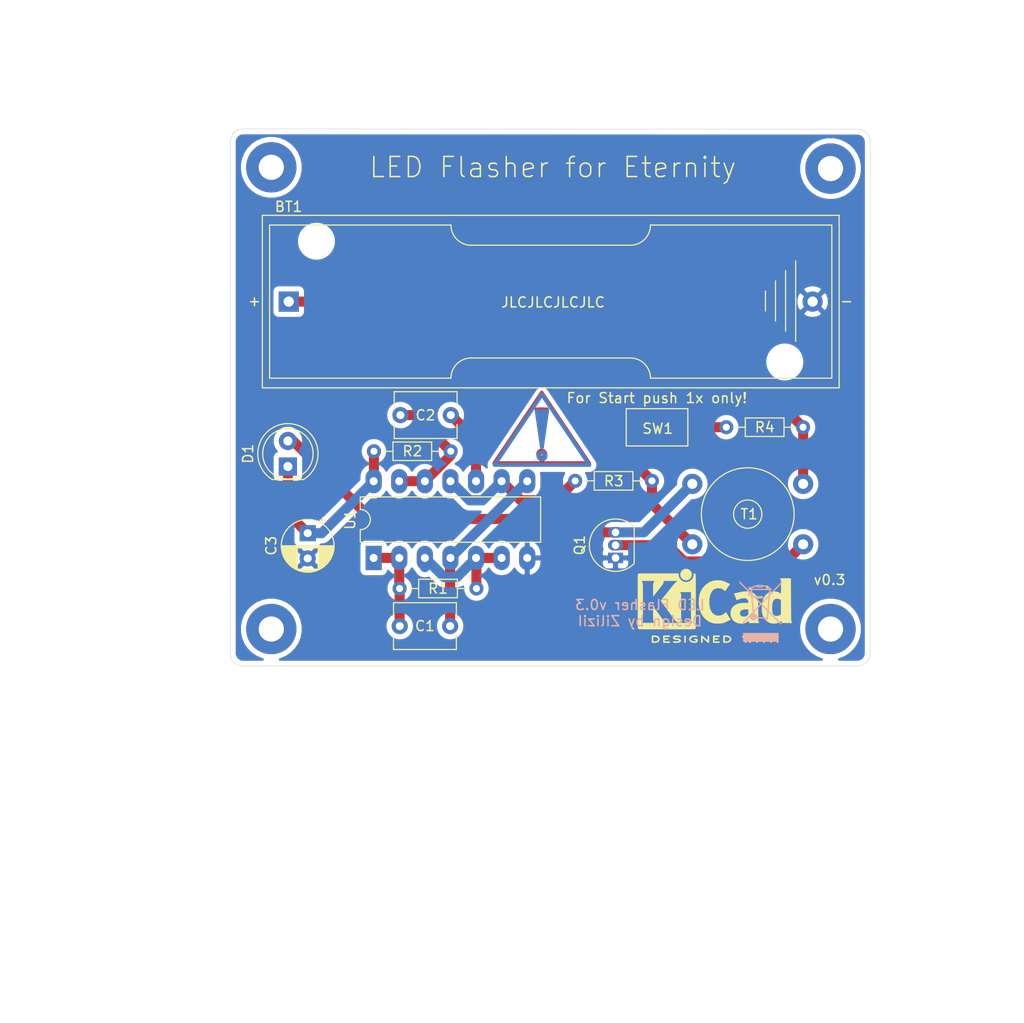
<source format=kicad_pcb>
(kicad_pcb (version 20171130) (host pcbnew "(5.1.6)-1")

  (general
    (thickness 1.6)
    (drawings 17)
    (tracks 56)
    (zones 0)
    (modules 21)
    (nets 14)
  )

  (page A4)
  (title_block
    (title "LED Flasher")
    (date 2021-01-22)
    (rev "v 0.3")
  )

  (layers
    (0 F.Cu signal)
    (31 B.Cu power)
    (32 B.Adhes user hide)
    (33 F.Adhes user hide)
    (34 B.Paste user)
    (35 F.Paste user hide)
    (36 B.SilkS user)
    (37 F.SilkS user)
    (38 B.Mask user)
    (39 F.Mask user hide)
    (40 Dwgs.User user hide)
    (41 Cmts.User user hide)
    (42 Eco1.User user hide)
    (43 Eco2.User user hide)
    (44 Edge.Cuts user)
    (45 Margin user hide)
    (46 B.CrtYd user)
    (47 F.CrtYd user)
    (48 B.Fab user hide)
    (49 F.Fab user hide)
  )

  (setup
    (last_trace_width 0.25)
    (user_trace_width 1)
    (trace_clearance 0.2)
    (zone_clearance 0.508)
    (zone_45_only no)
    (trace_min 0.2)
    (via_size 0.8)
    (via_drill 0.4)
    (via_min_size 0.4)
    (via_min_drill 0.3)
    (uvia_size 0.3)
    (uvia_drill 0.1)
    (uvias_allowed no)
    (uvia_min_size 0.2)
    (uvia_min_drill 0.1)
    (edge_width 0.05)
    (segment_width 0.2)
    (pcb_text_width 0.3)
    (pcb_text_size 1.5 1.5)
    (mod_edge_width 0.12)
    (mod_text_size 1 1)
    (mod_text_width 0.15)
    (pad_size 5 5)
    (pad_drill 2.5)
    (pad_to_mask_clearance 0.05)
    (aux_axis_origin 0 0)
    (visible_elements 7FFFFFFF)
    (pcbplotparams
      (layerselection 0x010fc_ffffffff)
      (usegerberextensions false)
      (usegerberattributes true)
      (usegerberadvancedattributes true)
      (creategerberjobfile true)
      (excludeedgelayer true)
      (linewidth 0.100000)
      (plotframeref false)
      (viasonmask false)
      (mode 1)
      (useauxorigin false)
      (hpglpennumber 1)
      (hpglpenspeed 20)
      (hpglpendiameter 15.000000)
      (psnegative false)
      (psa4output false)
      (plotreference true)
      (plotvalue true)
      (plotinvisibletext false)
      (padsonsilk false)
      (subtractmaskfromsilk false)
      (outputformat 1)
      (mirror false)
      (drillshape 0)
      (scaleselection 1)
      (outputdirectory "Factory/"))
  )

  (net 0 "")
  (net 1 "Net-(BT1-Pad1)")
  (net 2 "Net-(C1-Pad1)")
  (net 3 "Net-(C1-Pad2)")
  (net 4 "Net-(C2-Pad2)")
  (net 5 "Net-(C2-Pad1)")
  (net 6 "Net-(C3-Pad1)")
  (net 7 "Net-(D1-Pad2)")
  (net 8 "Net-(Q1-Pad2)")
  (net 9 "Net-(R1-Pad1)")
  (net 10 "Net-(R3-Pad1)")
  (net 11 GND)
  (net 12 "Net-(R3-Pad2)")
  (net 13 "Net-(R4-Pad2)")

  (net_class Default "This is the default net class."
    (clearance 0.2)
    (trace_width 0.25)
    (via_dia 0.8)
    (via_drill 0.4)
    (uvia_dia 0.3)
    (uvia_drill 0.1)
    (add_net GND)
    (add_net "Net-(BT1-Pad1)")
    (add_net "Net-(C1-Pad1)")
    (add_net "Net-(C1-Pad2)")
    (add_net "Net-(C2-Pad1)")
    (add_net "Net-(C2-Pad2)")
    (add_net "Net-(C3-Pad1)")
    (add_net "Net-(D1-Pad2)")
    (add_net "Net-(Q1-Pad2)")
    (add_net "Net-(R1-Pad1)")
    (add_net "Net-(R3-Pad1)")
    (add_net "Net-(R3-Pad2)")
    (add_net "Net-(R4-Pad2)")
  )

  (net_class "0,3mm w" ""
    (clearance 0.25)
    (trace_width 0.3)
    (via_dia 0.8)
    (via_drill 0.4)
    (uvia_dia 0.3)
    (uvia_drill 0.1)
    (diff_pair_width 0.25)
    (diff_pair_gap 0.25)
  )

  (net_class "0,4mm w" ""
    (clearance 0.25)
    (trace_width 0.4)
    (via_dia 0.8)
    (via_drill 0.4)
    (uvia_dia 0.3)
    (uvia_drill 0.1)
  )

  (module Symbol:WEEE-Logo_4.2x6mm_SilkScreen (layer B.Cu) (tedit 0) (tstamp 600F5F31)
    (at 151.69896 111.52632 180)
    (descr "Waste Electrical and Electronic Equipment Directive")
    (tags "Logo WEEE")
    (attr virtual)
    (fp_text reference REF** (at 0 0) (layer B.SilkS) hide
      (effects (font (size 1 1) (thickness 0.15)) (justify mirror))
    )
    (fp_text value WEEE-Logo_4.2x6mm_SilkScreen (at 0.75 0) (layer B.Fab) hide
      (effects (font (size 1 1) (thickness 0.15)) (justify mirror))
    )
    (fp_poly (pts (xy 1.747822 -3.017822) (xy -1.772971 -3.017822) (xy -1.772971 -2.150198) (xy 1.747822 -2.150198)
      (xy 1.747822 -3.017822)) (layer B.SilkS) (width 0.01))
    (fp_poly (pts (xy 2.12443 2.935152) (xy 2.123811 2.848069) (xy 1.672086 2.389109) (xy 1.220361 1.930148)
      (xy 1.220032 1.719529) (xy 1.219703 1.508911) (xy 0.94461 1.508911) (xy 0.937522 1.45547)
      (xy 0.934838 1.431112) (xy 0.930313 1.385241) (xy 0.924191 1.320595) (xy 0.916712 1.239909)
      (xy 0.908119 1.145919) (xy 0.898654 1.041363) (xy 0.888558 0.928975) (xy 0.878074 0.811493)
      (xy 0.867444 0.691652) (xy 0.856909 0.572189) (xy 0.846713 0.455841) (xy 0.837095 0.345343)
      (xy 0.8283 0.243431) (xy 0.820568 0.152842) (xy 0.814142 0.076313) (xy 0.809263 0.016579)
      (xy 0.806175 -0.023624) (xy 0.805117 -0.041559) (xy 0.805118 -0.041644) (xy 0.812827 -0.056035)
      (xy 0.835981 -0.085748) (xy 0.874895 -0.131131) (xy 0.929884 -0.192529) (xy 1.001264 -0.270288)
      (xy 1.089349 -0.364754) (xy 1.194454 -0.476272) (xy 1.316895 -0.605188) (xy 1.35131 -0.641287)
      (xy 1.897137 -1.213416) (xy 1.808881 -1.301436) (xy 1.737485 -1.223758) (xy 1.711366 -1.195686)
      (xy 1.670566 -1.152274) (xy 1.617777 -1.096366) (xy 1.555691 -1.030808) (xy 1.487 -0.958441)
      (xy 1.414396 -0.882112) (xy 1.37096 -0.836524) (xy 1.289416 -0.751119) (xy 1.223504 -0.68271)
      (xy 1.171544 -0.630053) (xy 1.131855 -0.591905) (xy 1.102757 -0.56702) (xy 1.082569 -0.554156)
      (xy 1.06961 -0.552068) (xy 1.0622 -0.559513) (xy 1.058658 -0.575246) (xy 1.057303 -0.598023)
      (xy 1.057121 -0.604239) (xy 1.047703 -0.647061) (xy 1.024497 -0.698819) (xy 0.992136 -0.751328)
      (xy 0.955252 -0.796403) (xy 0.940493 -0.810328) (xy 0.864767 -0.859047) (xy 0.776308 -0.886306)
      (xy 0.6981 -0.892773) (xy 0.609468 -0.880576) (xy 0.527612 -0.844813) (xy 0.455164 -0.786722)
      (xy 0.441797 -0.772262) (xy 0.392918 -0.716733) (xy -0.452674 -0.716733) (xy -0.452674 -0.892773)
      (xy -0.67901 -0.892773) (xy -0.67901 -0.810531) (xy -0.68185 -0.754386) (xy -0.691393 -0.715416)
      (xy -0.702991 -0.694219) (xy -0.711277 -0.679052) (xy -0.718373 -0.657062) (xy -0.724748 -0.624987)
      (xy -0.730872 -0.579569) (xy -0.737216 -0.517548) (xy -0.74425 -0.435662) (xy -0.749066 -0.374746)
      (xy -0.771161 -0.089343) (xy -1.313565 -0.638805) (xy -1.411637 -0.738228) (xy -1.505784 -0.833815)
      (xy -1.594285 -0.92381) (xy -1.67542 -1.006457) (xy -1.747469 -1.080001) (xy -1.808712 -1.142684)
      (xy -1.857427 -1.192752) (xy -1.891896 -1.228448) (xy -1.910379 -1.247995) (xy -1.940743 -1.278944)
      (xy -1.966071 -1.30053) (xy -1.979695 -1.307723) (xy -1.997095 -1.299297) (xy -2.02246 -1.278245)
      (xy -2.031058 -1.269671) (xy -2.067514 -1.23162) (xy -1.866802 -1.027658) (xy -1.815596 -0.975699)
      (xy -1.749569 -0.90882) (xy -1.671618 -0.82995) (xy -1.584638 -0.742014) (xy -1.491526 -0.647941)
      (xy -1.395179 -0.550658) (xy -1.298492 -0.453093) (xy -1.229134 -0.383145) (xy -1.123703 -0.27655)
      (xy -1.035129 -0.186307) (xy -0.962281 -0.111192) (xy -0.904023 -0.049986) (xy -0.859225 -0.001466)
      (xy -0.837021 0.023871) (xy -0.658724 0.023871) (xy -0.636401 -0.261555) (xy -0.629669 -0.345219)
      (xy -0.623157 -0.421727) (xy -0.617234 -0.487081) (xy -0.612268 -0.537281) (xy -0.608629 -0.568329)
      (xy -0.607458 -0.575273) (xy -0.600838 -0.603565) (xy 0.348636 -0.603565) (xy 0.354974 -0.524606)
      (xy 0.37411 -0.431315) (xy 0.414154 -0.348791) (xy 0.472582 -0.280038) (xy 0.546871 -0.228063)
      (xy 0.630252 -0.196863) (xy 0.657302 -0.182228) (xy 0.670844 -0.150819) (xy 0.671128 -0.149434)
      (xy 0.672753 -0.136174) (xy 0.670744 -0.122595) (xy 0.663142 -0.106181) (xy 0.647984 -0.084411)
      (xy 0.623312 -0.054767) (xy 0.587164 -0.014732) (xy 0.53758 0.038215) (xy 0.472599 0.106591)
      (xy 0.468401 0.110995) (xy 0.398507 0.184389) (xy 0.3242 0.262563) (xy 0.250586 0.340136)
      (xy 0.182771 0.411725) (xy 0.12586 0.471949) (xy 0.113168 0.485413) (xy 0.064513 0.53618)
      (xy 0.021291 0.579625) (xy -0.013395 0.612759) (xy -0.036444 0.632595) (xy -0.044182 0.636954)
      (xy -0.055722 0.62783) (xy -0.08271 0.6028) (xy -0.123021 0.563948) (xy -0.174529 0.513357)
      (xy -0.235109 0.453112) (xy -0.302636 0.385296) (xy -0.357826 0.329435) (xy -0.658724 0.023871)
      (xy -0.837021 0.023871) (xy -0.826751 0.035589) (xy -0.805471 0.062401) (xy -0.794251 0.080192)
      (xy -0.791754 0.08843) (xy -0.7927 0.10641) (xy -0.795573 0.147108) (xy -0.800187 0.208181)
      (xy -0.806358 0.287287) (xy -0.813898 0.382086) (xy -0.822621 0.490233) (xy -0.832343 0.609388)
      (xy -0.842876 0.737209) (xy -0.851365 0.839365) (xy -0.899396 1.415326) (xy -0.775805 1.415326)
      (xy -0.775273 1.402896) (xy -0.772769 1.36789) (xy -0.768496 1.312785) (xy -0.762653 1.240057)
      (xy -0.755443 1.152186) (xy -0.747066 1.051649) (xy -0.737723 0.940923) (xy -0.728758 0.835795)
      (xy -0.718602 0.716517) (xy -0.709142 0.60392) (xy -0.700596 0.500695) (xy -0.693179 0.409527)
      (xy -0.687108 0.333105) (xy -0.682601 0.274117) (xy -0.679873 0.235251) (xy -0.679116 0.220156)
      (xy -0.677935 0.210762) (xy -0.673256 0.207034) (xy -0.663276 0.210529) (xy -0.64619 0.222801)
      (xy -0.620196 0.245406) (xy -0.58349 0.2799) (xy -0.534267 0.327838) (xy -0.470726 0.390776)
      (xy -0.403305 0.458032) (xy -0.127601 0.733523) (xy -0.129533 0.735594) (xy 0.05271 0.735594)
      (xy 0.061016 0.72422) (xy 0.084267 0.697437) (xy 0.120135 0.657708) (xy 0.166287 0.607493)
      (xy 0.220394 0.549254) (xy 0.280126 0.485453) (xy 0.343152 0.418551) (xy 0.407142 0.35101)
      (xy 0.469764 0.28529) (xy 0.52869 0.223854) (xy 0.581588 0.169163) (xy 0.626128 0.123678)
      (xy 0.65998 0.089862) (xy 0.680812 0.070174) (xy 0.686494 0.066163) (xy 0.688366 0.079109)
      (xy 0.692254 0.114866) (xy 0.697943 0.171196) (xy 0.705219 0.24586) (xy 0.713869 0.33662)
      (xy 0.723678 0.441238) (xy 0.734434 0.557474) (xy 0.745921 0.683092) (xy 0.755093 0.784382)
      (xy 0.766826 0.915721) (xy 0.777665 1.039448) (xy 0.78743 1.153319) (xy 0.795937 1.255089)
      (xy 0.803005 1.342513) (xy 0.808451 1.413347) (xy 0.812092 1.465347) (xy 0.813747 1.496268)
      (xy 0.813558 1.504297) (xy 0.803666 1.497146) (xy 0.778476 1.474159) (xy 0.74019 1.437561)
      (xy 0.691011 1.389578) (xy 0.633139 1.332434) (xy 0.568778 1.268353) (xy 0.500129 1.199562)
      (xy 0.429395 1.128284) (xy 0.358778 1.056745) (xy 0.29048 0.98717) (xy 0.226704 0.921783)
      (xy 0.16965 0.862809) (xy 0.121522 0.812473) (xy 0.084522 0.773001) (xy 0.060852 0.746617)
      (xy 0.05271 0.735594) (xy -0.129533 0.735594) (xy -0.230409 0.843705) (xy -0.282768 0.899623)
      (xy -0.341535 0.962052) (xy -0.404385 1.028557) (xy -0.468995 1.096702) (xy -0.533042 1.164052)
      (xy -0.594203 1.228172) (xy -0.650153 1.286628) (xy -0.69857 1.336982) (xy -0.73713 1.376802)
      (xy -0.763509 1.40365) (xy -0.775384 1.415092) (xy -0.775805 1.415326) (xy -0.899396 1.415326)
      (xy -0.911401 1.559274) (xy -1.511938 2.190842) (xy -2.112475 2.822411) (xy -2.112034 2.910685)
      (xy -2.111592 2.99896) (xy -2.014583 2.895334) (xy -1.960291 2.837537) (xy -1.896192 2.769632)
      (xy -1.824016 2.693428) (xy -1.745492 2.610731) (xy -1.662349 2.523347) (xy -1.576319 2.433085)
      (xy -1.48913 2.34175) (xy -1.402513 2.251151) (xy -1.318197 2.163093) (xy -1.237912 2.079385)
      (xy -1.163387 2.001833) (xy -1.096354 1.932243) (xy -1.038541 1.872424) (xy -0.991679 1.824182)
      (xy -0.957496 1.789324) (xy -0.937724 1.769657) (xy -0.93339 1.765884) (xy -0.933092 1.779008)
      (xy -0.934731 1.812611) (xy -0.938023 1.86212) (xy -0.942682 1.922963) (xy -0.944682 1.947268)
      (xy -0.959577 2.125049) (xy -0.842955 2.125049) (xy -0.836934 2.096757) (xy -0.833863 2.074382)
      (xy -0.829548 2.032283) (xy -0.824488 1.975822) (xy -0.819181 1.910365) (xy -0.817344 1.886138)
      (xy -0.811927 1.816579) (xy -0.806459 1.751982) (xy -0.801488 1.698452) (xy -0.797561 1.66209)
      (xy -0.796675 1.655491) (xy -0.793334 1.641944) (xy -0.786101 1.626086) (xy -0.77344 1.606139)
      (xy -0.753811 1.580327) (xy -0.725678 1.546871) (xy -0.687502 1.503993) (xy -0.637746 1.449917)
      (xy -0.574871 1.382864) (xy -0.497341 1.301057) (xy -0.418251 1.21805) (xy -0.339564 1.135906)
      (xy -0.266112 1.059831) (xy -0.199724 0.991675) (xy -0.142227 0.933288) (xy -0.095451 0.886519)
      (xy -0.061224 0.853218) (xy -0.041373 0.835233) (xy -0.03714 0.832558) (xy -0.026003 0.842259)
      (xy 0.000029 0.867559) (xy 0.03843 0.905918) (xy 0.086672 0.9548) (xy 0.14223 1.011666)
      (xy 0.182408 1.053094) (xy 0.392169 1.27) (xy -0.226337 1.27) (xy -0.226337 1.508911)
      (xy 0.528119 1.508911) (xy 0.528119 1.402458) (xy 0.666435 1.540346) (xy 0.764553 1.63816)
      (xy 0.955643 1.63816) (xy 0.957471 1.62273) (xy 0.966723 1.614133) (xy 0.98905 1.610387)
      (xy 1.030105 1.609511) (xy 1.037376 1.609505) (xy 1.119109 1.609505) (xy 1.119109 1.828828)
      (xy 1.037376 1.747821) (xy 0.99127 1.698572) (xy 0.963694 1.660841) (xy 0.955643 1.63816)
      (xy 0.764553 1.63816) (xy 0.804752 1.678234) (xy 0.804752 1.801048) (xy 0.805137 1.85755)
      (xy 0.8069 1.893495) (xy 0.81095 1.91347) (xy 0.818199 1.922063) (xy 0.82913 1.923861)
      (xy 0.841288 1.926502) (xy 0.850273 1.937088) (xy 0.857174 1.959619) (xy 0.863076 1.998091)
      (xy 0.869065 2.056502) (xy 0.870987 2.077896) (xy 0.875148 2.125049) (xy -0.842955 2.125049)
      (xy -0.959577 2.125049) (xy -1.119109 2.125049) (xy -1.119109 2.238218) (xy -1.051314 2.238218)
      (xy -1.011662 2.239304) (xy -0.990116 2.244546) (xy -0.98748 2.247666) (xy -0.848616 2.247666)
      (xy -0.841308 2.240538) (xy -0.815993 2.238338) (xy -0.798908 2.238218) (xy -0.741881 2.238218)
      (xy -0.529221 2.238218) (xy 0.885302 2.238218) (xy 0.837458 2.287214) (xy 0.76315 2.347676)
      (xy 0.671184 2.394309) (xy 0.560002 2.427751) (xy 0.449529 2.446247) (xy 0.377227 2.454878)
      (xy 0.377227 2.36396) (xy -0.201188 2.36396) (xy -0.201188 2.467107) (xy -0.286065 2.458504)
      (xy -0.345368 2.451244) (xy -0.408551 2.441621) (xy -0.446386 2.434748) (xy -0.521832 2.419593)
      (xy -0.525526 2.328905) (xy -0.529221 2.238218) (xy -0.741881 2.238218) (xy -0.741881 2.288515)
      (xy -0.743544 2.320024) (xy -0.747697 2.337537) (xy -0.749371 2.338812) (xy -0.767987 2.330746)
      (xy -0.795183 2.31118) (xy -0.822448 2.287056) (xy -0.841267 2.265318) (xy -0.842943 2.262492)
      (xy -0.848616 2.247666) (xy -0.98748 2.247666) (xy -0.979662 2.256919) (xy -0.975442 2.270396)
      (xy -0.958219 2.305373) (xy -0.925138 2.347421) (xy -0.881893 2.390644) (xy -0.834174 2.429146)
      (xy -0.80283 2.449199) (xy -0.767123 2.471149) (xy -0.748819 2.489589) (xy -0.742388 2.511332)
      (xy -0.741894 2.524282) (xy -0.741894 2.527425) (xy -0.100594 2.527425) (xy -0.100594 2.464554)
      (xy 0.276633 2.464554) (xy 0.276633 2.527425) (xy -0.100594 2.527425) (xy -0.741894 2.527425)
      (xy -0.741881 2.565148) (xy -0.636048 2.565148) (xy -0.587355 2.563971) (xy -0.549405 2.560835)
      (xy -0.528308 2.556329) (xy -0.526023 2.554505) (xy -0.512641 2.551705) (xy -0.480074 2.552852)
      (xy -0.433916 2.557607) (xy -0.402376 2.561997) (xy -0.345188 2.570622) (xy -0.292886 2.578409)
      (xy -0.253582 2.584153) (xy -0.242055 2.585785) (xy -0.211937 2.595112) (xy -0.201188 2.609728)
      (xy -0.19792 2.61568) (xy -0.18623 2.620222) (xy -0.163288 2.62353) (xy -0.126265 2.625785)
      (xy -0.072332 2.627166) (xy 0.00134 2.62785) (xy 0.08802 2.62802) (xy 0.180529 2.627923)
      (xy 0.250906 2.62747) (xy 0.302164 2.62641) (xy 0.33732 2.624497) (xy 0.359389 2.621481)
      (xy 0.371385 2.617115) (xy 0.376324 2.611151) (xy 0.377227 2.604216) (xy 0.384921 2.582205)
      (xy 0.410121 2.569679) (xy 0.456009 2.565212) (xy 0.464264 2.565148) (xy 0.541973 2.557132)
      (xy 0.630233 2.535064) (xy 0.721085 2.501916) (xy 0.80657 2.460661) (xy 0.878726 2.414269)
      (xy 0.888072 2.406918) (xy 0.918533 2.383002) (xy 0.936572 2.373424) (xy 0.949169 2.37652)
      (xy 0.9621 2.389296) (xy 1.000293 2.414322) (xy 1.049998 2.423929) (xy 1.103524 2.418933)
      (xy 1.153178 2.400149) (xy 1.191267 2.368394) (xy 1.194025 2.364703) (xy 1.222526 2.305425)
      (xy 1.227828 2.244066) (xy 1.210518 2.185573) (xy 1.17118 2.134896) (xy 1.16637 2.130711)
      (xy 1.13844 2.110833) (xy 1.110102 2.102079) (xy 1.070263 2.101447) (xy 1.060311 2.102008)
      (xy 1.021332 2.103438) (xy 1.001254 2.100161) (xy 0.993985 2.090272) (xy 0.99324 2.081039)
      (xy 0.991716 2.054256) (xy 0.987935 2.013975) (xy 0.985218 1.989876) (xy 0.981277 1.951599)
      (xy 0.982916 1.932004) (xy 0.992421 1.924842) (xy 1.009351 1.923861) (xy 1.019392 1.927099)
      (xy 1.03559 1.93758) (xy 1.059145 1.956452) (xy 1.091257 1.984865) (xy 1.133128 2.023965)
      (xy 1.185957 2.074903) (xy 1.250945 2.138827) (xy 1.329291 2.216886) (xy 1.422197 2.310228)
      (xy 1.530863 2.420002) (xy 1.583231 2.473048) (xy 2.125049 3.022233) (xy 2.12443 2.935152)) (layer B.SilkS) (width 0.01))
  )

  (module Symbol:KiCad-Logo2_6mm_SilkScreen (layer F.Cu) (tedit 0) (tstamp 600F47C0)
    (at 147.14982 110.2868)
    (descr "KiCad Logo")
    (tags "Logo KiCad")
    (attr virtual)
    (fp_text reference REF** (at 0 -5.08) (layer F.Fab) hide
      (effects (font (size 1 1) (thickness 0.15)))
    )
    (fp_text value KiCad-Logo2_6mm_SilkScreen (at 0 6.35) (layer F.Fab) hide
      (effects (font (size 1 1) (thickness 0.15)))
    )
    (fp_poly (pts (xy -5.955743 -2.526311) (xy -5.69122 -2.526275) (xy -5.568088 -2.52627) (xy -3.597189 -2.52627)
      (xy -3.597189 -2.41009) (xy -3.584789 -2.268709) (xy -3.547364 -2.138316) (xy -3.484577 -2.018138)
      (xy -3.396094 -1.907398) (xy -3.366157 -1.877489) (xy -3.258466 -1.792652) (xy -3.139725 -1.730779)
      (xy -3.01346 -1.691841) (xy -2.883197 -1.67581) (xy -2.752465 -1.682658) (xy -2.624788 -1.712357)
      (xy -2.503695 -1.76488) (xy -2.392712 -1.840197) (xy -2.342868 -1.885637) (xy -2.249983 -1.997048)
      (xy -2.181873 -2.119565) (xy -2.139129 -2.251785) (xy -2.122347 -2.392308) (xy -2.122124 -2.406133)
      (xy -2.121244 -2.526266) (xy -2.068443 -2.526268) (xy -2.021604 -2.519911) (xy -1.978817 -2.504444)
      (xy -1.975989 -2.502846) (xy -1.966325 -2.497832) (xy -1.957451 -2.493927) (xy -1.949335 -2.489993)
      (xy -1.941943 -2.484894) (xy -1.935245 -2.477492) (xy -1.929208 -2.466649) (xy -1.923801 -2.451228)
      (xy -1.91899 -2.430091) (xy -1.914745 -2.402101) (xy -1.911032 -2.366121) (xy -1.907821 -2.321013)
      (xy -1.905078 -2.26564) (xy -1.902772 -2.198863) (xy -1.900871 -2.119547) (xy -1.899342 -2.026553)
      (xy -1.898154 -1.918743) (xy -1.897274 -1.794981) (xy -1.89667 -1.654129) (xy -1.896311 -1.49505)
      (xy -1.896165 -1.316605) (xy -1.896198 -1.117658) (xy -1.89638 -0.897071) (xy -1.896677 -0.653707)
      (xy -1.897059 -0.386428) (xy -1.897492 -0.094097) (xy -1.897945 0.224424) (xy -1.897998 0.26323)
      (xy -1.898404 0.583782) (xy -1.898749 0.878012) (xy -1.899069 1.147056) (xy -1.8994 1.392052)
      (xy -1.899779 1.614137) (xy -1.900243 1.814447) (xy -1.900828 1.994119) (xy -1.90157 2.15429)
      (xy -1.902506 2.296098) (xy -1.903673 2.420679) (xy -1.905107 2.52917) (xy -1.906844 2.622707)
      (xy -1.908922 2.702429) (xy -1.911376 2.769472) (xy -1.914244 2.824973) (xy -1.917561 2.870068)
      (xy -1.921364 2.905895) (xy -1.92569 2.933591) (xy -1.930575 2.954293) (xy -1.936055 2.969137)
      (xy -1.942168 2.97926) (xy -1.94895 2.9858) (xy -1.956437 2.989893) (xy -1.964666 2.992676)
      (xy -1.973673 2.995287) (xy -1.983495 2.998862) (xy -1.985894 2.99995) (xy -1.993435 3.002396)
      (xy -2.006056 3.004642) (xy -2.024859 3.006698) (xy -2.050947 3.008572) (xy -2.085422 3.010271)
      (xy -2.129385 3.011803) (xy -2.183939 3.013177) (xy -2.250185 3.0144) (xy -2.329226 3.015481)
      (xy -2.422163 3.016427) (xy -2.530099 3.017247) (xy -2.654136 3.017947) (xy -2.795376 3.018538)
      (xy -2.954921 3.019025) (xy -3.133872 3.019419) (xy -3.333332 3.019725) (xy -3.554404 3.019953)
      (xy -3.798188 3.02011) (xy -4.065787 3.020205) (xy -4.358303 3.020245) (xy -4.676839 3.020238)
      (xy -4.780021 3.020228) (xy -5.105623 3.020176) (xy -5.404881 3.020091) (xy -5.678909 3.019963)
      (xy -5.928824 3.019785) (xy -6.15574 3.019548) (xy -6.360773 3.019242) (xy -6.545038 3.01886)
      (xy -6.70965 3.018392) (xy -6.855725 3.01783) (xy -6.984376 3.017165) (xy -7.096721 3.016388)
      (xy -7.193874 3.015491) (xy -7.27695 3.014465) (xy -7.347064 3.013301) (xy -7.405332 3.011991)
      (xy -7.452869 3.010525) (xy -7.49079 3.008896) (xy -7.52021 3.007093) (xy -7.542245 3.00511)
      (xy -7.55801 3.002936) (xy -7.56862 3.000563) (xy -7.574404 2.998391) (xy -7.584684 2.994056)
      (xy -7.594122 2.990859) (xy -7.602755 2.987665) (xy -7.610619 2.983338) (xy -7.617748 2.976744)
      (xy -7.624179 2.966747) (xy -7.629947 2.952212) (xy -7.635089 2.932003) (xy -7.63964 2.904985)
      (xy -7.643635 2.870023) (xy -7.647111 2.825981) (xy -7.650102 2.771724) (xy -7.652646 2.706117)
      (xy -7.654777 2.628024) (xy -7.656532 2.53631) (xy -7.657945 2.42984) (xy -7.658315 2.388973)
      (xy -7.291884 2.388973) (xy -5.996734 2.388973) (xy -6.021655 2.351217) (xy -6.046447 2.312417)
      (xy -6.06744 2.275469) (xy -6.084935 2.237788) (xy -6.09923 2.196788) (xy -6.110623 2.149883)
      (xy -6.119413 2.094487) (xy -6.125898 2.028016) (xy -6.130377 1.947883) (xy -6.13315 1.851502)
      (xy -6.134513 1.736289) (xy -6.134767 1.599657) (xy -6.134209 1.43902) (xy -6.133893 1.379382)
      (xy -6.130325 0.740041) (xy -5.725298 1.291449) (xy -5.610554 1.447876) (xy -5.511143 1.584088)
      (xy -5.42599 1.70189) (xy -5.354022 1.803084) (xy -5.294166 1.889477) (xy -5.245348 1.962874)
      (xy -5.206495 2.025077) (xy -5.176534 2.077893) (xy -5.154391 2.123125) (xy -5.138993 2.162578)
      (xy -5.129266 2.198058) (xy -5.124137 2.231368) (xy -5.122532 2.264313) (xy -5.123379 2.298697)
      (xy -5.123595 2.303019) (xy -5.128054 2.389031) (xy -3.708692 2.388973) (xy -3.814265 2.282522)
      (xy -3.842913 2.253406) (xy -3.87009 2.225076) (xy -3.896989 2.195968) (xy -3.924803 2.16452)
      (xy -3.954725 2.129169) (xy -3.987946 2.088354) (xy -4.025661 2.040511) (xy -4.06906 1.984079)
      (xy -4.119338 1.917494) (xy -4.177688 1.839195) (xy -4.2453 1.747619) (xy -4.323369 1.641204)
      (xy -4.413088 1.518387) (xy -4.515648 1.377605) (xy -4.632242 1.217297) (xy -4.727809 1.085798)
      (xy -4.847749 0.920596) (xy -4.95238 0.776152) (xy -5.042648 0.651094) (xy -5.119503 0.544052)
      (xy -5.183891 0.453654) (xy -5.236761 0.378529) (xy -5.27906 0.317304) (xy -5.311736 0.26861)
      (xy -5.335738 0.231074) (xy -5.352013 0.203325) (xy -5.361508 0.183992) (xy -5.365173 0.171703)
      (xy -5.364071 0.165242) (xy -5.350724 0.148048) (xy -5.321866 0.111655) (xy -5.27924 0.058224)
      (xy -5.224585 -0.010081) (xy -5.159644 -0.091097) (xy -5.086158 -0.18266) (xy -5.005868 -0.282608)
      (xy -4.920515 -0.388776) (xy -4.83184 -0.499003) (xy -4.741586 -0.611124) (xy -4.691944 -0.672756)
      (xy -3.459373 -0.672756) (xy -3.408146 -0.580081) (xy -3.356919 -0.487405) (xy -3.356919 2.203622)
      (xy -3.408146 2.296298) (xy -3.459373 2.388973) (xy -2.853396 2.388973) (xy -2.708734 2.388931)
      (xy -2.589244 2.388741) (xy -2.492642 2.388308) (xy -2.416642 2.387536) (xy -2.358957 2.38633)
      (xy -2.317301 2.384594) (xy -2.289389 2.382232) (xy -2.272935 2.37915) (xy -2.265652 2.375251)
      (xy -2.265255 2.37044) (xy -2.269458 2.364622) (xy -2.269501 2.364574) (xy -2.286813 2.339532)
      (xy -2.309736 2.298815) (xy -2.329981 2.258168) (xy -2.368379 2.176162) (xy -2.376211 -0.672756)
      (xy -3.459373 -0.672756) (xy -4.691944 -0.672756) (xy -4.651493 -0.722976) (xy -4.563302 -0.832396)
      (xy -4.478754 -0.937222) (xy -4.399592 -1.035289) (xy -4.327556 -1.124434) (xy -4.264387 -1.202495)
      (xy -4.211827 -1.267308) (xy -4.171617 -1.31671) (xy -4.148 -1.345513) (xy -4.05629 -1.453222)
      (xy -3.96806 -1.55042) (xy -3.886403 -1.633924) (xy -3.81441 -1.700552) (xy -3.763319 -1.741401)
      (xy -3.702907 -1.784865) (xy -5.092298 -1.784865) (xy -5.091908 -1.703334) (xy -5.095791 -1.643394)
      (xy -5.11039 -1.587823) (xy -5.132988 -1.535145) (xy -5.147678 -1.505385) (xy -5.163472 -1.475897)
      (xy -5.181814 -1.444724) (xy -5.204145 -1.409907) (xy -5.231909 -1.36949) (xy -5.266549 -1.321514)
      (xy -5.309507 -1.264022) (xy -5.362227 -1.195057) (xy -5.426151 -1.112661) (xy -5.502721 -1.014876)
      (xy -5.593381 -0.899745) (xy -5.699574 -0.76531) (xy -5.711568 -0.750141) (xy -6.130325 -0.220588)
      (xy -6.134378 -0.807078) (xy -6.135195 -0.982749) (xy -6.135021 -1.131468) (xy -6.133849 -1.253725)
      (xy -6.131669 -1.350011) (xy -6.128474 -1.420817) (xy -6.124256 -1.466631) (xy -6.122838 -1.475321)
      (xy -6.100591 -1.566865) (xy -6.071443 -1.649392) (xy -6.038182 -1.715747) (xy -6.0182 -1.74389)
      (xy -5.983722 -1.784865) (xy -6.637914 -1.784865) (xy -6.793969 -1.784731) (xy -6.924467 -1.784297)
      (xy -7.03131 -1.783511) (xy -7.116398 -1.782324) (xy -7.181635 -1.780683) (xy -7.228921 -1.778539)
      (xy -7.260157 -1.775841) (xy -7.277246 -1.772538) (xy -7.282088 -1.768579) (xy -7.281753 -1.767702)
      (xy -7.267885 -1.746769) (xy -7.244732 -1.713588) (xy -7.232754 -1.696807) (xy -7.220369 -1.68006)
      (xy -7.209237 -1.665085) (xy -7.199288 -1.650406) (xy -7.190451 -1.634551) (xy -7.182657 -1.616045)
      (xy -7.175835 -1.593415) (xy -7.169916 -1.565187) (xy -7.164829 -1.529887) (xy -7.160504 -1.486042)
      (xy -7.156871 -1.432178) (xy -7.15386 -1.36682) (xy -7.151401 -1.288496) (xy -7.149423 -1.195732)
      (xy -7.147858 -1.087053) (xy -7.146634 -0.960987) (xy -7.145681 -0.816058) (xy -7.14493 -0.650794)
      (xy -7.144311 -0.463721) (xy -7.143752 -0.253365) (xy -7.143185 -0.018252) (xy -7.142655 0.197741)
      (xy -7.142155 0.438535) (xy -7.141895 0.668274) (xy -7.141868 0.885493) (xy -7.142067 1.088722)
      (xy -7.142486 1.276496) (xy -7.143118 1.447345) (xy -7.143956 1.599803) (xy -7.144992 1.732403)
      (xy -7.14622 1.843676) (xy -7.147633 1.932156) (xy -7.149225 1.996375) (xy -7.150987 2.034865)
      (xy -7.151321 2.038933) (xy -7.163466 2.132248) (xy -7.182427 2.20719) (xy -7.211302 2.272594)
      (xy -7.25319 2.337293) (xy -7.258429 2.344352) (xy -7.291884 2.388973) (xy -7.658315 2.388973)
      (xy -7.659054 2.307479) (xy -7.659893 2.16809) (xy -7.660498 2.010539) (xy -7.660905 1.833691)
      (xy -7.66115 1.63641) (xy -7.661267 1.41756) (xy -7.661295 1.176007) (xy -7.661267 0.910615)
      (xy -7.66122 0.620249) (xy -7.66119 0.303773) (xy -7.661189 0.240946) (xy -7.661172 -0.078863)
      (xy -7.661112 -0.372339) (xy -7.661002 -0.64061) (xy -7.660833 -0.884802) (xy -7.660597 -1.106043)
      (xy -7.660284 -1.30546) (xy -7.659885 -1.48418) (xy -7.659393 -1.643329) (xy -7.658797 -1.784034)
      (xy -7.65809 -1.907424) (xy -7.657263 -2.014624) (xy -7.656307 -2.106762) (xy -7.655213 -2.184965)
      (xy -7.653973 -2.250359) (xy -7.652578 -2.304072) (xy -7.651018 -2.347231) (xy -7.649286 -2.380963)
      (xy -7.647372 -2.406395) (xy -7.645268 -2.424653) (xy -7.642966 -2.436866) (xy -7.640455 -2.444159)
      (xy -7.640363 -2.444341) (xy -7.635192 -2.455482) (xy -7.630885 -2.465569) (xy -7.626121 -2.474654)
      (xy -7.619578 -2.482788) (xy -7.609935 -2.490024) (xy -7.595871 -2.496414) (xy -7.576063 -2.502011)
      (xy -7.549191 -2.506867) (xy -7.513933 -2.511034) (xy -7.468968 -2.514564) (xy -7.412974 -2.517509)
      (xy -7.344629 -2.519923) (xy -7.262614 -2.521856) (xy -7.165605 -2.523362) (xy -7.052282 -2.524492)
      (xy -6.921323 -2.525298) (xy -6.771407 -2.525834) (xy -6.601213 -2.526151) (xy -6.409418 -2.526301)
      (xy -6.194702 -2.526337) (xy -5.955743 -2.526311)) (layer F.SilkS) (width 0.01))
    (fp_poly (pts (xy 0.439962 -1.839501) (xy 0.588014 -1.823293) (xy 0.731452 -1.794282) (xy 0.87611 -1.750955)
      (xy 1.027824 -1.691799) (xy 1.192428 -1.6153) (xy 1.222071 -1.600483) (xy 1.290098 -1.566969)
      (xy 1.354256 -1.536792) (xy 1.408215 -1.512834) (xy 1.44564 -1.497976) (xy 1.451389 -1.496105)
      (xy 1.506486 -1.479598) (xy 1.259851 -1.120799) (xy 1.199552 -1.033107) (xy 1.144422 -0.952988)
      (xy 1.096336 -0.883164) (xy 1.057168 -0.826353) (xy 1.028794 -0.785277) (xy 1.013087 -0.762654)
      (xy 1.010536 -0.759072) (xy 1.000171 -0.766562) (xy 0.97466 -0.789082) (xy 0.938563 -0.822539)
      (xy 0.918642 -0.84145) (xy 0.805773 -0.931222) (xy 0.679014 -0.999439) (xy 0.569783 -1.036805)
      (xy 0.504214 -1.04854) (xy 0.422116 -1.055692) (xy 0.333144 -1.058126) (xy 0.246956 -1.055712)
      (xy 0.173205 -1.048317) (xy 0.143776 -1.042653) (xy 0.011133 -0.997018) (xy -0.108394 -0.927337)
      (xy -0.214717 -0.83374) (xy -0.307747 -0.716351) (xy -0.387395 -0.5753) (xy -0.453574 -0.410714)
      (xy -0.506194 -0.22272) (xy -0.537467 -0.061783) (xy -0.545626 0.009263) (xy -0.551185 0.101046)
      (xy -0.554198 0.206968) (xy -0.554719 0.320434) (xy -0.5528 0.434849) (xy -0.548497 0.543617)
      (xy -0.541863 0.640143) (xy -0.532951 0.717831) (xy -0.531021 0.729817) (xy -0.488501 0.922892)
      (xy -0.430567 1.093773) (xy -0.356867 1.243224) (xy -0.267049 1.372011) (xy -0.203293 1.441639)
      (xy -0.088714 1.536173) (xy 0.036942 1.606246) (xy 0.171557 1.651477) (xy 0.313011 1.671484)
      (xy 0.459183 1.665885) (xy 0.607955 1.6343) (xy 0.695911 1.603394) (xy 0.817629 1.541506)
      (xy 0.94308 1.452729) (xy 1.013353 1.392694) (xy 1.052811 1.357947) (xy 1.083812 1.332454)
      (xy 1.101458 1.32017) (xy 1.103648 1.319795) (xy 1.111524 1.332347) (xy 1.131932 1.365516)
      (xy 1.163132 1.416458) (xy 1.203386 1.482331) (xy 1.250957 1.560289) (xy 1.304104 1.64749)
      (xy 1.333687 1.696067) (xy 1.559648 2.067215) (xy 1.277527 2.206639) (xy 1.175522 2.256719)
      (xy 1.092889 2.29621) (xy 1.024578 2.327073) (xy 0.965537 2.351268) (xy 0.910714 2.370758)
      (xy 0.85506 2.387503) (xy 0.793523 2.403465) (xy 0.73454 2.417482) (xy 0.682115 2.428329)
      (xy 0.627288 2.436526) (xy 0.564572 2.442528) (xy 0.488477 2.44679) (xy 0.393516 2.449767)
      (xy 0.329513 2.451052) (xy 0.238192 2.45193) (xy 0.150627 2.451487) (xy 0.072612 2.449852)
      (xy 0.009942 2.447149) (xy -0.031587 2.443505) (xy -0.034048 2.443142) (xy -0.249697 2.396487)
      (xy -0.452207 2.325729) (xy -0.641505 2.230914) (xy -0.817521 2.112089) (xy -0.980184 1.9693)
      (xy -1.129422 1.802594) (xy -1.237504 1.654433) (xy -1.352566 1.460502) (xy -1.445577 1.255699)
      (xy -1.516987 1.038383) (xy -1.567244 0.806912) (xy -1.596799 0.559643) (xy -1.606111 0.308559)
      (xy -1.598452 0.06567) (xy -1.574387 -0.15843) (xy -1.533148 -0.367523) (xy -1.473973 -0.565387)
      (xy -1.396096 -0.755804) (xy -1.386797 -0.775532) (xy -1.284352 -0.959941) (xy -1.158528 -1.135424)
      (xy -1.012888 -1.29835) (xy -0.850999 -1.445086) (xy -0.676424 -1.571999) (xy -0.513756 -1.665095)
      (xy -0.349427 -1.738009) (xy -0.184749 -1.790826) (xy -0.013348 -1.824985) (xy 0.171153 -1.841922)
      (xy 0.281459 -1.84442) (xy 0.439962 -1.839501)) (layer F.SilkS) (width 0.01))
    (fp_poly (pts (xy 3.167505 -0.735771) (xy 3.235531 -0.730622) (xy 3.430163 -0.704727) (xy 3.602529 -0.663425)
      (xy 3.75347 -0.606147) (xy 3.883825 -0.532326) (xy 3.994434 -0.441392) (xy 4.086135 -0.332778)
      (xy 4.15977 -0.205915) (xy 4.213539 -0.068648) (xy 4.227187 -0.024863) (xy 4.239073 0.016141)
      (xy 4.249334 0.056569) (xy 4.258113 0.09863) (xy 4.265548 0.144531) (xy 4.27178 0.19648)
      (xy 4.27695 0.256685) (xy 4.281196 0.327352) (xy 4.28466 0.410689) (xy 4.287481 0.508905)
      (xy 4.2898 0.624205) (xy 4.291757 0.758799) (xy 4.293491 0.914893) (xy 4.295143 1.094695)
      (xy 4.296324 1.235676) (xy 4.30427 2.203622) (xy 4.355756 2.29677) (xy 4.380137 2.341645)
      (xy 4.39828 2.376501) (xy 4.406935 2.395054) (xy 4.407243 2.396311) (xy 4.394014 2.397749)
      (xy 4.356326 2.399074) (xy 4.297183 2.400249) (xy 4.219586 2.401237) (xy 4.126536 2.401999)
      (xy 4.021035 2.4025) (xy 3.906084 2.402701) (xy 3.892378 2.402703) (xy 3.377513 2.402703)
      (xy 3.377513 2.286) (xy 3.376635 2.23326) (xy 3.374292 2.192926) (xy 3.370921 2.1713)
      (xy 3.369431 2.169298) (xy 3.355804 2.177683) (xy 3.327757 2.199692) (xy 3.291303 2.230601)
      (xy 3.290485 2.231316) (xy 3.223962 2.280843) (xy 3.139948 2.330575) (xy 3.047937 2.375626)
      (xy 2.957421 2.41111) (xy 2.917567 2.423236) (xy 2.838255 2.438637) (xy 2.740935 2.448465)
      (xy 2.634516 2.45258) (xy 2.527907 2.450841) (xy 2.430017 2.443108) (xy 2.361513 2.431981)
      (xy 2.19352 2.382648) (xy 2.042281 2.312342) (xy 1.908782 2.221933) (xy 1.794006 2.112295)
      (xy 1.698937 1.984299) (xy 1.62456 1.838818) (xy 1.592474 1.750541) (xy 1.572365 1.664739)
      (xy 1.559038 1.561736) (xy 1.552872 1.451034) (xy 1.553074 1.434925) (xy 2.481648 1.434925)
      (xy 2.489348 1.517184) (xy 2.514989 1.585546) (xy 2.562378 1.64897) (xy 2.580579 1.667567)
      (xy 2.645282 1.717846) (xy 2.720066 1.750056) (xy 2.809662 1.765648) (xy 2.904012 1.766796)
      (xy 2.993501 1.759216) (xy 3.062018 1.744389) (xy 3.091775 1.733253) (xy 3.145408 1.702904)
      (xy 3.202235 1.660221) (xy 3.254082 1.612317) (xy 3.292778 1.566301) (xy 3.303054 1.549421)
      (xy 3.311042 1.525782) (xy 3.316721 1.488168) (xy 3.320356 1.432985) (xy 3.322211 1.35664)
      (xy 3.322594 1.283981) (xy 3.322335 1.19927) (xy 3.321287 1.138018) (xy 3.319045 1.096227)
      (xy 3.315206 1.069899) (xy 3.309365 1.055035) (xy 3.301118 1.047639) (xy 3.298567 1.046461)
      (xy 3.2764 1.042833) (xy 3.23268 1.039866) (xy 3.173311 1.037827) (xy 3.104196 1.036983)
      (xy 3.089189 1.036982) (xy 2.996805 1.038457) (xy 2.925432 1.042842) (xy 2.868719 1.050738)
      (xy 2.821872 1.06227) (xy 2.705669 1.106215) (xy 2.614543 1.160243) (xy 2.547705 1.225219)
      (xy 2.504365 1.302005) (xy 2.483734 1.391467) (xy 2.481648 1.434925) (xy 1.553074 1.434925)
      (xy 1.554244 1.342133) (xy 1.563532 1.244536) (xy 1.570777 1.205105) (xy 1.617039 1.058701)
      (xy 1.687384 0.923995) (xy 1.780484 0.80228) (xy 1.895012 0.694847) (xy 2.02964 0.602988)
      (xy 2.18304 0.527996) (xy 2.313459 0.482458) (xy 2.400623 0.458533) (xy 2.483996 0.439943)
      (xy 2.568976 0.426084) (xy 2.660965 0.416351) (xy 2.765362 0.410141) (xy 2.887568 0.406851)
      (xy 2.998055 0.405924) (xy 3.325677 0.405027) (xy 3.319401 0.306547) (xy 3.301579 0.199695)
      (xy 3.263667 0.107852) (xy 3.20728 0.03331) (xy 3.134031 -0.021636) (xy 3.069535 -0.048448)
      (xy 2.977123 -0.065346) (xy 2.867111 -0.067773) (xy 2.744656 -0.056622) (xy 2.614914 -0.03279)
      (xy 2.483042 0.00283) (xy 2.354198 0.049343) (xy 2.260566 0.091883) (xy 2.215517 0.113728)
      (xy 2.181156 0.128984) (xy 2.163681 0.134937) (xy 2.162733 0.134746) (xy 2.156703 0.121412)
      (xy 2.141645 0.086068) (xy 2.118977 0.032101) (xy 2.090115 -0.037104) (xy 2.056477 -0.11816)
      (xy 2.022284 -0.200882) (xy 1.885586 -0.532197) (xy 1.98282 -0.548167) (xy 2.024964 -0.55618)
      (xy 2.088319 -0.569639) (xy 2.167457 -0.587321) (xy 2.256951 -0.608004) (xy 2.351373 -0.630468)
      (xy 2.388973 -0.639597) (xy 2.551637 -0.677326) (xy 2.69405 -0.705612) (xy 2.821527 -0.725028)
      (xy 2.939384 -0.736146) (xy 3.052938 -0.739536) (xy 3.167505 -0.735771)) (layer F.SilkS) (width 0.01))
    (fp_poly (pts (xy 6.84227 -2.043175) (xy 6.959041 -2.042696) (xy 6.998729 -2.042455) (xy 7.544486 -2.038865)
      (xy 7.551351 0.054919) (xy 7.552258 0.338842) (xy 7.553062 0.59664) (xy 7.553815 0.829646)
      (xy 7.554569 1.039194) (xy 7.555375 1.226618) (xy 7.556285 1.39325) (xy 7.557351 1.540425)
      (xy 7.558624 1.669477) (xy 7.560156 1.781739) (xy 7.561998 1.878544) (xy 7.564203 1.961226)
      (xy 7.566822 2.031119) (xy 7.569906 2.089557) (xy 7.573508 2.137872) (xy 7.577678 2.1774)
      (xy 7.582469 2.209473) (xy 7.587931 2.235424) (xy 7.594118 2.256589) (xy 7.60108 2.274299)
      (xy 7.608869 2.289889) (xy 7.617537 2.304693) (xy 7.627135 2.320044) (xy 7.637715 2.337276)
      (xy 7.639884 2.340946) (xy 7.676268 2.403031) (xy 7.150431 2.399434) (xy 6.624594 2.395838)
      (xy 6.617729 2.280331) (xy 6.613992 2.224899) (xy 6.610097 2.192851) (xy 6.604811 2.180135)
      (xy 6.596903 2.182696) (xy 6.59027 2.190024) (xy 6.561374 2.216714) (xy 6.514279 2.251021)
      (xy 6.45562 2.288846) (xy 6.392031 2.32609) (xy 6.330149 2.358653) (xy 6.282634 2.380077)
      (xy 6.171316 2.415283) (xy 6.043596 2.440222) (xy 5.908901 2.453941) (xy 5.776663 2.455486)
      (xy 5.656308 2.443906) (xy 5.654326 2.443574) (xy 5.489641 2.40225) (xy 5.335479 2.336412)
      (xy 5.193328 2.247474) (xy 5.064675 2.136852) (xy 4.951007 2.005961) (xy 4.85381 1.856216)
      (xy 4.774572 1.689033) (xy 4.73143 1.56519) (xy 4.702979 1.461581) (xy 4.68188 1.361252)
      (xy 4.667488 1.258109) (xy 4.659158 1.146057) (xy 4.656245 1.019001) (xy 4.657535 0.915252)
      (xy 5.67065 0.915252) (xy 5.675444 1.089222) (xy 5.690568 1.238895) (xy 5.716485 1.365597)
      (xy 5.753663 1.470658) (xy 5.802565 1.555406) (xy 5.863658 1.621169) (xy 5.934177 1.667659)
      (xy 5.970871 1.685014) (xy 6.002696 1.695419) (xy 6.038177 1.700179) (xy 6.085841 1.700601)
      (xy 6.137189 1.698748) (xy 6.238169 1.689841) (xy 6.318035 1.672398) (xy 6.343135 1.663661)
      (xy 6.400448 1.637857) (xy 6.460897 1.605453) (xy 6.487297 1.589233) (xy 6.555946 1.544205)
      (xy 6.555946 0.116982) (xy 6.480432 0.071718) (xy 6.375121 0.020572) (xy 6.267525 -0.009676)
      (xy 6.161581 -0.019205) (xy 6.061224 -0.008193) (xy 5.970387 0.023181) (xy 5.893007 0.07474)
      (xy 5.868039 0.099488) (xy 5.807856 0.180577) (xy 5.759145 0.278734) (xy 5.721499 0.395643)
      (xy 5.694512 0.532985) (xy 5.677775 0.692444) (xy 5.670883 0.8757) (xy 5.67065 0.915252)
      (xy 4.657535 0.915252) (xy 4.658073 0.872067) (xy 4.669647 0.646053) (xy 4.69292 0.442192)
      (xy 4.728504 0.257513) (xy 4.777013 0.089048) (xy 4.83906 -0.066174) (xy 4.861201 -0.112192)
      (xy 4.950385 -0.262261) (xy 5.058159 -0.395623) (xy 5.18199 -0.510123) (xy 5.319342 -0.603611)
      (xy 5.467683 -0.673932) (xy 5.556604 -0.70294) (xy 5.643933 -0.72016) (xy 5.749011 -0.730406)
      (xy 5.863029 -0.733682) (xy 5.977177 -0.729991) (xy 6.082648 -0.71934) (xy 6.167334 -0.70263)
      (xy 6.268128 -0.66986) (xy 6.365822 -0.627721) (xy 6.451296 -0.580481) (xy 6.496789 -0.548419)
      (xy 6.528169 -0.524578) (xy 6.550142 -0.510061) (xy 6.555141 -0.508) (xy 6.55669 -0.521282)
      (xy 6.558135 -0.559337) (xy 6.559443 -0.619481) (xy 6.560583 -0.699027) (xy 6.561521 -0.795289)
      (xy 6.562226 -0.905581) (xy 6.562667 -1.027219) (xy 6.562811 -1.151115) (xy 6.56273 -1.309804)
      (xy 6.562335 -1.443592) (xy 6.561395 -1.55504) (xy 6.55968 -1.646705) (xy 6.556957 -1.721147)
      (xy 6.552997 -1.780925) (xy 6.547569 -1.828598) (xy 6.540441 -1.866726) (xy 6.531384 -1.897866)
      (xy 6.520167 -1.924579) (xy 6.506558 -1.949423) (xy 6.490328 -1.974957) (xy 6.48824 -1.978119)
      (xy 6.467306 -2.01119) (xy 6.454667 -2.033931) (xy 6.452973 -2.038728) (xy 6.466216 -2.040241)
      (xy 6.504002 -2.041472) (xy 6.563416 -2.042401) (xy 6.641542 -2.043008) (xy 6.735465 -2.043273)
      (xy 6.84227 -2.043175)) (layer F.SilkS) (width 0.01))
    (fp_poly (pts (xy -2.726079 -2.96351) (xy -2.622973 -2.927762) (xy -2.526978 -2.871493) (xy -2.441247 -2.794712)
      (xy -2.36893 -2.697427) (xy -2.336445 -2.636108) (xy -2.308332 -2.55034) (xy -2.294705 -2.451323)
      (xy -2.296214 -2.349529) (xy -2.312969 -2.257286) (xy -2.358763 -2.144568) (xy -2.425168 -2.046793)
      (xy -2.508809 -1.965885) (xy -2.606312 -1.903768) (xy -2.7143 -1.862366) (xy -2.829399 -1.843603)
      (xy -2.948234 -1.849402) (xy -3.006811 -1.861794) (xy -3.120972 -1.906203) (xy -3.222365 -1.973967)
      (xy -3.308545 -2.062999) (xy -3.377066 -2.171209) (xy -3.382864 -2.183027) (xy -3.402904 -2.227372)
      (xy -3.415487 -2.26472) (xy -3.422319 -2.30412) (xy -3.425105 -2.354619) (xy -3.425568 -2.409567)
      (xy -3.424803 -2.475585) (xy -3.421352 -2.523311) (xy -3.413477 -2.561897) (xy -3.399443 -2.600494)
      (xy -3.38212 -2.638574) (xy -3.317505 -2.746672) (xy -3.237934 -2.834197) (xy -3.14656 -2.901159)
      (xy -3.046536 -2.947564) (xy -2.941012 -2.973419) (xy -2.833142 -2.978732) (xy -2.726079 -2.96351)) (layer F.SilkS) (width 0.01))
    (fp_poly (pts (xy 6.240531 3.640725) (xy 6.27191 3.662968) (xy 6.299619 3.690677) (xy 6.299619 4.000112)
      (xy 6.299546 4.091991) (xy 6.299203 4.164032) (xy 6.2984 4.218972) (xy 6.296949 4.259552)
      (xy 6.29466 4.288509) (xy 6.291344 4.308583) (xy 6.286813 4.322513) (xy 6.280877 4.333037)
      (xy 6.276222 4.339292) (xy 6.245491 4.363865) (xy 6.210204 4.366533) (xy 6.177953 4.351463)
      (xy 6.167296 4.342566) (xy 6.160172 4.330749) (xy 6.155875 4.311718) (xy 6.153699 4.281184)
      (xy 6.152936 4.234854) (xy 6.152863 4.199063) (xy 6.152863 4.064237) (xy 5.656152 4.064237)
      (xy 5.656152 4.186892) (xy 5.655639 4.242979) (xy 5.653584 4.281525) (xy 5.649216 4.307553)
      (xy 5.641764 4.326089) (xy 5.632755 4.339292) (xy 5.601852 4.363796) (xy 5.566904 4.366698)
      (xy 5.533446 4.349281) (xy 5.524312 4.340151) (xy 5.51786 4.328047) (xy 5.513605 4.309193)
      (xy 5.51106 4.279812) (xy 5.509737 4.236129) (xy 5.509151 4.174367) (xy 5.509083 4.160192)
      (xy 5.508599 4.043823) (xy 5.508349 3.947919) (xy 5.508431 3.870369) (xy 5.508939 3.809061)
      (xy 5.50997 3.761882) (xy 5.511621 3.726722) (xy 5.513987 3.701468) (xy 5.517165 3.684009)
      (xy 5.521252 3.672233) (xy 5.526342 3.664027) (xy 5.531974 3.657837) (xy 5.563836 3.638036)
      (xy 5.597065 3.640725) (xy 5.628443 3.662968) (xy 5.641141 3.677318) (xy 5.649234 3.69317)
      (xy 5.65375 3.715746) (xy 5.655714 3.75027) (xy 5.656152 3.801968) (xy 5.656152 3.917481)
      (xy 6.152863 3.917481) (xy 6.152863 3.798948) (xy 6.15337 3.74434) (xy 6.155406 3.707467)
      (xy 6.159743 3.683499) (xy 6.167155 3.667607) (xy 6.175441 3.657837) (xy 6.207302 3.638036)
      (xy 6.240531 3.640725)) (layer F.SilkS) (width 0.01))
    (fp_poly (pts (xy 4.974773 3.635355) (xy 5.05348 3.635734) (xy 5.114571 3.636525) (xy 5.160525 3.637862)
      (xy 5.193822 3.639875) (xy 5.216944 3.642698) (xy 5.23237 3.646461) (xy 5.242579 3.651297)
      (xy 5.247521 3.655014) (xy 5.273165 3.68755) (xy 5.276267 3.72133) (xy 5.260419 3.752018)
      (xy 5.250056 3.764281) (xy 5.238904 3.772642) (xy 5.222743 3.777849) (xy 5.19735 3.780649)
      (xy 5.158506 3.781788) (xy 5.101988 3.782013) (xy 5.090888 3.782014) (xy 4.944952 3.782014)
      (xy 4.944952 4.052948) (xy 4.944856 4.138346) (xy 4.944419 4.204056) (xy 4.94342 4.252966)
      (xy 4.941636 4.287965) (xy 4.938845 4.311941) (xy 4.934825 4.327785) (xy 4.929353 4.338383)
      (xy 4.922374 4.346459) (xy 4.889442 4.366304) (xy 4.855062 4.36474) (xy 4.823884 4.342098)
      (xy 4.821594 4.339292) (xy 4.814137 4.328684) (xy 4.808455 4.316273) (xy 4.804309 4.299042)
      (xy 4.801458 4.273976) (xy 4.799662 4.238059) (xy 4.79868 4.188275) (xy 4.798272 4.121609)
      (xy 4.798197 4.045781) (xy 4.798197 3.782014) (xy 4.658835 3.782014) (xy 4.59903 3.78161)
      (xy 4.557626 3.780032) (xy 4.530456 3.776739) (xy 4.513354 3.771184) (xy 4.502151 3.762823)
      (xy 4.500791 3.76137) (xy 4.484433 3.728131) (xy 4.48588 3.690554) (xy 4.504686 3.657837)
      (xy 4.511958 3.65149) (xy 4.521335 3.646458) (xy 4.535317 3.642588) (xy 4.556404 3.639729)
      (xy 4.587097 3.637727) (xy 4.629897 3.636431) (xy 4.687303 3.63569) (xy 4.761818 3.63535)
      (xy 4.855941 3.63526) (xy 4.875968 3.635259) (xy 4.974773 3.635355)) (layer F.SilkS) (width 0.01))
    (fp_poly (pts (xy 4.200322 3.642069) (xy 4.224035 3.656839) (xy 4.250686 3.678419) (xy 4.250686 3.999965)
      (xy 4.250601 4.094022) (xy 4.250237 4.168124) (xy 4.249432 4.224896) (xy 4.248021 4.26696)
      (xy 4.245841 4.29694) (xy 4.242729 4.317459) (xy 4.238522 4.331141) (xy 4.233056 4.340608)
      (xy 4.22918 4.345274) (xy 4.197742 4.365767) (xy 4.161941 4.364931) (xy 4.130581 4.347456)
      (xy 4.10393 4.325876) (xy 4.10393 3.678419) (xy 4.130581 3.656839) (xy 4.156302 3.641141)
      (xy 4.177308 3.635259) (xy 4.200322 3.642069)) (layer F.SilkS) (width 0.01))
    (fp_poly (pts (xy 3.756373 3.637226) (xy 3.775963 3.644227) (xy 3.776718 3.644569) (xy 3.803321 3.66487)
      (xy 3.817978 3.685753) (xy 3.820846 3.695544) (xy 3.820704 3.708553) (xy 3.816669 3.727087)
      (xy 3.807854 3.753449) (xy 3.793377 3.789944) (xy 3.772353 3.838879) (xy 3.743896 3.902557)
      (xy 3.707123 3.983285) (xy 3.686883 4.027408) (xy 3.650333 4.106177) (xy 3.616023 4.178615)
      (xy 3.58526 4.242072) (xy 3.559356 4.2939) (xy 3.539618 4.331451) (xy 3.527358 4.352076)
      (xy 3.524932 4.354925) (xy 3.493891 4.367494) (xy 3.458829 4.365811) (xy 3.430708 4.350524)
      (xy 3.429562 4.349281) (xy 3.418376 4.332346) (xy 3.399612 4.299362) (xy 3.375583 4.254572)
      (xy 3.348605 4.202224) (xy 3.338909 4.182934) (xy 3.265722 4.036342) (xy 3.185948 4.195585)
      (xy 3.157475 4.250607) (xy 3.131058 4.298324) (xy 3.108856 4.335085) (xy 3.093027 4.357236)
      (xy 3.087662 4.361933) (xy 3.045965 4.368294) (xy 3.011557 4.354925) (xy 3.001436 4.340638)
      (xy 2.983922 4.308884) (xy 2.960443 4.262789) (xy 2.932428 4.205477) (xy 2.901307 4.140072)
      (xy 2.868507 4.069699) (xy 2.835458 3.997483) (xy 2.803589 3.926547) (xy 2.774327 3.860017)
      (xy 2.749103 3.801018) (xy 2.729344 3.752673) (xy 2.71648 3.718107) (xy 2.711939 3.700445)
      (xy 2.711985 3.699805) (xy 2.723034 3.67758) (xy 2.745118 3.654945) (xy 2.746418 3.65396)
      (xy 2.773561 3.638617) (xy 2.798666 3.638766) (xy 2.808076 3.641658) (xy 2.819542 3.64791)
      (xy 2.831718 3.660206) (xy 2.846065 3.6811) (xy 2.864044 3.713141) (xy 2.887115 3.75888)
      (xy 2.916738 3.820869) (xy 2.943453 3.87809) (xy 2.974188 3.944418) (xy 3.001729 4.004066)
      (xy 3.024646 4.053917) (xy 3.041506 4.090856) (xy 3.050881 4.111765) (xy 3.052248 4.115037)
      (xy 3.058397 4.109689) (xy 3.07253 4.087301) (xy 3.092765 4.051138) (xy 3.117223 4.004469)
      (xy 3.126956 3.985214) (xy 3.159925 3.920196) (xy 3.185351 3.872846) (xy 3.20532 3.840411)
      (xy 3.221918 3.820138) (xy 3.237232 3.809274) (xy 3.253348 3.805067) (xy 3.263851 3.804592)
      (xy 3.282378 3.806234) (xy 3.298612 3.813023) (xy 3.314743 3.827758) (xy 3.332959 3.853236)
      (xy 3.355447 3.892253) (xy 3.384397 3.947606) (xy 3.40037 3.979095) (xy 3.426278 4.029279)
      (xy 3.448875 4.070896) (xy 3.466166 4.100434) (xy 3.476158 4.114381) (xy 3.477517 4.114962)
      (xy 3.483969 4.103985) (xy 3.498416 4.075482) (xy 3.519411 4.032436) (xy 3.545505 3.97783)
      (xy 3.575254 3.914646) (xy 3.589888 3.883263) (xy 3.627958 3.80227) (xy 3.658613 3.739948)
      (xy 3.683445 3.694263) (xy 3.704045 3.663181) (xy 3.722006 3.64467) (xy 3.738918 3.636696)
      (xy 3.756373 3.637226)) (layer F.SilkS) (width 0.01))
    (fp_poly (pts (xy 1.030017 3.635467) (xy 1.158996 3.639828) (xy 1.268699 3.653053) (xy 1.360934 3.675933)
      (xy 1.43751 3.709262) (xy 1.500235 3.75383) (xy 1.55092 3.810428) (xy 1.591371 3.87985)
      (xy 1.592167 3.881543) (xy 1.616309 3.943675) (xy 1.624911 3.998701) (xy 1.617939 4.054079)
      (xy 1.595362 4.117265) (xy 1.59108 4.126881) (xy 1.56188 4.183158) (xy 1.529064 4.226643)
      (xy 1.48671 4.263609) (xy 1.428898 4.300327) (xy 1.425539 4.302244) (xy 1.375212 4.326419)
      (xy 1.318329 4.344474) (xy 1.251235 4.357031) (xy 1.170273 4.364714) (xy 1.07179 4.368145)
      (xy 1.036994 4.368443) (xy 0.871302 4.369037) (xy 0.847905 4.339292) (xy 0.840965 4.329511)
      (xy 0.83555 4.318089) (xy 0.831473 4.302287) (xy 0.828545 4.279367) (xy 0.826575 4.246588)
      (xy 0.825933 4.222281) (xy 0.982552 4.222281) (xy 1.076434 4.222281) (xy 1.131372 4.220675)
      (xy 1.187768 4.216447) (xy 1.234053 4.210484) (xy 1.236847 4.209982) (xy 1.319056 4.187928)
      (xy 1.382822 4.154792) (xy 1.43016 4.109039) (xy 1.46309 4.049131) (xy 1.468816 4.033253)
      (xy 1.474429 4.008525) (xy 1.471999 3.984094) (xy 1.460175 3.951592) (xy 1.453048 3.935626)
      (xy 1.429708 3.893198) (xy 1.401588 3.863432) (xy 1.370648 3.842703) (xy 1.308674 3.815729)
      (xy 1.229359 3.79619) (xy 1.136961 3.784938) (xy 1.070041 3.782462) (xy 0.982552 3.782014)
      (xy 0.982552 4.222281) (xy 0.825933 4.222281) (xy 0.825376 4.201213) (xy 0.824758 4.140503)
      (xy 0.824533 4.061718) (xy 0.824508 4.000112) (xy 0.824508 3.690677) (xy 0.852217 3.662968)
      (xy 0.864514 3.651736) (xy 0.877811 3.644045) (xy 0.89638 3.639232) (xy 0.924494 3.636638)
      (xy 0.966425 3.635602) (xy 1.026445 3.635462) (xy 1.030017 3.635467)) (layer F.SilkS) (width 0.01))
    (fp_poly (pts (xy 0.242051 3.635452) (xy 0.318409 3.636366) (xy 0.376925 3.638503) (xy 0.419963 3.642367)
      (xy 0.449891 3.648459) (xy 0.469076 3.657282) (xy 0.479884 3.669338) (xy 0.484681 3.685131)
      (xy 0.485835 3.705162) (xy 0.485841 3.707527) (xy 0.484839 3.730184) (xy 0.480104 3.747695)
      (xy 0.469041 3.760766) (xy 0.449056 3.770105) (xy 0.417554 3.776419) (xy 0.37194 3.780414)
      (xy 0.309621 3.782798) (xy 0.228001 3.784278) (xy 0.202985 3.784606) (xy -0.039092 3.787659)
      (xy -0.042478 3.85257) (xy -0.045863 3.917481) (xy 0.122284 3.917481) (xy 0.187974 3.917723)
      (xy 0.23488 3.918748) (xy 0.266791 3.921003) (xy 0.287499 3.924934) (xy 0.300792 3.93099)
      (xy 0.310463 3.939616) (xy 0.310525 3.939685) (xy 0.328064 3.973304) (xy 0.32743 4.00964)
      (xy 0.309022 4.040615) (xy 0.305379 4.043799) (xy 0.292449 4.052004) (xy 0.274732 4.057713)
      (xy 0.248278 4.061354) (xy 0.20914 4.063359) (xy 0.15337 4.064156) (xy 0.117702 4.064237)
      (xy -0.044737 4.064237) (xy -0.044737 4.222281) (xy 0.201869 4.222281) (xy 0.283288 4.222423)
      (xy 0.345118 4.223006) (xy 0.390345 4.22426) (xy 0.421956 4.226419) (xy 0.442939 4.229715)
      (xy 0.456281 4.234381) (xy 0.464969 4.240649) (xy 0.467158 4.242925) (xy 0.483322 4.274472)
      (xy 0.484505 4.31036) (xy 0.471244 4.341477) (xy 0.460751 4.351463) (xy 0.449837 4.356961)
      (xy 0.432925 4.361214) (xy 0.407341 4.364372) (xy 0.370409 4.366584) (xy 0.319454 4.367998)
      (xy 0.251802 4.368764) (xy 0.164777 4.36903) (xy 0.145102 4.369037) (xy 0.056619 4.368979)
      (xy -0.012065 4.368659) (xy -0.063728 4.367859) (xy -0.101147 4.366359) (xy -0.127102 4.363941)
      (xy -0.14437 4.360386) (xy -0.15573 4.355474) (xy -0.16396 4.348987) (xy -0.168475 4.34433)
      (xy -0.175271 4.336081) (xy -0.18058 4.325861) (xy -0.184586 4.310992) (xy -0.187471 4.288794)
      (xy -0.189418 4.256585) (xy -0.190611 4.211688) (xy -0.191231 4.15142) (xy -0.191463 4.073103)
      (xy -0.191492 4.007186) (xy -0.191421 3.91482) (xy -0.191084 3.842309) (xy -0.190294 3.786929)
      (xy -0.188866 3.745957) (xy -0.186613 3.71667) (xy -0.183349 3.696345) (xy -0.178888 3.682258)
      (xy -0.173044 3.671687) (xy -0.168095 3.665003) (xy -0.144698 3.635259) (xy 0.145482 3.635259)
      (xy 0.242051 3.635452)) (layer F.SilkS) (width 0.01))
    (fp_poly (pts (xy -1.288406 3.63964) (xy -1.26484 3.653465) (xy -1.234027 3.676073) (xy -1.19437 3.70853)
      (xy -1.144272 3.7519) (xy -1.082135 3.80725) (xy -1.006364 3.875643) (xy -0.919626 3.954276)
      (xy -0.739003 4.11807) (xy -0.733359 3.898221) (xy -0.731321 3.822543) (xy -0.729355 3.766186)
      (xy -0.727026 3.725898) (xy -0.723898 3.698427) (xy -0.719537 3.680521) (xy -0.713508 3.668929)
      (xy -0.705376 3.6604) (xy -0.701064 3.656815) (xy -0.666533 3.637862) (xy -0.633675 3.640633)
      (xy -0.60761 3.656825) (xy -0.580959 3.678391) (xy -0.577644 3.993343) (xy -0.576727 4.085971)
      (xy -0.57626 4.158736) (xy -0.576405 4.214353) (xy -0.577324 4.255534) (xy -0.579179 4.284995)
      (xy -0.582131 4.305447) (xy -0.586342 4.319605) (xy -0.591974 4.330183) (xy -0.598219 4.338666)
      (xy -0.611731 4.354399) (xy -0.625175 4.364828) (xy -0.640416 4.368831) (xy -0.659318 4.365286)
      (xy -0.683747 4.353071) (xy -0.715565 4.331063) (xy -0.75664 4.298141) (xy -0.808834 4.253183)
      (xy -0.874014 4.195067) (xy -0.947848 4.128291) (xy -1.213137 3.88765) (xy -1.218781 4.106781)
      (xy -1.220823 4.18232) (xy -1.222794 4.238546) (xy -1.225131 4.278716) (xy -1.228273 4.306088)
      (xy -1.232656 4.32392) (xy -1.238716 4.335471) (xy -1.246892 4.343999) (xy -1.251076 4.347474)
      (xy -1.288057 4.366564) (xy -1.323 4.363685) (xy -1.353428 4.339292) (xy -1.360389 4.329478)
      (xy -1.365815 4.318018) (xy -1.369895 4.30216) (xy -1.372821 4.279155) (xy -1.374784 4.246254)
      (xy -1.375975 4.200708) (xy -1.376584 4.139765) (xy -1.376803 4.060678) (xy -1.376826 4.002148)
      (xy -1.376752 3.910599) (xy -1.376405 3.838879) (xy -1.375593 3.784237) (xy -1.374125 3.743924)
      (xy -1.371811 3.71519) (xy -1.368459 3.695285) (xy -1.36388 3.68146) (xy -1.357881 3.670964)
      (xy -1.353428 3.665003) (xy -1.342142 3.650883) (xy -1.331593 3.640221) (xy -1.320185 3.634084)
      (xy -1.306322 3.633535) (xy -1.288406 3.63964)) (layer F.SilkS) (width 0.01))
    (fp_poly (pts (xy -1.938373 3.640791) (xy -1.869857 3.652287) (xy -1.817235 3.670159) (xy -1.783 3.693691)
      (xy -1.773671 3.707116) (xy -1.764185 3.73834) (xy -1.770569 3.766587) (xy -1.790722 3.793374)
      (xy -1.822037 3.805905) (xy -1.867475 3.804888) (xy -1.902618 3.798098) (xy -1.980711 3.785163)
      (xy -2.060518 3.783934) (xy -2.149847 3.794433) (xy -2.174521 3.798882) (xy -2.257583 3.8223)
      (xy -2.322565 3.857137) (xy -2.368753 3.902796) (xy -2.395437 3.958686) (xy -2.400955 3.98758)
      (xy -2.397343 4.046204) (xy -2.374021 4.098071) (xy -2.333116 4.14217) (xy -2.276751 4.177491)
      (xy -2.207052 4.203021) (xy -2.126144 4.217751) (xy -2.036152 4.22067) (xy -1.939202 4.210767)
      (xy -1.933728 4.209833) (xy -1.895167 4.202651) (xy -1.873786 4.195713) (xy -1.864519 4.185419)
      (xy -1.862298 4.168168) (xy -1.862248 4.159033) (xy -1.862248 4.120681) (xy -1.930723 4.120681)
      (xy -1.991192 4.116539) (xy -2.032457 4.103339) (xy -2.056467 4.079922) (xy -2.065169 4.045128)
      (xy -2.065275 4.040586) (xy -2.060184 4.010846) (xy -2.042725 3.989611) (xy -2.010231 3.975558)
      (xy -1.960035 3.967365) (xy -1.911415 3.964353) (xy -1.840748 3.962625) (xy -1.78949 3.965262)
      (xy -1.754531 3.974992) (xy -1.732762 3.994545) (xy -1.721072 4.026648) (xy -1.716352 4.07403)
      (xy -1.715492 4.136263) (xy -1.716901 4.205727) (xy -1.72114 4.252978) (xy -1.728228 4.278204)
      (xy -1.729603 4.28018) (xy -1.76852 4.3117) (xy -1.825578 4.336662) (xy -1.897161 4.354532)
      (xy -1.97965 4.364778) (xy -2.069431 4.366865) (xy -2.162884 4.36026) (xy -2.217848 4.352148)
      (xy -2.304058 4.327746) (xy -2.384184 4.287854) (xy -2.451269 4.236079) (xy -2.461465 4.225731)
      (xy -2.494594 4.182227) (xy -2.524486 4.12831) (xy -2.547649 4.071784) (xy -2.56059 4.020451)
      (xy -2.56215 4.000736) (xy -2.55551 3.959611) (xy -2.53786 3.908444) (xy -2.512589 3.854586)
      (xy -2.483081 3.805387) (xy -2.457011 3.772526) (xy -2.396057 3.723644) (xy -2.317261 3.684737)
      (xy -2.223449 3.656686) (xy -2.117442 3.640371) (xy -2.020292 3.636384) (xy -1.938373 3.640791)) (layer F.SilkS) (width 0.01))
    (fp_poly (pts (xy -2.912114 3.657837) (xy -2.905534 3.66541) (xy -2.900371 3.675179) (xy -2.896456 3.689763)
      (xy -2.893616 3.711777) (xy -2.891679 3.74384) (xy -2.890475 3.788567) (xy -2.889831 3.848577)
      (xy -2.889576 3.926486) (xy -2.889537 4.002148) (xy -2.889606 4.095994) (xy -2.88993 4.169881)
      (xy -2.890678 4.226424) (xy -2.892024 4.268241) (xy -2.894138 4.297949) (xy -2.897192 4.318165)
      (xy -2.901358 4.331506) (xy -2.906808 4.34059) (xy -2.912114 4.346459) (xy -2.945118 4.366139)
      (xy -2.980283 4.364373) (xy -3.011747 4.342909) (xy -3.018976 4.334529) (xy -3.024626 4.324806)
      (xy -3.028891 4.311053) (xy -3.031965 4.290581) (xy -3.034044 4.260704) (xy -3.035322 4.218733)
      (xy -3.035993 4.161981) (xy -3.036251 4.087759) (xy -3.036292 4.003729) (xy -3.036292 3.690677)
      (xy -3.008583 3.662968) (xy -2.974429 3.639655) (xy -2.941298 3.638815) (xy -2.912114 3.657837)) (layer F.SilkS) (width 0.01))
    (fp_poly (pts (xy -3.679995 3.636543) (xy -3.60518 3.641773) (xy -3.535598 3.649942) (xy -3.475294 3.660742)
      (xy -3.428312 3.673865) (xy -3.398698 3.689005) (xy -3.394152 3.693461) (xy -3.378346 3.728042)
      (xy -3.383139 3.763543) (xy -3.407656 3.793917) (xy -3.408826 3.794788) (xy -3.423246 3.804146)
      (xy -3.4383 3.809068) (xy -3.459297 3.809665) (xy -3.491549 3.806053) (xy -3.540365 3.798346)
      (xy -3.544292 3.797697) (xy -3.617031 3.788761) (xy -3.695509 3.784353) (xy -3.774219 3.784311)
      (xy -3.847653 3.788471) (xy -3.910303 3.796671) (xy -3.956662 3.808749) (xy -3.959708 3.809963)
      (xy -3.99334 3.828807) (xy -4.005156 3.847877) (xy -3.995906 3.866631) (xy -3.966339 3.884529)
      (xy -3.917203 3.901029) (xy -3.849249 3.915588) (xy -3.803937 3.922598) (xy -3.709748 3.936081)
      (xy -3.634836 3.948406) (xy -3.576009 3.960641) (xy -3.530077 3.973853) (xy -3.493847 3.989109)
      (xy -3.46413 4.007477) (xy -3.437734 4.030023) (xy -3.416522 4.052163) (xy -3.391357 4.083011)
      (xy -3.378973 4.109537) (xy -3.3751 4.142218) (xy -3.374959 4.154187) (xy -3.377868 4.193904)
      (xy -3.389494 4.223451) (xy -3.409615 4.249678) (xy -3.450508 4.289768) (xy -3.496109 4.320341)
      (xy -3.549805 4.342395) (xy -3.614984 4.356927) (xy -3.695036 4.364933) (xy -3.793349 4.36741)
      (xy -3.809581 4.367369) (xy -3.875141 4.36601) (xy -3.940158 4.362922) (xy -3.997544 4.358548)
      (xy -4.040214 4.353332) (xy -4.043664 4.352733) (xy -4.086088 4.342683) (xy -4.122072 4.329988)
      (xy -4.142442 4.318382) (xy -4.161399 4.287764) (xy -4.162719 4.25211) (xy -4.146377 4.220336)
      (xy -4.142721 4.216743) (xy -4.127607 4.206068) (xy -4.108707 4.201468) (xy -4.079454 4.202251)
      (xy -4.043943 4.206319) (xy -4.004262 4.209954) (xy -3.948637 4.21302) (xy -3.883698 4.215245)
      (xy -3.816077 4.216356) (xy -3.798292 4.216429) (xy -3.73042 4.216156) (xy -3.680746 4.214838)
      (xy -3.644902 4.212019) (xy -3.618516 4.207242) (xy -3.597218 4.200049) (xy -3.584418 4.194059)
      (xy -3.556292 4.177425) (xy -3.53836 4.16236) (xy -3.535739 4.158089) (xy -3.541268 4.140455)
      (xy -3.567552 4.123384) (xy -3.61277 4.10765) (xy -3.6751 4.09403) (xy -3.693463 4.090996)
      (xy -3.789382 4.07593) (xy -3.865933 4.063338) (xy -3.926072 4.052303) (xy -3.972752 4.041912)
      (xy -4.008929 4.031248) (xy -4.037557 4.019397) (xy -4.06159 4.005443) (xy -4.083984 3.988473)
      (xy -4.107694 3.96757) (xy -4.115672 3.960241) (xy -4.143645 3.932891) (xy -4.158452 3.911221)
      (xy -4.164244 3.886424) (xy -4.165181 3.855175) (xy -4.154867 3.793897) (xy -4.124044 3.741832)
      (xy -4.072887 3.69915) (xy -4.001575 3.666017) (xy -3.950692 3.651156) (xy -3.895392 3.641558)
      (xy -3.829145 3.636128) (xy -3.755998 3.634559) (xy -3.679995 3.636543)) (layer F.SilkS) (width 0.01))
    (fp_poly (pts (xy -4.701086 3.635338) (xy -4.631678 3.63571) (xy -4.579289 3.636577) (xy -4.541139 3.638138)
      (xy -4.514451 3.640595) (xy -4.496445 3.644149) (xy -4.484341 3.649002) (xy -4.475361 3.655353)
      (xy -4.47211 3.658276) (xy -4.452335 3.689334) (xy -4.448774 3.72502) (xy -4.461783 3.756702)
      (xy -4.467798 3.763105) (xy -4.477527 3.769313) (xy -4.493193 3.774102) (xy -4.5177 3.777706)
      (xy -4.553953 3.780356) (xy -4.604857 3.782287) (xy -4.673318 3.783731) (xy -4.735909 3.78461)
      (xy -4.983626 3.787659) (xy -4.987011 3.85257) (xy -4.990397 3.917481) (xy -4.82225 3.917481)
      (xy -4.749251 3.918111) (xy -4.695809 3.920745) (xy -4.65892 3.926501) (xy -4.63558 3.936496)
      (xy -4.622786 3.951848) (xy -4.617534 3.973674) (xy -4.616737 3.99393) (xy -4.619215 4.018784)
      (xy -4.628569 4.037098) (xy -4.647675 4.049829) (xy -4.67941 4.057933) (xy -4.726651 4.062368)
      (xy -4.792275 4.064091) (xy -4.828093 4.064237) (xy -4.98927 4.064237) (xy -4.98927 4.222281)
      (xy -4.740914 4.222281) (xy -4.659505 4.222394) (xy -4.597634 4.222904) (xy -4.55226 4.224062)
      (xy -4.520346 4.226122) (xy -4.498851 4.229338) (xy -4.484735 4.233964) (xy -4.47496 4.240251)
      (xy -4.469981 4.244859) (xy -4.452902 4.271752) (xy -4.447403 4.295659) (xy -4.455255 4.324859)
      (xy -4.469981 4.346459) (xy -4.477838 4.353258) (xy -4.48798 4.358538) (xy -4.503136 4.36249)
      (xy -4.526033 4.365305) (xy -4.559401 4.367174) (xy -4.605967 4.36829) (xy -4.668459 4.368843)
      (xy -4.749606 4.369025) (xy -4.791714 4.369037) (xy -4.88189 4.368957) (xy -4.952216 4.36859)
      (xy -5.005421 4.367744) (xy -5.044232 4.366228) (xy -5.071379 4.363851) (xy -5.08959 4.360421)
      (xy -5.101592 4.355746) (xy -5.110114 4.349636) (xy -5.113448 4.346459) (xy -5.120047 4.338862)
      (xy -5.125219 4.329062) (xy -5.129138 4.314431) (xy -5.131976 4.292344) (xy -5.133907 4.260174)
      (xy -5.135104 4.215295) (xy -5.13574 4.155081) (xy -5.135989 4.076905) (xy -5.136026 4.004115)
      (xy -5.135992 3.910899) (xy -5.135757 3.837623) (xy -5.135122 3.78165) (xy -5.133886 3.740343)
      (xy -5.131848 3.711064) (xy -5.128809 3.691176) (xy -5.124569 3.678042) (xy -5.118927 3.669024)
      (xy -5.111683 3.661485) (xy -5.109898 3.659804) (xy -5.101237 3.652364) (xy -5.091174 3.646601)
      (xy -5.076917 3.642304) (xy -5.055675 3.639256) (xy -5.024656 3.637243) (xy -4.981069 3.636052)
      (xy -4.922123 3.635467) (xy -4.845026 3.635275) (xy -4.790293 3.635259) (xy -4.701086 3.635338)) (layer F.SilkS) (width 0.01))
    (fp_poly (pts (xy -6.109663 3.635258) (xy -6.070181 3.635659) (xy -5.954492 3.638451) (xy -5.857603 3.646742)
      (xy -5.776211 3.661424) (xy -5.707015 3.683385) (xy -5.646712 3.713514) (xy -5.592 3.752702)
      (xy -5.572459 3.769724) (xy -5.540042 3.809555) (xy -5.510812 3.863605) (xy -5.488283 3.923515)
      (xy -5.475971 3.980931) (xy -5.474692 4.002148) (xy -5.482709 4.060961) (xy -5.504191 4.125205)
      (xy -5.535291 4.186013) (xy -5.572158 4.234522) (xy -5.578146 4.240374) (xy -5.628871 4.281513)
      (xy -5.684417 4.313627) (xy -5.747988 4.337557) (xy -5.822786 4.354145) (xy -5.912014 4.364233)
      (xy -6.018874 4.368661) (xy -6.06782 4.369037) (xy -6.130054 4.368737) (xy -6.17382 4.367484)
      (xy -6.203223 4.364746) (xy -6.222371 4.359993) (xy -6.235369 4.352693) (xy -6.242337 4.346459)
      (xy -6.248918 4.338886) (xy -6.25408 4.329116) (xy -6.257995 4.314532) (xy -6.260835 4.292518)
      (xy -6.262772 4.260456) (xy -6.263976 4.215728) (xy -6.26462 4.155718) (xy -6.264875 4.077809)
      (xy -6.264914 4.002148) (xy -6.265162 3.901233) (xy -6.265109 3.820619) (xy -6.264149 3.782014)
      (xy -6.118159 3.782014) (xy -6.118159 4.222281) (xy -6.025026 4.222196) (xy -5.968985 4.220588)
      (xy -5.910291 4.216448) (xy -5.86132 4.210656) (xy -5.85983 4.210418) (xy -5.780684 4.191282)
      (xy -5.719294 4.161479) (xy -5.672597 4.11907) (xy -5.642927 4.073153) (xy -5.624645 4.022218)
      (xy -5.626063 3.974392) (xy -5.64728 3.923125) (xy -5.688781 3.870091) (xy -5.74629 3.830792)
      (xy -5.821042 3.804523) (xy -5.871 3.795227) (xy -5.927708 3.788699) (xy -5.987811 3.783974)
      (xy -6.038931 3.782009) (xy -6.041959 3.782) (xy -6.118159 3.782014) (xy -6.264149 3.782014)
      (xy -6.263552 3.758043) (xy -6.25929 3.711247) (xy -6.251122 3.67797) (xy -6.237848 3.655951)
      (xy -6.218266 3.642931) (xy -6.191175 3.636649) (xy -6.155374 3.634845) (xy -6.109663 3.635258)) (layer F.SilkS) (width 0.01))
  )

  (module Symbol:Symbol_Attention_CopperTop_Small (layer B.Cu) (tedit 0) (tstamp 600F427F)
    (at 129.98704 94.19336 180)
    (descr "Symbol, Attention, Copper Top, Small,")
    (tags "Symbol, Attention, Copper Top, Small,")
    (attr virtual)
    (fp_text reference REF** (at -0.127 5.715) (layer B.Fab)
      (effects (font (size 1 1) (thickness 0.15)) (justify mirror))
    )
    (fp_text value Symbol_Attention_CopperTop_Small (at -0.381 -4.572) (layer B.Fab)
      (effects (font (size 1 1) (thickness 0.15)) (justify mirror))
    )
    (fp_line (start 0 4.191) (end 4.699 -2.794) (layer B.Cu) (width 0.381))
    (fp_line (start 4.699 -2.794) (end -4.699 -2.794) (layer B.Cu) (width 0.381))
    (fp_line (start -4.699 -2.794) (end 0 4.191) (layer B.Cu) (width 0.381))
    (fp_circle (center 0 -1.905) (end 0 -2.032) (layer B.Cu) (width 0.381))
    (fp_circle (center 0 -1.905) (end 0.254 -2.159) (layer B.Cu) (width 0.381))
    (fp_line (start 0 -1.016) (end -0.127 2.54) (layer B.Cu) (width 0.381))
    (fp_line (start 0 -0.889) (end 0.127 2.54) (layer B.Cu) (width 0.381))
    (fp_line (start 0 2.54) (end 0.508 2.54) (layer B.Cu) (width 0.381))
    (fp_line (start 0.508 2.54) (end 0 -1.016) (layer B.Cu) (width 0.381))
    (fp_line (start 0 -1.016) (end -0.508 2.54) (layer B.Cu) (width 0.381))
    (fp_line (start -0.508 2.54) (end 0 2.54) (layer B.Cu) (width 0.381))
  )

  (module Symbol:Symbol_Attention_CopperTop_Small (layer F.Cu) (tedit 0) (tstamp 600F3CA1)
    (at 129.96164 94.0181)
    (descr "Symbol, Attention, Copper Top, Small,")
    (tags "Symbol, Attention, Copper Top, Small,")
    (attr virtual)
    (fp_text reference REF** (at -0.127 -5.715) (layer F.Fab)
      (effects (font (size 1 1) (thickness 0.15)))
    )
    (fp_text value Symbol_Attention_CopperTop_Small (at -0.381 4.572) (layer F.Fab)
      (effects (font (size 1 1) (thickness 0.15)))
    )
    (fp_line (start 0 -4.191) (end 4.699 2.794) (layer F.Cu) (width 0.381))
    (fp_line (start 4.699 2.794) (end -4.699 2.794) (layer F.Cu) (width 0.381))
    (fp_line (start -4.699 2.794) (end 0 -4.191) (layer F.Cu) (width 0.381))
    (fp_circle (center 0 1.905) (end 0 2.032) (layer F.Cu) (width 0.381))
    (fp_circle (center 0 1.905) (end 0.254 2.159) (layer F.Cu) (width 0.381))
    (fp_line (start 0 1.016) (end -0.127 -2.54) (layer F.Cu) (width 0.381))
    (fp_line (start 0 0.889) (end 0.127 -2.54) (layer F.Cu) (width 0.381))
    (fp_line (start 0 -2.54) (end 0.508 -2.54) (layer F.Cu) (width 0.381))
    (fp_line (start 0.508 -2.54) (end 0 1.016) (layer F.Cu) (width 0.381))
    (fp_line (start 0 1.016) (end -0.508 -2.54) (layer F.Cu) (width 0.381))
    (fp_line (start -0.508 -2.54) (end 0 -2.54) (layer F.Cu) (width 0.381))
  )

  (module MountingHole:MountingHole_2.5mm_Pad (layer F.Cu) (tedit 56D1B4CB) (tstamp 5FEA21FD)
    (at 158.623 113.284)
    (descr "Mounting Hole 2.5mm")
    (tags "mounting hole 2.5mm")
    (path /5FEB7F1F)
    (attr virtual)
    (fp_text reference H3 (at 0 -3.5) (layer F.SilkS) hide
      (effects (font (size 1 1) (thickness 0.15)))
    )
    (fp_text value MountingHole (at 0 3.5) (layer F.Fab)
      (effects (font (size 1 1) (thickness 0.15)))
    )
    (fp_circle (center 0 0) (end 2.5 0) (layer Cmts.User) (width 0.15))
    (fp_circle (center 0 0) (end 2.75 0) (layer F.CrtYd) (width 0.05))
    (fp_text user %R (at 0.3 0) (layer F.Fab)
      (effects (font (size 1 1) (thickness 0.15)))
    )
    (pad 1 thru_hole circle (at 0 0) (size 5 5) (drill 2.5) (layers *.Cu *.Mask))
  )

  (module MountingHole:MountingHole_2.5mm_Pad (layer F.Cu) (tedit 56D1B4CB) (tstamp 5FEA2205)
    (at 103.124 113.284)
    (descr "Mounting Hole 2.5mm")
    (tags "mounting hole 2.5mm")
    (path /5FEB7AD3)
    (attr virtual)
    (fp_text reference H4 (at 0 -3.5) (layer F.SilkS) hide
      (effects (font (size 1 1) (thickness 0.15)))
    )
    (fp_text value MountingHole (at 0 3.5) (layer F.Fab)
      (effects (font (size 1 1) (thickness 0.15)))
    )
    (fp_circle (center 0 0) (end 2.5 0) (layer Cmts.User) (width 0.15))
    (fp_circle (center 0 0) (end 2.75 0) (layer F.CrtYd) (width 0.05))
    (fp_text user %R (at 0.3 0) (layer F.Fab)
      (effects (font (size 1 1) (thickness 0.15)))
    )
    (pad 1 thru_hole circle (at 0 0) (size 5 5) (drill 2.5) (layers *.Cu *.Mask))
  )

  (module MountingHole:MountingHole_2.5mm_Pad (layer F.Cu) (tedit 56D1B4CB) (tstamp 5FEA21F5)
    (at 158.623 67.564)
    (descr "Mounting Hole 2.5mm")
    (tags "mounting hole 2.5mm")
    (path /5FEB79E5)
    (attr virtual)
    (fp_text reference H2 (at 0 -3.5) (layer F.SilkS) hide
      (effects (font (size 1 1) (thickness 0.15)))
    )
    (fp_text value MountingHole (at 0 3.5) (layer F.Fab)
      (effects (font (size 1 1) (thickness 0.15)))
    )
    (fp_circle (center 0 0) (end 2.5 0) (layer Cmts.User) (width 0.15))
    (fp_circle (center 0 0) (end 2.75 0) (layer F.CrtYd) (width 0.05))
    (fp_text user %R (at 0.3 0) (layer F.Fab)
      (effects (font (size 1 1) (thickness 0.15)))
    )
    (pad 1 thru_hole circle (at 0 0) (size 5 5) (drill 2.5) (layers *.Cu *.Mask))
  )

  (module MountingHole:MountingHole_2.5mm_Pad (layer F.Cu) (tedit 5FE9D259) (tstamp 5FEA246C)
    (at 103.124 67.437)
    (descr "Mounting Hole 2.5mm")
    (tags "mounting hole 2.5mm")
    (path /5FEB7543)
    (attr virtual)
    (fp_text reference H1 (at 0 -3.5) (layer F.SilkS) hide
      (effects (font (size 1 1) (thickness 0.15)))
    )
    (fp_text value MountingHole (at 0 3.5) (layer F.Fab)
      (effects (font (size 1 1) (thickness 0.15)))
    )
    (fp_circle (center 0 0) (end 2.5 0) (layer Cmts.User) (width 0.15))
    (fp_circle (center 0 0) (end 2.75 0) (layer F.CrtYd) (width 0.05))
    (fp_text user %R (at 0.3 0) (layer F.Fab)
      (effects (font (size 1 1) (thickness 0.15)))
    )
    (pad 1 thru_hole circle (at 0 0) (size 5 5) (drill 2.5) (layers *.Cu *.Mask))
  )

  (module Battery:BatteryHolder_Keystone_2460_1xAA (layer F.Cu) (tedit 5DBEA3CC) (tstamp 600B4832)
    (at 104.855 80.772)
    (descr https://www.keyelco.com/product-pdf.cfm?p=1025)
    (tags "AA battery cell holder")
    (path /5FC209EF)
    (fp_text reference BT1 (at -0.02 -9.42 180) (layer F.SilkS)
      (effects (font (size 1 1) (thickness 0.15)))
    )
    (fp_text value Battery_Cell (at 24.5 0 180) (layer F.Fab)
      (effects (font (size 1 1) (thickness 0.15)))
    )
    (fp_line (start 33.9 5.6) (end 18.1 5.6) (layer F.SilkS) (width 0.12))
    (fp_line (start 18.1 -5.6) (end 33.9 -5.6) (layer F.SilkS) (width 0.12))
    (fp_line (start 35.9 7.6) (end 53.9 7.6) (layer F.SilkS) (width 0.12))
    (fp_line (start 35.9 -7.6) (end 53.9 -7.6) (layer F.SilkS) (width 0.12))
    (fp_line (start -1.9 -7.6) (end 16.1 -7.6) (layer F.SilkS) (width 0.12))
    (fp_line (start 53.9 -7.6) (end 53.9 7.6) (layer F.SilkS) (width 0.12))
    (fp_line (start -1.9 7.6) (end 16.1 7.6) (layer F.SilkS) (width 0.12))
    (fp_line (start -1.9 -7.6) (end -1.9 7.6) (layer F.SilkS) (width 0.12))
    (fp_line (start -2.62 -8.565) (end 54.62 -8.565) (layer F.SilkS) (width 0.12))
    (fp_line (start -2.62 8.565) (end -2.62 -8.565) (layer F.SilkS) (width 0.12))
    (fp_line (start 54.62 8.565) (end -2.62 8.565) (layer F.SilkS) (width 0.12))
    (fp_line (start 54.62 -8.565) (end 54.62 8.565) (layer F.SilkS) (width 0.12))
    (fp_line (start 47.31 -1.06) (end 47.31 0.94) (layer F.SilkS) (width 0.12))
    (fp_line (start 50.31 -4.06) (end 50.31 3.94) (layer F.SilkS) (width 0.12))
    (fp_line (start 49.31 2.94) (end 49.31 -3.06) (layer F.SilkS) (width 0.12))
    (fp_line (start 48.31 -2.06) (end 48.31 1.94) (layer F.SilkS) (width 0.12))
    (fp_line (start 54.75 8.7) (end -2.75 8.7) (layer F.CrtYd) (width 0.05))
    (fp_line (start 54.75 -8.7) (end 54.75 8.7) (layer F.CrtYd) (width 0.05))
    (fp_line (start -2.75 -8.7) (end 54.75 -8.7) (layer F.CrtYd) (width 0.05))
    (fp_line (start -2.75 8.7) (end -2.75 -8.7) (layer F.CrtYd) (width 0.05))
    (fp_line (start 54.5 -8.445) (end -2.5 -8.445) (layer F.Fab) (width 0.1))
    (fp_line (start -2.5 -8.445) (end -2.5 8.445) (layer F.Fab) (width 0.1))
    (fp_line (start -2.5 8.445) (end 54.5 8.445) (layer F.Fab) (width 0.1))
    (fp_line (start 54.5 8.445) (end 54.5 -8.445) (layer F.Fab) (width 0.1))
    (fp_arc (start 18.1 -7.6) (end 16.1 -7.6) (angle -90) (layer F.SilkS) (width 0.12))
    (fp_arc (start 33.9 -7.6) (end 33.9 -5.6) (angle -90) (layer F.SilkS) (width 0.12))
    (fp_arc (start 33.9 7.6) (end 35.9 7.6) (angle -90) (layer F.SilkS) (width 0.12))
    (fp_arc (start 18.1 7.6) (end 18.1 5.6) (angle -90) (layer F.SilkS) (width 0.12))
    (fp_text user %R (at 0.01 -0.06) (layer F.Fab)
      (effects (font (size 1 1) (thickness 0.15)))
    )
    (fp_text user - (at 55.37 -0.06) (layer F.SilkS)
      (effects (font (size 1 1) (thickness 0.15)))
    )
    (fp_text user + (at -3.4 -0.06) (layer F.SilkS)
      (effects (font (size 1 1) (thickness 0.15)))
    )
    (pad "" np_thru_hole circle (at 2.75 -5.995 90) (size 2.64 2.64) (drill 2.64) (layers *.Cu *.Mask))
    (pad "" np_thru_hole circle (at 49.23 5.995) (size 2.64 2.64) (drill 2.64) (layers *.Cu *.Mask))
    (pad 2 thru_hole circle (at 51.99 0 180) (size 2 2) (drill 1.02) (layers *.Cu *.Mask)
      (net 11 GND))
    (pad 1 thru_hole rect (at 0 0 180) (size 2 2) (drill 1.02) (layers *.Cu *.Mask)
      (net 1 "Net-(BT1-Pad1)"))
    (model ${KISYS3DMOD}/Battery.3dshapes/BatteryHolder_Keystone_2460_1xAA.wrl
      (at (xyz 0 0 0))
      (scale (xyz 1 1 1))
      (rotate (xyz 0 0 0))
    )
  )

  (module Capacitor_THT:C_Disc_D6.0mm_W4.4mm_P5.00mm (layer F.Cu) (tedit 5AE50EF0) (tstamp 600B4847)
    (at 120.87226 112.99444 180)
    (descr "C, Disc series, Radial, pin pitch=5.00mm, , diameter*width=6*4.4mm^2, Capacitor")
    (tags "C Disc series Radial pin pitch 5.00mm  diameter 6mm width 4.4mm Capacitor")
    (path /5FC0E62C)
    (fp_text reference C1 (at 2.50318 0.0127) (layer F.SilkS)
      (effects (font (size 1 1) (thickness 0.15)))
    )
    (fp_text value 100n (at 2.5 3.45) (layer F.Fab)
      (effects (font (size 1 1) (thickness 0.15)))
    )
    (fp_line (start 6.05 -2.45) (end -1.05 -2.45) (layer F.CrtYd) (width 0.05))
    (fp_line (start 6.05 2.45) (end 6.05 -2.45) (layer F.CrtYd) (width 0.05))
    (fp_line (start -1.05 2.45) (end 6.05 2.45) (layer F.CrtYd) (width 0.05))
    (fp_line (start -1.05 -2.45) (end -1.05 2.45) (layer F.CrtYd) (width 0.05))
    (fp_line (start 5.62 0.925) (end 5.62 2.321) (layer F.SilkS) (width 0.12))
    (fp_line (start 5.62 -2.321) (end 5.62 -0.925) (layer F.SilkS) (width 0.12))
    (fp_line (start -0.62 0.925) (end -0.62 2.321) (layer F.SilkS) (width 0.12))
    (fp_line (start -0.62 -2.321) (end -0.62 -0.925) (layer F.SilkS) (width 0.12))
    (fp_line (start -0.62 2.321) (end 5.62 2.321) (layer F.SilkS) (width 0.12))
    (fp_line (start -0.62 -2.321) (end 5.62 -2.321) (layer F.SilkS) (width 0.12))
    (fp_line (start 5.5 -2.2) (end -0.5 -2.2) (layer F.Fab) (width 0.1))
    (fp_line (start 5.5 2.2) (end 5.5 -2.2) (layer F.Fab) (width 0.1))
    (fp_line (start -0.5 2.2) (end 5.5 2.2) (layer F.Fab) (width 0.1))
    (fp_line (start -0.5 -2.2) (end -0.5 2.2) (layer F.Fab) (width 0.1))
    (fp_text user %R (at 2.5 0) (layer F.Fab)
      (effects (font (size 1 1) (thickness 0.15)))
    )
    (pad 2 thru_hole circle (at 5 0 180) (size 1.6 1.6) (drill 0.8) (layers *.Cu *.Mask)
      (net 3 "Net-(C1-Pad2)"))
    (pad 1 thru_hole circle (at 0 0 180) (size 1.6 1.6) (drill 0.8) (layers *.Cu *.Mask)
      (net 2 "Net-(C1-Pad1)"))
    (model ${KISYS3DMOD}/Capacitor_THT.3dshapes/C_Disc_D6.0mm_W4.4mm_P5.00mm.wrl
      (at (xyz 0 0 0))
      (scale (xyz 1 1 1))
      (rotate (xyz 0 0 0))
    )
  )

  (module Capacitor_THT:C_Disc_D6.0mm_W4.4mm_P5.00mm (layer F.Cu) (tedit 5AE50EF0) (tstamp 600B485C)
    (at 120.94084 92.04198 180)
    (descr "C, Disc series, Radial, pin pitch=5.00mm, , diameter*width=6*4.4mm^2, Capacitor")
    (tags "C Disc series Radial pin pitch 5.00mm  diameter 6mm width 4.4mm Capacitor")
    (path /5FC141AA)
    (fp_text reference C2 (at 2.51968 -0.01524) (layer F.SilkS)
      (effects (font (size 1 1) (thickness 0.15)))
    )
    (fp_text value 1n (at 2.5 3.45) (layer F.Fab)
      (effects (font (size 1 1) (thickness 0.15)))
    )
    (fp_line (start -0.5 -2.2) (end -0.5 2.2) (layer F.Fab) (width 0.1))
    (fp_line (start -0.5 2.2) (end 5.5 2.2) (layer F.Fab) (width 0.1))
    (fp_line (start 5.5 2.2) (end 5.5 -2.2) (layer F.Fab) (width 0.1))
    (fp_line (start 5.5 -2.2) (end -0.5 -2.2) (layer F.Fab) (width 0.1))
    (fp_line (start -0.62 -2.321) (end 5.62 -2.321) (layer F.SilkS) (width 0.12))
    (fp_line (start -0.62 2.321) (end 5.62 2.321) (layer F.SilkS) (width 0.12))
    (fp_line (start -0.62 -2.321) (end -0.62 -0.925) (layer F.SilkS) (width 0.12))
    (fp_line (start -0.62 0.925) (end -0.62 2.321) (layer F.SilkS) (width 0.12))
    (fp_line (start 5.62 -2.321) (end 5.62 -0.925) (layer F.SilkS) (width 0.12))
    (fp_line (start 5.62 0.925) (end 5.62 2.321) (layer F.SilkS) (width 0.12))
    (fp_line (start -1.05 -2.45) (end -1.05 2.45) (layer F.CrtYd) (width 0.05))
    (fp_line (start -1.05 2.45) (end 6.05 2.45) (layer F.CrtYd) (width 0.05))
    (fp_line (start 6.05 2.45) (end 6.05 -2.45) (layer F.CrtYd) (width 0.05))
    (fp_line (start 6.05 -2.45) (end -1.05 -2.45) (layer F.CrtYd) (width 0.05))
    (fp_text user %R (at 2.5 0) (layer F.Fab)
      (effects (font (size 1 1) (thickness 0.15)))
    )
    (pad 1 thru_hole circle (at 0 0 180) (size 1.6 1.6) (drill 0.8) (layers *.Cu *.Mask)
      (net 5 "Net-(C2-Pad1)"))
    (pad 2 thru_hole circle (at 5 0 180) (size 1.6 1.6) (drill 0.8) (layers *.Cu *.Mask)
      (net 4 "Net-(C2-Pad2)"))
    (model ${KISYS3DMOD}/Capacitor_THT.3dshapes/C_Disc_D6.0mm_W4.4mm_P5.00mm.wrl
      (at (xyz 0 0 0))
      (scale (xyz 1 1 1))
      (rotate (xyz 0 0 0))
    )
  )

  (module Capacitor_THT:CP_Radial_D5.0mm_P2.50mm (layer F.Cu) (tedit 5AE50EF0) (tstamp 600B48E0)
    (at 106.73588 103.76916 270)
    (descr "CP, Radial series, Radial, pin pitch=2.50mm, , diameter=5mm, Electrolytic Capacitor")
    (tags "CP Radial series Radial pin pitch 2.50mm  diameter 5mm Electrolytic Capacitor")
    (path /5FC244AD)
    (fp_text reference C3 (at 1.2446 3.6195 90) (layer F.SilkS)
      (effects (font (size 1 1) (thickness 0.15)))
    )
    (fp_text value 10u (at 1.25 3.75 90) (layer F.Fab)
      (effects (font (size 1 1) (thickness 0.15)))
    )
    (fp_circle (center 1.25 0) (end 3.75 0) (layer F.Fab) (width 0.1))
    (fp_circle (center 1.25 0) (end 3.87 0) (layer F.SilkS) (width 0.12))
    (fp_circle (center 1.25 0) (end 4 0) (layer F.CrtYd) (width 0.05))
    (fp_line (start -0.883605 -1.0875) (end -0.383605 -1.0875) (layer F.Fab) (width 0.1))
    (fp_line (start -0.633605 -1.3375) (end -0.633605 -0.8375) (layer F.Fab) (width 0.1))
    (fp_line (start 1.25 -2.58) (end 1.25 2.58) (layer F.SilkS) (width 0.12))
    (fp_line (start 1.29 -2.58) (end 1.29 2.58) (layer F.SilkS) (width 0.12))
    (fp_line (start 1.33 -2.579) (end 1.33 2.579) (layer F.SilkS) (width 0.12))
    (fp_line (start 1.37 -2.578) (end 1.37 2.578) (layer F.SilkS) (width 0.12))
    (fp_line (start 1.41 -2.576) (end 1.41 2.576) (layer F.SilkS) (width 0.12))
    (fp_line (start 1.45 -2.573) (end 1.45 2.573) (layer F.SilkS) (width 0.12))
    (fp_line (start 1.49 -2.569) (end 1.49 -1.04) (layer F.SilkS) (width 0.12))
    (fp_line (start 1.49 1.04) (end 1.49 2.569) (layer F.SilkS) (width 0.12))
    (fp_line (start 1.53 -2.565) (end 1.53 -1.04) (layer F.SilkS) (width 0.12))
    (fp_line (start 1.53 1.04) (end 1.53 2.565) (layer F.SilkS) (width 0.12))
    (fp_line (start 1.57 -2.561) (end 1.57 -1.04) (layer F.SilkS) (width 0.12))
    (fp_line (start 1.57 1.04) (end 1.57 2.561) (layer F.SilkS) (width 0.12))
    (fp_line (start 1.61 -2.556) (end 1.61 -1.04) (layer F.SilkS) (width 0.12))
    (fp_line (start 1.61 1.04) (end 1.61 2.556) (layer F.SilkS) (width 0.12))
    (fp_line (start 1.65 -2.55) (end 1.65 -1.04) (layer F.SilkS) (width 0.12))
    (fp_line (start 1.65 1.04) (end 1.65 2.55) (layer F.SilkS) (width 0.12))
    (fp_line (start 1.69 -2.543) (end 1.69 -1.04) (layer F.SilkS) (width 0.12))
    (fp_line (start 1.69 1.04) (end 1.69 2.543) (layer F.SilkS) (width 0.12))
    (fp_line (start 1.73 -2.536) (end 1.73 -1.04) (layer F.SilkS) (width 0.12))
    (fp_line (start 1.73 1.04) (end 1.73 2.536) (layer F.SilkS) (width 0.12))
    (fp_line (start 1.77 -2.528) (end 1.77 -1.04) (layer F.SilkS) (width 0.12))
    (fp_line (start 1.77 1.04) (end 1.77 2.528) (layer F.SilkS) (width 0.12))
    (fp_line (start 1.81 -2.52) (end 1.81 -1.04) (layer F.SilkS) (width 0.12))
    (fp_line (start 1.81 1.04) (end 1.81 2.52) (layer F.SilkS) (width 0.12))
    (fp_line (start 1.85 -2.511) (end 1.85 -1.04) (layer F.SilkS) (width 0.12))
    (fp_line (start 1.85 1.04) (end 1.85 2.511) (layer F.SilkS) (width 0.12))
    (fp_line (start 1.89 -2.501) (end 1.89 -1.04) (layer F.SilkS) (width 0.12))
    (fp_line (start 1.89 1.04) (end 1.89 2.501) (layer F.SilkS) (width 0.12))
    (fp_line (start 1.93 -2.491) (end 1.93 -1.04) (layer F.SilkS) (width 0.12))
    (fp_line (start 1.93 1.04) (end 1.93 2.491) (layer F.SilkS) (width 0.12))
    (fp_line (start 1.971 -2.48) (end 1.971 -1.04) (layer F.SilkS) (width 0.12))
    (fp_line (start 1.971 1.04) (end 1.971 2.48) (layer F.SilkS) (width 0.12))
    (fp_line (start 2.011 -2.468) (end 2.011 -1.04) (layer F.SilkS) (width 0.12))
    (fp_line (start 2.011 1.04) (end 2.011 2.468) (layer F.SilkS) (width 0.12))
    (fp_line (start 2.051 -2.455) (end 2.051 -1.04) (layer F.SilkS) (width 0.12))
    (fp_line (start 2.051 1.04) (end 2.051 2.455) (layer F.SilkS) (width 0.12))
    (fp_line (start 2.091 -2.442) (end 2.091 -1.04) (layer F.SilkS) (width 0.12))
    (fp_line (start 2.091 1.04) (end 2.091 2.442) (layer F.SilkS) (width 0.12))
    (fp_line (start 2.131 -2.428) (end 2.131 -1.04) (layer F.SilkS) (width 0.12))
    (fp_line (start 2.131 1.04) (end 2.131 2.428) (layer F.SilkS) (width 0.12))
    (fp_line (start 2.171 -2.414) (end 2.171 -1.04) (layer F.SilkS) (width 0.12))
    (fp_line (start 2.171 1.04) (end 2.171 2.414) (layer F.SilkS) (width 0.12))
    (fp_line (start 2.211 -2.398) (end 2.211 -1.04) (layer F.SilkS) (width 0.12))
    (fp_line (start 2.211 1.04) (end 2.211 2.398) (layer F.SilkS) (width 0.12))
    (fp_line (start 2.251 -2.382) (end 2.251 -1.04) (layer F.SilkS) (width 0.12))
    (fp_line (start 2.251 1.04) (end 2.251 2.382) (layer F.SilkS) (width 0.12))
    (fp_line (start 2.291 -2.365) (end 2.291 -1.04) (layer F.SilkS) (width 0.12))
    (fp_line (start 2.291 1.04) (end 2.291 2.365) (layer F.SilkS) (width 0.12))
    (fp_line (start 2.331 -2.348) (end 2.331 -1.04) (layer F.SilkS) (width 0.12))
    (fp_line (start 2.331 1.04) (end 2.331 2.348) (layer F.SilkS) (width 0.12))
    (fp_line (start 2.371 -2.329) (end 2.371 -1.04) (layer F.SilkS) (width 0.12))
    (fp_line (start 2.371 1.04) (end 2.371 2.329) (layer F.SilkS) (width 0.12))
    (fp_line (start 2.411 -2.31) (end 2.411 -1.04) (layer F.SilkS) (width 0.12))
    (fp_line (start 2.411 1.04) (end 2.411 2.31) (layer F.SilkS) (width 0.12))
    (fp_line (start 2.451 -2.29) (end 2.451 -1.04) (layer F.SilkS) (width 0.12))
    (fp_line (start 2.451 1.04) (end 2.451 2.29) (layer F.SilkS) (width 0.12))
    (fp_line (start 2.491 -2.268) (end 2.491 -1.04) (layer F.SilkS) (width 0.12))
    (fp_line (start 2.491 1.04) (end 2.491 2.268) (layer F.SilkS) (width 0.12))
    (fp_line (start 2.531 -2.247) (end 2.531 -1.04) (layer F.SilkS) (width 0.12))
    (fp_line (start 2.531 1.04) (end 2.531 2.247) (layer F.SilkS) (width 0.12))
    (fp_line (start 2.571 -2.224) (end 2.571 -1.04) (layer F.SilkS) (width 0.12))
    (fp_line (start 2.571 1.04) (end 2.571 2.224) (layer F.SilkS) (width 0.12))
    (fp_line (start 2.611 -2.2) (end 2.611 -1.04) (layer F.SilkS) (width 0.12))
    (fp_line (start 2.611 1.04) (end 2.611 2.2) (layer F.SilkS) (width 0.12))
    (fp_line (start 2.651 -2.175) (end 2.651 -1.04) (layer F.SilkS) (width 0.12))
    (fp_line (start 2.651 1.04) (end 2.651 2.175) (layer F.SilkS) (width 0.12))
    (fp_line (start 2.691 -2.149) (end 2.691 -1.04) (layer F.SilkS) (width 0.12))
    (fp_line (start 2.691 1.04) (end 2.691 2.149) (layer F.SilkS) (width 0.12))
    (fp_line (start 2.731 -2.122) (end 2.731 -1.04) (layer F.SilkS) (width 0.12))
    (fp_line (start 2.731 1.04) (end 2.731 2.122) (layer F.SilkS) (width 0.12))
    (fp_line (start 2.771 -2.095) (end 2.771 -1.04) (layer F.SilkS) (width 0.12))
    (fp_line (start 2.771 1.04) (end 2.771 2.095) (layer F.SilkS) (width 0.12))
    (fp_line (start 2.811 -2.065) (end 2.811 -1.04) (layer F.SilkS) (width 0.12))
    (fp_line (start 2.811 1.04) (end 2.811 2.065) (layer F.SilkS) (width 0.12))
    (fp_line (start 2.851 -2.035) (end 2.851 -1.04) (layer F.SilkS) (width 0.12))
    (fp_line (start 2.851 1.04) (end 2.851 2.035) (layer F.SilkS) (width 0.12))
    (fp_line (start 2.891 -2.004) (end 2.891 -1.04) (layer F.SilkS) (width 0.12))
    (fp_line (start 2.891 1.04) (end 2.891 2.004) (layer F.SilkS) (width 0.12))
    (fp_line (start 2.931 -1.971) (end 2.931 -1.04) (layer F.SilkS) (width 0.12))
    (fp_line (start 2.931 1.04) (end 2.931 1.971) (layer F.SilkS) (width 0.12))
    (fp_line (start 2.971 -1.937) (end 2.971 -1.04) (layer F.SilkS) (width 0.12))
    (fp_line (start 2.971 1.04) (end 2.971 1.937) (layer F.SilkS) (width 0.12))
    (fp_line (start 3.011 -1.901) (end 3.011 -1.04) (layer F.SilkS) (width 0.12))
    (fp_line (start 3.011 1.04) (end 3.011 1.901) (layer F.SilkS) (width 0.12))
    (fp_line (start 3.051 -1.864) (end 3.051 -1.04) (layer F.SilkS) (width 0.12))
    (fp_line (start 3.051 1.04) (end 3.051 1.864) (layer F.SilkS) (width 0.12))
    (fp_line (start 3.091 -1.826) (end 3.091 -1.04) (layer F.SilkS) (width 0.12))
    (fp_line (start 3.091 1.04) (end 3.091 1.826) (layer F.SilkS) (width 0.12))
    (fp_line (start 3.131 -1.785) (end 3.131 -1.04) (layer F.SilkS) (width 0.12))
    (fp_line (start 3.131 1.04) (end 3.131 1.785) (layer F.SilkS) (width 0.12))
    (fp_line (start 3.171 -1.743) (end 3.171 -1.04) (layer F.SilkS) (width 0.12))
    (fp_line (start 3.171 1.04) (end 3.171 1.743) (layer F.SilkS) (width 0.12))
    (fp_line (start 3.211 -1.699) (end 3.211 -1.04) (layer F.SilkS) (width 0.12))
    (fp_line (start 3.211 1.04) (end 3.211 1.699) (layer F.SilkS) (width 0.12))
    (fp_line (start 3.251 -1.653) (end 3.251 -1.04) (layer F.SilkS) (width 0.12))
    (fp_line (start 3.251 1.04) (end 3.251 1.653) (layer F.SilkS) (width 0.12))
    (fp_line (start 3.291 -1.605) (end 3.291 -1.04) (layer F.SilkS) (width 0.12))
    (fp_line (start 3.291 1.04) (end 3.291 1.605) (layer F.SilkS) (width 0.12))
    (fp_line (start 3.331 -1.554) (end 3.331 -1.04) (layer F.SilkS) (width 0.12))
    (fp_line (start 3.331 1.04) (end 3.331 1.554) (layer F.SilkS) (width 0.12))
    (fp_line (start 3.371 -1.5) (end 3.371 -1.04) (layer F.SilkS) (width 0.12))
    (fp_line (start 3.371 1.04) (end 3.371 1.5) (layer F.SilkS) (width 0.12))
    (fp_line (start 3.411 -1.443) (end 3.411 -1.04) (layer F.SilkS) (width 0.12))
    (fp_line (start 3.411 1.04) (end 3.411 1.443) (layer F.SilkS) (width 0.12))
    (fp_line (start 3.451 -1.383) (end 3.451 -1.04) (layer F.SilkS) (width 0.12))
    (fp_line (start 3.451 1.04) (end 3.451 1.383) (layer F.SilkS) (width 0.12))
    (fp_line (start 3.491 -1.319) (end 3.491 -1.04) (layer F.SilkS) (width 0.12))
    (fp_line (start 3.491 1.04) (end 3.491 1.319) (layer F.SilkS) (width 0.12))
    (fp_line (start 3.531 -1.251) (end 3.531 -1.04) (layer F.SilkS) (width 0.12))
    (fp_line (start 3.531 1.04) (end 3.531 1.251) (layer F.SilkS) (width 0.12))
    (fp_line (start 3.571 -1.178) (end 3.571 1.178) (layer F.SilkS) (width 0.12))
    (fp_line (start 3.611 -1.098) (end 3.611 1.098) (layer F.SilkS) (width 0.12))
    (fp_line (start 3.651 -1.011) (end 3.651 1.011) (layer F.SilkS) (width 0.12))
    (fp_line (start 3.691 -0.915) (end 3.691 0.915) (layer F.SilkS) (width 0.12))
    (fp_line (start 3.731 -0.805) (end 3.731 0.805) (layer F.SilkS) (width 0.12))
    (fp_line (start 3.771 -0.677) (end 3.771 0.677) (layer F.SilkS) (width 0.12))
    (fp_line (start 3.811 -0.518) (end 3.811 0.518) (layer F.SilkS) (width 0.12))
    (fp_line (start 3.851 -0.284) (end 3.851 0.284) (layer F.SilkS) (width 0.12))
    (fp_line (start -1.554775 -1.475) (end -1.054775 -1.475) (layer F.SilkS) (width 0.12))
    (fp_line (start -1.304775 -1.725) (end -1.304775 -1.225) (layer F.SilkS) (width 0.12))
    (fp_text user %R (at 1.25 0 90) (layer F.Fab)
      (effects (font (size 1 1) (thickness 0.15)))
    )
    (pad 1 thru_hole rect (at 0 0 270) (size 1.6 1.6) (drill 0.8) (layers *.Cu *.Mask)
      (net 6 "Net-(C3-Pad1)"))
    (pad 2 thru_hole circle (at 2.5 0 270) (size 1.6 1.6) (drill 0.8) (layers *.Cu *.Mask)
      (net 11 GND))
    (model ${KISYS3DMOD}/Capacitor_THT.3dshapes/CP_Radial_D5.0mm_P2.50mm.wrl
      (at (xyz 0 0 0))
      (scale (xyz 1 1 1))
      (rotate (xyz 0 0 0))
    )
  )

  (module LED_THT:LED_D5.0mm (layer F.Cu) (tedit 5995936A) (tstamp 600B48F2)
    (at 104.77246 97.14992 90)
    (descr "LED, diameter 5.0mm, 2 pins, http://cdn-reichelt.de/documents/datenblatt/A500/LL-504BC2E-009.pdf")
    (tags "LED diameter 5.0mm 2 pins")
    (path /5FC23C0F)
    (fp_text reference D1 (at 1.27 -3.96 90) (layer F.SilkS)
      (effects (font (size 1 1) (thickness 0.15)))
    )
    (fp_text value LED (at 1.27 3.96 90) (layer F.Fab)
      (effects (font (size 1 1) (thickness 0.15)))
    )
    (fp_circle (center 1.27 0) (end 3.77 0) (layer F.Fab) (width 0.1))
    (fp_circle (center 1.27 0) (end 3.77 0) (layer F.SilkS) (width 0.12))
    (fp_line (start -1.23 -1.469694) (end -1.23 1.469694) (layer F.Fab) (width 0.1))
    (fp_line (start -1.29 -1.545) (end -1.29 1.545) (layer F.SilkS) (width 0.12))
    (fp_line (start -1.95 -3.25) (end -1.95 3.25) (layer F.CrtYd) (width 0.05))
    (fp_line (start -1.95 3.25) (end 4.5 3.25) (layer F.CrtYd) (width 0.05))
    (fp_line (start 4.5 3.25) (end 4.5 -3.25) (layer F.CrtYd) (width 0.05))
    (fp_line (start 4.5 -3.25) (end -1.95 -3.25) (layer F.CrtYd) (width 0.05))
    (fp_arc (start 1.27 0) (end -1.23 -1.469694) (angle 299.1) (layer F.Fab) (width 0.1))
    (fp_arc (start 1.27 0) (end -1.29 -1.54483) (angle 148.9) (layer F.SilkS) (width 0.12))
    (fp_arc (start 1.27 0) (end -1.29 1.54483) (angle -148.9) (layer F.SilkS) (width 0.12))
    (fp_text user %R (at 1.25 0 90) (layer F.Fab)
      (effects (font (size 0.8 0.8) (thickness 0.2)))
    )
    (pad 1 thru_hole rect (at 0 0 90) (size 1.8 1.8) (drill 0.9) (layers *.Cu *.Mask)
      (net 6 "Net-(C3-Pad1)"))
    (pad 2 thru_hole circle (at 2.54 0 90) (size 1.8 1.8) (drill 0.9) (layers *.Cu *.Mask)
      (net 7 "Net-(D1-Pad2)"))
    (model ${KISYS3DMOD}/LED_THT.3dshapes/LED_D5.0mm.wrl
      (at (xyz 0 0 0))
      (scale (xyz 1 1 1))
      (rotate (xyz 0 0 0))
    )
  )

  (module Package_TO_SOT_THT:TO-92_Inline (layer F.Cu) (tedit 5A1DD157) (tstamp 600B4904)
    (at 137.287 106.22534 90)
    (descr "TO-92 leads in-line, narrow, oval pads, drill 0.75mm (see NXP sot054_po.pdf)")
    (tags "to-92 sc-43 sc-43a sot54 PA33 transistor")
    (path /5FC1AF16)
    (fp_text reference Q1 (at 1.27 -3.56 90) (layer F.SilkS)
      (effects (font (size 1 1) (thickness 0.15)))
    )
    (fp_text value 2N3904 (at 1.27 2.79 90) (layer F.Fab)
      (effects (font (size 1 1) (thickness 0.15)))
    )
    (fp_line (start -0.53 1.85) (end 3.07 1.85) (layer F.SilkS) (width 0.12))
    (fp_line (start -0.5 1.75) (end 3 1.75) (layer F.Fab) (width 0.1))
    (fp_line (start -1.46 -2.73) (end 4 -2.73) (layer F.CrtYd) (width 0.05))
    (fp_line (start -1.46 -2.73) (end -1.46 2.01) (layer F.CrtYd) (width 0.05))
    (fp_line (start 4 2.01) (end 4 -2.73) (layer F.CrtYd) (width 0.05))
    (fp_line (start 4 2.01) (end -1.46 2.01) (layer F.CrtYd) (width 0.05))
    (fp_text user %R (at 1.27 -3.56 90) (layer F.Fab)
      (effects (font (size 1 1) (thickness 0.15)))
    )
    (fp_arc (start 1.27 0) (end 1.27 -2.48) (angle 135) (layer F.Fab) (width 0.1))
    (fp_arc (start 1.27 0) (end 1.27 -2.6) (angle -135) (layer F.SilkS) (width 0.12))
    (fp_arc (start 1.27 0) (end 1.27 -2.48) (angle -135) (layer F.Fab) (width 0.1))
    (fp_arc (start 1.27 0) (end 1.27 -2.6) (angle 135) (layer F.SilkS) (width 0.12))
    (pad 2 thru_hole oval (at 1.27 0 90) (size 1.05 1.5) (drill 0.75) (layers *.Cu *.Mask)
      (net 8 "Net-(Q1-Pad2)"))
    (pad 3 thru_hole oval (at 2.54 0 90) (size 1.05 1.5) (drill 0.75) (layers *.Cu *.Mask)
      (net 7 "Net-(D1-Pad2)"))
    (pad 1 thru_hole rect (at 0 0 90) (size 1.05 1.5) (drill 0.75) (layers *.Cu *.Mask)
      (net 11 GND))
    (model ${KISYS3DMOD}/Package_TO_SOT_THT.3dshapes/TO-92_Inline.wrl
      (at (xyz 0 0 0))
      (scale (xyz 1 1 1))
      (rotate (xyz 0 0 0))
    )
  )

  (module Resistor_THT:R_Axial_DIN0204_L3.6mm_D1.6mm_P7.62mm_Horizontal (layer F.Cu) (tedit 5AE5139B) (tstamp 600B491B)
    (at 123.4821 109.26064 180)
    (descr "Resistor, Axial_DIN0204 series, Axial, Horizontal, pin pitch=7.62mm, 0.167W, length*diameter=3.6*1.6mm^2, http://cdn-reichelt.de/documents/datenblatt/B400/1_4W%23YAG.pdf")
    (tags "Resistor Axial_DIN0204 series Axial Horizontal pin pitch 7.62mm 0.167W length 3.6mm diameter 1.6mm")
    (path /5FC0D466)
    (fp_text reference R1 (at 3.81508 -0.00508) (layer F.SilkS)
      (effects (font (size 1 1) (thickness 0.15)))
    )
    (fp_text value 4,7M (at 3.81 1.92) (layer F.Fab)
      (effects (font (size 1 1) (thickness 0.15)))
    )
    (fp_line (start 2.01 -0.8) (end 2.01 0.8) (layer F.Fab) (width 0.1))
    (fp_line (start 2.01 0.8) (end 5.61 0.8) (layer F.Fab) (width 0.1))
    (fp_line (start 5.61 0.8) (end 5.61 -0.8) (layer F.Fab) (width 0.1))
    (fp_line (start 5.61 -0.8) (end 2.01 -0.8) (layer F.Fab) (width 0.1))
    (fp_line (start 0 0) (end 2.01 0) (layer F.Fab) (width 0.1))
    (fp_line (start 7.62 0) (end 5.61 0) (layer F.Fab) (width 0.1))
    (fp_line (start 1.89 -0.92) (end 1.89 0.92) (layer F.SilkS) (width 0.12))
    (fp_line (start 1.89 0.92) (end 5.73 0.92) (layer F.SilkS) (width 0.12))
    (fp_line (start 5.73 0.92) (end 5.73 -0.92) (layer F.SilkS) (width 0.12))
    (fp_line (start 5.73 -0.92) (end 1.89 -0.92) (layer F.SilkS) (width 0.12))
    (fp_line (start 0.94 0) (end 1.89 0) (layer F.SilkS) (width 0.12))
    (fp_line (start 6.68 0) (end 5.73 0) (layer F.SilkS) (width 0.12))
    (fp_line (start -0.95 -1.05) (end -0.95 1.05) (layer F.CrtYd) (width 0.05))
    (fp_line (start -0.95 1.05) (end 8.57 1.05) (layer F.CrtYd) (width 0.05))
    (fp_line (start 8.57 1.05) (end 8.57 -1.05) (layer F.CrtYd) (width 0.05))
    (fp_line (start 8.57 -1.05) (end -0.95 -1.05) (layer F.CrtYd) (width 0.05))
    (fp_text user %R (at 3.81 0) (layer F.Fab)
      (effects (font (size 0.72 0.72) (thickness 0.108)))
    )
    (pad 1 thru_hole circle (at 0 0 180) (size 1.4 1.4) (drill 0.7) (layers *.Cu *.Mask)
      (net 9 "Net-(R1-Pad1)"))
    (pad 2 thru_hole oval (at 7.62 0 180) (size 1.4 1.4) (drill 0.7) (layers *.Cu *.Mask)
      (net 3 "Net-(C1-Pad2)"))
    (model ${KISYS3DMOD}/Resistor_THT.3dshapes/R_Axial_DIN0204_L3.6mm_D1.6mm_P7.62mm_Horizontal.wrl
      (at (xyz 0 0 0))
      (scale (xyz 1 1 1))
      (rotate (xyz 0 0 0))
    )
  )

  (module Resistor_THT:R_Axial_DIN0204_L3.6mm_D1.6mm_P7.62mm_Horizontal (layer F.Cu) (tedit 5AE5139B) (tstamp 600B4932)
    (at 120.9294 95.63354 180)
    (descr "Resistor, Axial_DIN0204 series, Axial, Horizontal, pin pitch=7.62mm, 0.167W, length*diameter=3.6*1.6mm^2, http://cdn-reichelt.de/documents/datenblatt/B400/1_4W%23YAG.pdf")
    (tags "Resistor Axial_DIN0204 series Axial Horizontal pin pitch 7.62mm 0.167W length 3.6mm diameter 1.6mm")
    (path /5FC18447)
    (fp_text reference R2 (at 3.79984 0.01016) (layer F.SilkS)
      (effects (font (size 1 1) (thickness 0.15)))
    )
    (fp_text value 2.2M (at 3.81 1.92) (layer F.Fab)
      (effects (font (size 1 1) (thickness 0.15)))
    )
    (fp_line (start 2.01 -0.8) (end 2.01 0.8) (layer F.Fab) (width 0.1))
    (fp_line (start 2.01 0.8) (end 5.61 0.8) (layer F.Fab) (width 0.1))
    (fp_line (start 5.61 0.8) (end 5.61 -0.8) (layer F.Fab) (width 0.1))
    (fp_line (start 5.61 -0.8) (end 2.01 -0.8) (layer F.Fab) (width 0.1))
    (fp_line (start 0 0) (end 2.01 0) (layer F.Fab) (width 0.1))
    (fp_line (start 7.62 0) (end 5.61 0) (layer F.Fab) (width 0.1))
    (fp_line (start 1.89 -0.92) (end 1.89 0.92) (layer F.SilkS) (width 0.12))
    (fp_line (start 1.89 0.92) (end 5.73 0.92) (layer F.SilkS) (width 0.12))
    (fp_line (start 5.73 0.92) (end 5.73 -0.92) (layer F.SilkS) (width 0.12))
    (fp_line (start 5.73 -0.92) (end 1.89 -0.92) (layer F.SilkS) (width 0.12))
    (fp_line (start 0.94 0) (end 1.89 0) (layer F.SilkS) (width 0.12))
    (fp_line (start 6.68 0) (end 5.73 0) (layer F.SilkS) (width 0.12))
    (fp_line (start -0.95 -1.05) (end -0.95 1.05) (layer F.CrtYd) (width 0.05))
    (fp_line (start -0.95 1.05) (end 8.57 1.05) (layer F.CrtYd) (width 0.05))
    (fp_line (start 8.57 1.05) (end 8.57 -1.05) (layer F.CrtYd) (width 0.05))
    (fp_line (start 8.57 -1.05) (end -0.95 -1.05) (layer F.CrtYd) (width 0.05))
    (fp_text user %R (at 3.81 0) (layer F.Fab)
      (effects (font (size 0.72 0.72) (thickness 0.108)))
    )
    (pad 1 thru_hole circle (at 0 0 180) (size 1.4 1.4) (drill 0.7) (layers *.Cu *.Mask)
      (net 4 "Net-(C2-Pad2)"))
    (pad 2 thru_hole oval (at 7.62 0 180) (size 1.4 1.4) (drill 0.7) (layers *.Cu *.Mask)
      (net 6 "Net-(C3-Pad1)"))
    (model ${KISYS3DMOD}/Resistor_THT.3dshapes/R_Axial_DIN0204_L3.6mm_D1.6mm_P7.62mm_Horizontal.wrl
      (at (xyz 0 0 0))
      (scale (xyz 1 1 1))
      (rotate (xyz 0 0 0))
    )
  )

  (module Resistor_THT:R_Axial_DIN0204_L3.6mm_D1.6mm_P7.62mm_Horizontal (layer F.Cu) (tedit 5AE5139B) (tstamp 600B4949)
    (at 140.90142 98.57232 180)
    (descr "Resistor, Axial_DIN0204 series, Axial, Horizontal, pin pitch=7.62mm, 0.167W, length*diameter=3.6*1.6mm^2, http://cdn-reichelt.de/documents/datenblatt/B400/1_4W%23YAG.pdf")
    (tags "Resistor Axial_DIN0204 series Axial Horizontal pin pitch 7.62mm 0.167W length 3.6mm diameter 1.6mm")
    (path /5FC1805C)
    (fp_text reference R3 (at 3.78714 -0.02032) (layer F.SilkS)
      (effects (font (size 1 1) (thickness 0.15)))
    )
    (fp_text value 4k7 (at 3.81 1.92) (layer F.Fab)
      (effects (font (size 1 1) (thickness 0.15)))
    )
    (fp_line (start 8.57 -1.05) (end -0.95 -1.05) (layer F.CrtYd) (width 0.05))
    (fp_line (start 8.57 1.05) (end 8.57 -1.05) (layer F.CrtYd) (width 0.05))
    (fp_line (start -0.95 1.05) (end 8.57 1.05) (layer F.CrtYd) (width 0.05))
    (fp_line (start -0.95 -1.05) (end -0.95 1.05) (layer F.CrtYd) (width 0.05))
    (fp_line (start 6.68 0) (end 5.73 0) (layer F.SilkS) (width 0.12))
    (fp_line (start 0.94 0) (end 1.89 0) (layer F.SilkS) (width 0.12))
    (fp_line (start 5.73 -0.92) (end 1.89 -0.92) (layer F.SilkS) (width 0.12))
    (fp_line (start 5.73 0.92) (end 5.73 -0.92) (layer F.SilkS) (width 0.12))
    (fp_line (start 1.89 0.92) (end 5.73 0.92) (layer F.SilkS) (width 0.12))
    (fp_line (start 1.89 -0.92) (end 1.89 0.92) (layer F.SilkS) (width 0.12))
    (fp_line (start 7.62 0) (end 5.61 0) (layer F.Fab) (width 0.1))
    (fp_line (start 0 0) (end 2.01 0) (layer F.Fab) (width 0.1))
    (fp_line (start 5.61 -0.8) (end 2.01 -0.8) (layer F.Fab) (width 0.1))
    (fp_line (start 5.61 0.8) (end 5.61 -0.8) (layer F.Fab) (width 0.1))
    (fp_line (start 2.01 0.8) (end 5.61 0.8) (layer F.Fab) (width 0.1))
    (fp_line (start 2.01 -0.8) (end 2.01 0.8) (layer F.Fab) (width 0.1))
    (fp_text user %R (at 3.81 0) (layer F.Fab)
      (effects (font (size 0.72 0.72) (thickness 0.108)))
    )
    (pad 2 thru_hole oval (at 7.62 0 180) (size 1.4 1.4) (drill 0.7) (layers *.Cu *.Mask)
      (net 12 "Net-(R3-Pad2)"))
    (pad 1 thru_hole circle (at 0 0 180) (size 1.4 1.4) (drill 0.7) (layers *.Cu *.Mask)
      (net 10 "Net-(R3-Pad1)"))
    (model ${KISYS3DMOD}/Resistor_THT.3dshapes/R_Axial_DIN0204_L3.6mm_D1.6mm_P7.62mm_Horizontal.wrl
      (at (xyz 0 0 0))
      (scale (xyz 1 1 1))
      (rotate (xyz 0 0 0))
    )
  )

  (module Resistor_THT:R_Axial_DIN0204_L3.6mm_D1.6mm_P7.62mm_Horizontal (layer F.Cu) (tedit 5AE5139B) (tstamp 600B4F05)
    (at 155.89758 93.24594 180)
    (descr "Resistor, Axial_DIN0204 series, Axial, Horizontal, pin pitch=7.62mm, 0.167W, length*diameter=3.6*1.6mm^2, http://cdn-reichelt.de/documents/datenblatt/B400/1_4W%23YAG.pdf")
    (tags "Resistor Axial_DIN0204 series Axial Horizontal pin pitch 7.62mm 0.167W length 3.6mm diameter 1.6mm")
    (path /600B507F)
    (fp_text reference R4 (at 3.80492 -0.00508) (layer F.SilkS)
      (effects (font (size 1 1) (thickness 0.15)))
    )
    (fp_text value 4k7 (at 3.81 1.92) (layer F.Fab)
      (effects (font (size 1 1) (thickness 0.15)))
    )
    (fp_line (start 8.57 -1.05) (end -0.95 -1.05) (layer F.CrtYd) (width 0.05))
    (fp_line (start 8.57 1.05) (end 8.57 -1.05) (layer F.CrtYd) (width 0.05))
    (fp_line (start -0.95 1.05) (end 8.57 1.05) (layer F.CrtYd) (width 0.05))
    (fp_line (start -0.95 -1.05) (end -0.95 1.05) (layer F.CrtYd) (width 0.05))
    (fp_line (start 6.68 0) (end 5.73 0) (layer F.SilkS) (width 0.12))
    (fp_line (start 0.94 0) (end 1.89 0) (layer F.SilkS) (width 0.12))
    (fp_line (start 5.73 -0.92) (end 1.89 -0.92) (layer F.SilkS) (width 0.12))
    (fp_line (start 5.73 0.92) (end 5.73 -0.92) (layer F.SilkS) (width 0.12))
    (fp_line (start 1.89 0.92) (end 5.73 0.92) (layer F.SilkS) (width 0.12))
    (fp_line (start 1.89 -0.92) (end 1.89 0.92) (layer F.SilkS) (width 0.12))
    (fp_line (start 7.62 0) (end 5.61 0) (layer F.Fab) (width 0.1))
    (fp_line (start 0 0) (end 2.01 0) (layer F.Fab) (width 0.1))
    (fp_line (start 5.61 -0.8) (end 2.01 -0.8) (layer F.Fab) (width 0.1))
    (fp_line (start 5.61 0.8) (end 5.61 -0.8) (layer F.Fab) (width 0.1))
    (fp_line (start 2.01 0.8) (end 5.61 0.8) (layer F.Fab) (width 0.1))
    (fp_line (start 2.01 -0.8) (end 2.01 0.8) (layer F.Fab) (width 0.1))
    (fp_text user %R (at 3.81 0) (layer F.Fab)
      (effects (font (size 0.72 0.72) (thickness 0.108)))
    )
    (pad 2 thru_hole oval (at 7.62 0 180) (size 1.4 1.4) (drill 0.7) (layers *.Cu *.Mask)
      (net 13 "Net-(R4-Pad2)"))
    (pad 1 thru_hole circle (at 0 0 180) (size 1.4 1.4) (drill 0.7) (layers *.Cu *.Mask)
      (net 1 "Net-(BT1-Pad1)"))
    (model ${KISYS3DMOD}/Resistor_THT.3dshapes/R_Axial_DIN0204_L3.6mm_D1.6mm_P7.62mm_Horizontal.wrl
      (at (xyz 0 0 0))
      (scale (xyz 1 1 1))
      (rotate (xyz 0 0 0))
    )
  )

  (module Button_Switch_SMD:SW_SPST_CK_RS282G05A3 (layer F.Cu) (tedit 5A7A67D2) (tstamp 600B497B)
    (at 141.40578 93.2561 180)
    (descr https://www.mouser.com/ds/2/60/RS-282G05A-SM_RT-1159762.pdf)
    (tags "SPST button tactile switch")
    (path /600088DE)
    (attr smd)
    (fp_text reference SW1 (at -0.06714 -0.12954) (layer F.SilkS)
      (effects (font (size 1 1) (thickness 0.15)))
    )
    (fp_text value SW_Push (at 0 3) (layer F.Fab)
      (effects (font (size 1 1) (thickness 0.15)))
    )
    (fp_line (start -4.9 2.05) (end -4.9 -2.05) (layer F.CrtYd) (width 0.05))
    (fp_line (start 4.9 2.05) (end -4.9 2.05) (layer F.CrtYd) (width 0.05))
    (fp_line (start 4.9 -2.05) (end 4.9 2.05) (layer F.CrtYd) (width 0.05))
    (fp_line (start -4.9 -2.05) (end 4.9 -2.05) (layer F.CrtYd) (width 0.05))
    (fp_line (start -1.75 -1) (end 1.75 -1) (layer F.Fab) (width 0.1))
    (fp_line (start 1.75 -1) (end 1.75 1) (layer F.Fab) (width 0.1))
    (fp_line (start 1.75 1) (end -1.75 1) (layer F.Fab) (width 0.1))
    (fp_line (start -1.75 1) (end -1.75 -1) (layer F.Fab) (width 0.1))
    (fp_line (start -3.06 -1.85) (end 3.06 -1.85) (layer F.SilkS) (width 0.12))
    (fp_line (start 3.06 -1.85) (end 3.06 1.85) (layer F.SilkS) (width 0.12))
    (fp_line (start 3.06 1.85) (end -3.06 1.85) (layer F.SilkS) (width 0.12))
    (fp_line (start -3.06 1.85) (end -3.06 -1.85) (layer F.SilkS) (width 0.12))
    (fp_line (start -1.5 0.8) (end 1.5 0.8) (layer F.Fab) (width 0.1))
    (fp_line (start -1.5 -0.8) (end 1.5 -0.8) (layer F.Fab) (width 0.1))
    (fp_line (start 1.5 -0.8) (end 1.5 0.8) (layer F.Fab) (width 0.1))
    (fp_line (start -1.5 -0.8) (end -1.5 0.8) (layer F.Fab) (width 0.1))
    (fp_line (start -3 1.8) (end 3 1.8) (layer F.Fab) (width 0.1))
    (fp_line (start -3 -1.8) (end 3 -1.8) (layer F.Fab) (width 0.1))
    (fp_line (start -3 -1.8) (end -3 1.8) (layer F.Fab) (width 0.1))
    (fp_line (start 3 -1.8) (end 3 1.8) (layer F.Fab) (width 0.1))
    (fp_text user %R (at 0 -2.6) (layer F.Fab)
      (effects (font (size 1 1) (thickness 0.15)))
    )
    (pad 1 smd rect (at -3.9 0 180) (size 1.5 1.5) (layers F.Cu F.Paste F.Mask)
      (net 13 "Net-(R4-Pad2)"))
    (pad 2 smd rect (at 3.9 0 180) (size 1.5 1.5) (layers F.Cu F.Paste F.Mask)
      (net 10 "Net-(R3-Pad1)"))
    (model ${KISYS3DMOD}/Button_Switch_SMD.3dshapes/SW_SPST_CK_RS282G05A3.wrl
      (at (xyz 0 0 0))
      (scale (xyz 1 1 1))
      (rotate (xyz 0 0 0))
    )
  )

  (module Transformer_THT:Transformer_Toroid_Horizontal_D9.0mm_Amidon-T30 (layer F.Cu) (tedit 5A030845) (tstamp 600B49A4)
    (at 144.90774 104.87152)
    (descr "Transformer, Toroid, horizontal, laying, Diameter 9mm, Amidon, T30,")
    (tags "Transformer Toroid horizontal laying Diameter 9mm Amidon T30 ")
    (path /5FC1BDD3)
    (fp_text reference T1 (at 5.63552 -2.99212) (layer F.SilkS)
      (effects (font (size 1 1) (thickness 0.15)))
    )
    (fp_text value Transformer_1P_1S (at 5.5 3.2) (layer F.Fab)
      (effects (font (size 1 1) (thickness 0.15)))
    )
    (fp_line (start 1.6 -0.7) (end 4.3 -2.2) (layer F.Fab) (width 0.1))
    (fp_line (start 4.3 -2.2) (end 2.6 0.2) (layer F.Fab) (width 0.1))
    (fp_line (start 2.6 0.2) (end 4.7 -1.7) (layer F.Fab) (width 0.1))
    (fp_line (start 4.7 -1.7) (end 4.2 1.2) (layer F.Fab) (width 0.1))
    (fp_line (start 4.2 1.2) (end 5.4 -1.4) (layer F.Fab) (width 0.1))
    (fp_line (start 5.4 -1.4) (end 5.9 1.3) (layer F.Fab) (width 0.1))
    (fp_line (start 5.9 1.3) (end 6.1 -1.6) (layer F.Fab) (width 0.1))
    (fp_line (start 6.1 -1.6) (end 7.6 0.8) (layer F.Fab) (width 0.1))
    (fp_line (start 7.6 0.8) (end 6.7 -2) (layer F.Fab) (width 0.1))
    (fp_line (start 6.7 -2) (end 8.6 0.1) (layer F.Fab) (width 0.1))
    (fp_line (start 8.6 0.1) (end 7 -2.5) (layer F.Fab) (width 0.1))
    (fp_line (start 7 -2.5) (end 9.4 -1.1) (layer F.Fab) (width 0.1))
    (fp_line (start 1.5 -5.1) (end 4.1 -3.7) (layer F.Fab) (width 0.1))
    (fp_line (start 4.1 -3.7) (end 2.8 -6.5) (layer F.Fab) (width 0.1))
    (fp_line (start 2.8 -6.5) (end 4.7 -4.3) (layer F.Fab) (width 0.1))
    (fp_line (start 4.7 -4.3) (end 4.5 -7.4) (layer F.Fab) (width 0.1))
    (fp_line (start 4.5 -7.4) (end 5.3 -4.6) (layer F.Fab) (width 0.1))
    (fp_line (start 5.3 -4.6) (end 5.9 -7.4) (layer F.Fab) (width 0.1))
    (fp_line (start 5.9 -7.4) (end 6 -4.5) (layer F.Fab) (width 0.1))
    (fp_line (start 6 -4.5) (end 7.2 -7) (layer F.Fab) (width 0.1))
    (fp_line (start 7.2 -7) (end 6.5 -4.2) (layer F.Fab) (width 0.1))
    (fp_line (start 6.5 -4.2) (end 8.5 -6.1) (layer F.Fab) (width 0.1))
    (fp_line (start 8.5 -6.1) (end 7 -3.5) (layer F.Fab) (width 0.1))
    (fp_line (start 7 -3.5) (end 9.4 -4.8) (layer F.Fab) (width 0.1))
    (fp_line (start -1.25 -7.75) (end 12.25 -7.75) (layer F.CrtYd) (width 0.05))
    (fp_line (start -1.25 -7.75) (end -1.25 1.75) (layer F.CrtYd) (width 0.05))
    (fp_line (start 12.25 1.75) (end 12.25 -7.75) (layer F.CrtYd) (width 0.05))
    (fp_line (start 12.25 1.75) (end -1.25 1.75) (layer F.CrtYd) (width 0.05))
    (fp_circle (center 5.5 -3) (end 6.9 -3.1) (layer F.SilkS) (width 0.12))
    (fp_circle (center 5.5 -3) (end 10.1 -3.1) (layer F.SilkS) (width 0.12))
    (fp_circle (center 5.5 -3) (end 7 -3) (layer F.Fab) (width 0.1))
    (fp_circle (center 5.5 -3) (end 10 -3) (layer F.Fab) (width 0.1))
    (fp_text user %R (at 5.5 -8.5) (layer F.Fab)
      (effects (font (size 1 1) (thickness 0.15)))
    )
    (pad 1 thru_hole circle (at 0 0) (size 2 2) (drill 1) (layers *.Cu *.Mask)
      (net 10 "Net-(R3-Pad1)"))
    (pad 2 thru_hole circle (at 11 0) (size 2 2) (drill 1) (layers *.Cu *.Mask)
      (net 8 "Net-(Q1-Pad2)"))
    (pad 3 thru_hole circle (at 0 -6) (size 2 2) (drill 1) (layers *.Cu *.Mask)
      (net 7 "Net-(D1-Pad2)"))
    (pad 4 thru_hole circle (at 11 -6) (size 2 2) (drill 1) (layers *.Cu *.Mask)
      (net 1 "Net-(BT1-Pad1)"))
    (model ${KISYS3DMOD}/Transformer_THT.3dshapes/Transformer_Toroid_Horizontal_D9.0mm_Amidon-T30.wrl
      (at (xyz 0 0 0))
      (scale (xyz 1 1 1))
      (rotate (xyz 0 0 0))
    )
  )

  (module Package_DIP:DIP-14_W7.62mm_LongPads (layer F.Cu) (tedit 5A02E8C5) (tstamp 600B49C6)
    (at 113.284 106.22534 90)
    (descr "14-lead though-hole mounted DIP package, row spacing 7.62 mm (300 mils), LongPads")
    (tags "THT DIP DIL PDIP 2.54mm 7.62mm 300mil LongPads")
    (path /5FBFE318)
    (fp_text reference U1 (at 3.81 -2.33 90) (layer F.SilkS)
      (effects (font (size 1 1) (thickness 0.15)))
    )
    (fp_text value 4001 (at 3.81 17.57 90) (layer F.Fab)
      (effects (font (size 1 1) (thickness 0.15)))
    )
    (fp_line (start 1.635 -1.27) (end 6.985 -1.27) (layer F.Fab) (width 0.1))
    (fp_line (start 6.985 -1.27) (end 6.985 16.51) (layer F.Fab) (width 0.1))
    (fp_line (start 6.985 16.51) (end 0.635 16.51) (layer F.Fab) (width 0.1))
    (fp_line (start 0.635 16.51) (end 0.635 -0.27) (layer F.Fab) (width 0.1))
    (fp_line (start 0.635 -0.27) (end 1.635 -1.27) (layer F.Fab) (width 0.1))
    (fp_line (start 2.81 -1.33) (end 1.56 -1.33) (layer F.SilkS) (width 0.12))
    (fp_line (start 1.56 -1.33) (end 1.56 16.57) (layer F.SilkS) (width 0.12))
    (fp_line (start 1.56 16.57) (end 6.06 16.57) (layer F.SilkS) (width 0.12))
    (fp_line (start 6.06 16.57) (end 6.06 -1.33) (layer F.SilkS) (width 0.12))
    (fp_line (start 6.06 -1.33) (end 4.81 -1.33) (layer F.SilkS) (width 0.12))
    (fp_line (start -1.45 -1.55) (end -1.45 16.8) (layer F.CrtYd) (width 0.05))
    (fp_line (start -1.45 16.8) (end 9.1 16.8) (layer F.CrtYd) (width 0.05))
    (fp_line (start 9.1 16.8) (end 9.1 -1.55) (layer F.CrtYd) (width 0.05))
    (fp_line (start 9.1 -1.55) (end -1.45 -1.55) (layer F.CrtYd) (width 0.05))
    (fp_arc (start 3.81 -1.33) (end 2.81 -1.33) (angle -180) (layer F.SilkS) (width 0.12))
    (fp_text user %R (at 3.81 7.62 90) (layer F.Fab)
      (effects (font (size 1 1) (thickness 0.15)))
    )
    (pad 1 thru_hole rect (at 0 0 90) (size 2.4 1.6) (drill 0.8) (layers *.Cu *.Mask)
      (net 3 "Net-(C1-Pad2)"))
    (pad 8 thru_hole oval (at 7.62 15.24 90) (size 2.4 1.6) (drill 0.8) (layers *.Cu *.Mask)
      (net 2 "Net-(C1-Pad1)"))
    (pad 2 thru_hole oval (at 0 2.54 90) (size 2.4 1.6) (drill 0.8) (layers *.Cu *.Mask)
      (net 3 "Net-(C1-Pad2)"))
    (pad 9 thru_hole oval (at 7.62 12.7 90) (size 2.4 1.6) (drill 0.8) (layers *.Cu *.Mask)
      (net 12 "Net-(R3-Pad2)"))
    (pad 3 thru_hole oval (at 0 5.08 90) (size 2.4 1.6) (drill 0.8) (layers *.Cu *.Mask)
      (net 9 "Net-(R1-Pad1)"))
    (pad 10 thru_hole oval (at 7.62 10.16 90) (size 2.4 1.6) (drill 0.8) (layers *.Cu *.Mask)
      (net 5 "Net-(C2-Pad1)"))
    (pad 4 thru_hole oval (at 0 7.62 90) (size 2.4 1.6) (drill 0.8) (layers *.Cu *.Mask)
      (net 2 "Net-(C1-Pad1)"))
    (pad 11 thru_hole oval (at 7.62 7.62 90) (size 2.4 1.6) (drill 0.8) (layers *.Cu *.Mask)
      (net 12 "Net-(R3-Pad2)"))
    (pad 5 thru_hole oval (at 0 10.16 90) (size 2.4 1.6) (drill 0.8) (layers *.Cu *.Mask)
      (net 9 "Net-(R1-Pad1)"))
    (pad 12 thru_hole oval (at 7.62 5.08 90) (size 2.4 1.6) (drill 0.8) (layers *.Cu *.Mask)
      (net 4 "Net-(C2-Pad2)"))
    (pad 6 thru_hole oval (at 0 12.7 90) (size 2.4 1.6) (drill 0.8) (layers *.Cu *.Mask)
      (net 9 "Net-(R1-Pad1)"))
    (pad 13 thru_hole oval (at 7.62 2.54 90) (size 2.4 1.6) (drill 0.8) (layers *.Cu *.Mask)
      (net 4 "Net-(C2-Pad2)"))
    (pad 7 thru_hole oval (at 0 15.24 90) (size 2.4 1.6) (drill 0.8) (layers *.Cu *.Mask)
      (net 11 GND))
    (pad 14 thru_hole oval (at 7.62 0 90) (size 2.4 1.6) (drill 0.8) (layers *.Cu *.Mask)
      (net 6 "Net-(C3-Pad1)"))
    (model ${KISYS3DMOD}/Package_DIP.3dshapes/DIP-14_W7.62mm.wrl
      (at (xyz 0 0 0))
      (scale (xyz 1 1 1))
      (rotate (xyz 0 0 0))
    )
  )

  (gr_text "LED Flasher v0.3\nDesign by ZiliziI" (at 139.70762 111.69396) (layer B.SilkS)
    (effects (font (size 1 1) (thickness 0.15)) (justify mirror))
  )
  (gr_poly (pts (xy 135.00608 97.15754) (xy 124.90196 97.15754) (xy 130.00482 89.71026)) (layer B.Mask) (width 0.1))
  (gr_poly (pts (xy 135.11784 97.08388) (xy 124.85624 97.08642) (xy 129.96672 89.56548)) (layer F.Mask) (width 0.1))
  (gr_text "For Start push 1x only!" (at 141.39164 90.3478) (layer F.SilkS)
    (effects (font (size 1 1) (thickness 0.15)))
  )
  (gr_text v0.3 (at 158.53156 108.40974) (layer F.SilkS)
    (effects (font (size 1 1) (thickness 0.15)))
  )
  (gr_text JLCJLCJLCJLC (at 131.08432 80.84566) (layer F.SilkS)
    (effects (font (size 1 1) (thickness 0.15)))
  )
  (gr_arc (start 161.3027 64.91986) (end 162.56762 64.9224) (angle -90.11505161) (layer Edge.Cuts) (width 0.05) (tstamp 600B56FD))
  (gr_text "LED Flasher for Eternity" (at 131.064 67.437) (layer F.SilkS)
    (effects (font (size 2 2) (thickness 0.15)))
  )
  (dimension 45.59583 (width 0.15) (layer Dwgs.User)
    (gr_text "45,596 mm" (at 170.209902 90.228568 270.6383667) (layer Dwgs.User)
      (effects (font (size 1 1) (thickness 0.15)))
    )
    (feature1 (pts (xy 158.623 113.157) (xy 169.750367 113.033018)))
    (feature2 (pts (xy 158.115 67.564) (xy 169.242367 67.440018)))
    (crossbar (pts (xy 168.655983 67.446552) (xy 169.163983 113.039552)))
    (arrow1a (pts (xy 169.163983 113.039552) (xy 168.565048 111.919652)))
    (arrow1b (pts (xy 169.163983 113.039552) (xy 169.737817 111.906585)))
    (arrow2a (pts (xy 168.655983 67.446552) (xy 168.082149 68.579519)))
    (arrow2b (pts (xy 168.655983 67.446552) (xy 169.254918 68.566452)))
  )
  (dimension 55.499145 (width 0.15) (layer Dwgs.User)
    (gr_text "55,499 mm" (at 130.894493 58.326836 359.8688886) (layer Dwgs.User)
      (effects (font (size 1 1) (thickness 0.15)))
    )
    (feature1 (pts (xy 158.623 67.564) (xy 158.642359 59.103913)))
    (feature2 (pts (xy 103.124 67.437) (xy 103.143359 58.976913)))
    (crossbar (pts (xy 103.142018 59.563333) (xy 158.641018 59.690333)))
    (arrow1a (pts (xy 158.641018 59.690333) (xy 157.513175 60.274174)))
    (arrow1b (pts (xy 158.641018 59.690333) (xy 157.515859 59.101336)))
    (arrow2a (pts (xy 103.142018 59.563333) (xy 104.267177 60.15233)))
    (arrow2b (pts (xy 103.142018 59.563333) (xy 104.269861 58.979492)))
  )
  (gr_arc (start 161.29 115.697) (end 161.29 116.967) (angle -90) (layer Edge.Cuts) (width 0.05) (tstamp 5FEA1A9D))
  (gr_line (start 100.33 116.967) (end 161.29 116.967) (layer Edge.Cuts) (width 0.05) (tstamp 5FEA19F5))
  (gr_arc (start 100.33 115.697) (end 99.06 115.697) (angle -90) (layer Edge.Cuts) (width 0.05) (tstamp 5FEA19E9))
  (gr_line (start 99.06 64.897) (end 99.06 115.697) (layer Edge.Cuts) (width 0.05) (tstamp 5FEA19EF))
  (gr_arc (start 100.33 64.897) (end 100.33 63.627) (angle -90) (layer Edge.Cuts) (width 0.05) (tstamp 5FEA19FE))
  (gr_line (start 162.56762 64.9224) (end 162.56 115.697) (layer Edge.Cuts) (width 0.05) (tstamp 5FEA19F2))
  (gr_line (start 100.33 63.627) (end 161.3027 63.654937) (layer Edge.Cuts) (width 0.05) (tstamp 5FEA1A0E))

  (segment (start 155.90774 93.2561) (end 155.89758 93.24594) (width 1) (layer F.Cu) (net 1))
  (segment (start 155.90774 98.87152) (end 155.90774 93.2561) (width 1) (layer F.Cu) (net 1))
  (segment (start 143.42364 80.772) (end 155.89758 93.24594) (width 1) (layer F.Cu) (net 1))
  (segment (start 104.855 80.772) (end 143.42364 80.772) (width 1) (layer F.Cu) (net 1))
  (segment (start 120.87226 106.25708) (end 120.904 106.22534) (width 1) (layer F.Cu) (net 2))
  (segment (start 120.87226 112.99444) (end 120.87226 106.25708) (width 1) (layer F.Cu) (net 2))
  (segment (start 120.904 106.22534) (end 128.524 98.60534) (width 1) (layer B.Cu) (net 2))
  (segment (start 113.284 106.22534) (end 115.824 106.22534) (width 1) (layer F.Cu) (net 3))
  (segment (start 115.824 109.22254) (end 115.8621 109.26064) (width 1) (layer F.Cu) (net 3))
  (segment (start 115.824 106.22534) (end 115.824 109.22254) (width 1) (layer F.Cu) (net 3))
  (segment (start 115.8621 112.98428) (end 115.87226 112.99444) (width 1) (layer F.Cu) (net 3))
  (segment (start 115.8621 109.26064) (end 115.8621 112.98428) (width 1) (layer F.Cu) (net 3))
  (segment (start 115.824 98.60534) (end 118.364 98.60534) (width 1) (layer F.Cu) (net 4))
  (segment (start 120.9294 96.03994) (end 118.364 98.60534) (width 1) (layer F.Cu) (net 4))
  (segment (start 120.9294 95.63354) (end 120.9294 96.03994) (width 1) (layer F.Cu) (net 4))
  (segment (start 117.33784 92.04198) (end 120.9294 95.63354) (width 1) (layer F.Cu) (net 4))
  (segment (start 115.94084 92.04198) (end 117.33784 92.04198) (width 1) (layer F.Cu) (net 4))
  (segment (start 123.444 94.54514) (end 120.94084 92.04198) (width 1) (layer F.Cu) (net 5))
  (segment (start 123.444 98.60534) (end 123.444 94.54514) (width 1) (layer F.Cu) (net 5))
  (segment (start 104.77246 101.80574) (end 106.73588 103.76916) (width 1) (layer F.Cu) (net 6))
  (segment (start 104.77246 97.14992) (end 104.77246 101.80574) (width 1) (layer F.Cu) (net 6))
  (segment (start 113.3094 98.57994) (end 113.284 98.60534) (width 1) (layer F.Cu) (net 6))
  (segment (start 113.3094 95.63354) (end 113.3094 98.57994) (width 1) (layer F.Cu) (net 6))
  (segment (start 108.12018 103.76916) (end 113.284 98.60534) (width 1) (layer B.Cu) (net 6))
  (segment (start 106.73588 103.76916) (end 108.12018 103.76916) (width 1) (layer B.Cu) (net 6))
  (segment (start 140.09392 103.68534) (end 144.90774 98.87152) (width 1) (layer B.Cu) (net 7))
  (segment (start 137.287 103.68534) (end 140.09392 103.68534) (width 1) (layer B.Cu) (net 7))
  (segment (start 137.287 103.68534) (end 136.0805 103.68534) (width 1) (layer F.Cu) (net 7))
  (segment (start 136.0805 103.68534) (end 134.747 102.35184) (width 1) (layer F.Cu) (net 7))
  (segment (start 105.292462 94.60992) (end 104.77246 94.60992) (width 1) (layer F.Cu) (net 7))
  (segment (start 113.034382 102.35184) (end 105.292462 94.60992) (width 1) (layer F.Cu) (net 7))
  (segment (start 134.747 102.35184) (end 113.034382 102.35184) (width 1) (layer F.Cu) (net 7))
  (segment (start 154.207739 106.571521) (end 155.90774 104.87152) (width 1) (layer F.Cu) (net 8))
  (segment (start 144.091739 106.571521) (end 154.207739 106.571521) (width 1) (layer F.Cu) (net 8))
  (segment (start 142.475558 104.95534) (end 144.091739 106.571521) (width 1) (layer F.Cu) (net 8))
  (segment (start 137.287 104.95534) (end 142.475558 104.95534) (width 1) (layer F.Cu) (net 8))
  (segment (start 123.444 106.22534) (end 125.984 106.22534) (width 1) (layer F.Cu) (net 9))
  (segment (start 123.4821 106.26344) (end 123.444 106.22534) (width 1) (layer F.Cu) (net 9))
  (segment (start 123.4821 109.26064) (end 123.4821 106.26344) (width 1) (layer F.Cu) (net 9))
  (segment (start 118.364 106.22534) (end 118.364 107.1372) (width 1) (layer B.Cu) (net 9))
  (segment (start 121.54399 108.12535) (end 123.444 106.22534) (width 1) (layer B.Cu) (net 9))
  (segment (start 120.282676 108.12535) (end 121.54399 108.12535) (width 1) (layer B.Cu) (net 9))
  (segment (start 118.382666 106.22534) (end 120.282676 108.12535) (width 1) (layer B.Cu) (net 9))
  (segment (start 118.364 106.22534) (end 118.382666 106.22534) (width 1) (layer B.Cu) (net 9))
  (segment (start 137.50578 95.17668) (end 140.90142 98.57232) (width 1) (layer F.Cu) (net 10))
  (segment (start 137.50578 93.2561) (end 137.50578 95.17668) (width 1) (layer F.Cu) (net 10))
  (segment (start 140.90142 100.8652) (end 144.90774 104.87152) (width 1) (layer F.Cu) (net 10))
  (segment (start 140.90142 98.57232) (end 140.90142 100.8652) (width 1) (layer F.Cu) (net 10))
  (segment (start 124.08399 100.50535) (end 122.80401 100.50535) (width 1) (layer B.Cu) (net 12))
  (segment (start 122.80401 100.50535) (end 120.904 98.60534) (width 1) (layer B.Cu) (net 12))
  (segment (start 125.984 98.60534) (end 124.08399 100.50535) (width 1) (layer B.Cu) (net 12))
  (segment (start 127.88401 100.50535) (end 125.984 98.60534) (width 1) (layer F.Cu) (net 12))
  (segment (start 131.34839 100.50535) (end 127.88401 100.50535) (width 1) (layer F.Cu) (net 12))
  (segment (start 133.28142 98.57232) (end 131.34839 100.50535) (width 1) (layer F.Cu) (net 12))
  (segment (start 145.31594 93.24594) (end 145.30578 93.2561) (width 1) (layer F.Cu) (net 13))
  (segment (start 148.27758 93.24594) (end 145.31594 93.24594) (width 1) (layer F.Cu) (net 13))

  (zone (net 11) (net_name GND) (layer B.Cu) (tstamp 600B54DD) (hatch edge 0.508)
    (connect_pads (clearance 0.508))
    (min_thickness 0.254)
    (fill yes (arc_segments 32) (thermal_gap 0.508) (thermal_bridge_width 0.508))
    (polygon
      (pts
        (xy 177.8 50.8508) (xy 177.8254 152.3492) (xy 76.2 152.4) (xy 76.2508 50.8254)
      )
    )
    (filled_polygon
      (pts
        (xy 161.270264 64.314921) (xy 161.419582 64.329562) (xy 161.532009 64.363506) (xy 161.635708 64.418644) (xy 161.726719 64.492871)
        (xy 161.80158 64.583361) (xy 161.857439 64.68667) (xy 161.892168 64.798862) (xy 161.907617 64.945848) (xy 161.900006 115.664663)
        (xy 161.885278 115.814869) (xy 161.851047 115.928246) (xy 161.795446 116.032817) (xy 161.720594 116.124595) (xy 161.629335 116.200091)
        (xy 161.52516 116.256419) (xy 161.412024 116.29144) (xy 161.263979 116.307) (xy 159.494834 116.307) (xy 159.537446 116.298524)
        (xy 160.107979 116.062201) (xy 160.621446 115.719114) (xy 161.058114 115.282446) (xy 161.401201 114.768979) (xy 161.637524 114.198446)
        (xy 161.758 113.592771) (xy 161.758 112.975229) (xy 161.637524 112.369554) (xy 161.401201 111.799021) (xy 161.058114 111.285554)
        (xy 160.621446 110.848886) (xy 160.107979 110.505799) (xy 159.537446 110.269476) (xy 158.931771 110.149) (xy 158.314229 110.149)
        (xy 157.708554 110.269476) (xy 157.138021 110.505799) (xy 156.624554 110.848886) (xy 156.187886 111.285554) (xy 155.844799 111.799021)
        (xy 155.608476 112.369554) (xy 155.488 112.975229) (xy 155.488 113.592771) (xy 155.608476 114.198446) (xy 155.844799 114.768979)
        (xy 156.187886 115.282446) (xy 156.624554 115.719114) (xy 157.138021 116.062201) (xy 157.708554 116.298524) (xy 157.751166 116.307)
        (xy 103.995834 116.307) (xy 104.038446 116.298524) (xy 104.608979 116.062201) (xy 105.122446 115.719114) (xy 105.559114 115.282446)
        (xy 105.902201 114.768979) (xy 106.138524 114.198446) (xy 106.259 113.592771) (xy 106.259 112.975229) (xy 106.234709 112.853105)
        (xy 114.43726 112.853105) (xy 114.43726 113.135775) (xy 114.492407 113.413014) (xy 114.60058 113.674167) (xy 114.757623 113.909199)
        (xy 114.957501 114.109077) (xy 115.192533 114.26612) (xy 115.453686 114.374293) (xy 115.730925 114.42944) (xy 116.013595 114.42944)
        (xy 116.290834 114.374293) (xy 116.551987 114.26612) (xy 116.787019 114.109077) (xy 116.986897 113.909199) (xy 117.14394 113.674167)
        (xy 117.252113 113.413014) (xy 117.30726 113.135775) (xy 117.30726 112.853105) (xy 119.43726 112.853105) (xy 119.43726 113.135775)
        (xy 119.492407 113.413014) (xy 119.60058 113.674167) (xy 119.757623 113.909199) (xy 119.957501 114.109077) (xy 120.192533 114.26612)
        (xy 120.453686 114.374293) (xy 120.730925 114.42944) (xy 121.013595 114.42944) (xy 121.290834 114.374293) (xy 121.551987 114.26612)
        (xy 121.787019 114.109077) (xy 121.986897 113.909199) (xy 122.14394 113.674167) (xy 122.252113 113.413014) (xy 122.30726 113.135775)
        (xy 122.30726 112.853105) (xy 122.252113 112.575866) (xy 122.14394 112.314713) (xy 121.986897 112.079681) (xy 121.787019 111.879803)
        (xy 121.551987 111.72276) (xy 121.290834 111.614587) (xy 121.013595 111.55944) (xy 120.730925 111.55944) (xy 120.453686 111.614587)
        (xy 120.192533 111.72276) (xy 119.957501 111.879803) (xy 119.757623 112.079681) (xy 119.60058 112.314713) (xy 119.492407 112.575866)
        (xy 119.43726 112.853105) (xy 117.30726 112.853105) (xy 117.252113 112.575866) (xy 117.14394 112.314713) (xy 116.986897 112.079681)
        (xy 116.787019 111.879803) (xy 116.551987 111.72276) (xy 116.290834 111.614587) (xy 116.013595 111.55944) (xy 115.730925 111.55944)
        (xy 115.453686 111.614587) (xy 115.192533 111.72276) (xy 114.957501 111.879803) (xy 114.757623 112.079681) (xy 114.60058 112.314713)
        (xy 114.492407 112.575866) (xy 114.43726 112.853105) (xy 106.234709 112.853105) (xy 106.138524 112.369554) (xy 105.902201 111.799021)
        (xy 105.559114 111.285554) (xy 105.122446 110.848886) (xy 104.608979 110.505799) (xy 104.038446 110.269476) (xy 103.432771 110.149)
        (xy 102.815229 110.149) (xy 102.209554 110.269476) (xy 101.639021 110.505799) (xy 101.125554 110.848886) (xy 100.688886 111.285554)
        (xy 100.345799 111.799021) (xy 100.109476 112.369554) (xy 99.989 112.975229) (xy 99.989 113.592771) (xy 100.109476 114.198446)
        (xy 100.345799 114.768979) (xy 100.688886 115.282446) (xy 101.125554 115.719114) (xy 101.639021 116.062201) (xy 102.209554 116.298524)
        (xy 102.252166 116.307) (xy 100.362279 116.307) (xy 100.212131 116.292278) (xy 100.098754 116.258047) (xy 99.994183 116.202446)
        (xy 99.902405 116.127594) (xy 99.826909 116.036335) (xy 99.770581 115.93216) (xy 99.73556 115.819024) (xy 99.72 115.670979)
        (xy 99.72 107.261862) (xy 105.922783 107.261862) (xy 105.994366 107.505831) (xy 106.249876 107.626731) (xy 106.524064 107.69546)
        (xy 106.806392 107.709377) (xy 107.08601 107.667947) (xy 107.352172 107.572763) (xy 107.477394 107.505831) (xy 107.548977 107.261862)
        (xy 106.73588 106.448765) (xy 105.922783 107.261862) (xy 99.72 107.261862) (xy 99.72 106.339672) (xy 105.295663 106.339672)
        (xy 105.337093 106.61929) (xy 105.432277 106.885452) (xy 105.499209 107.010674) (xy 105.743178 107.082257) (xy 106.556275 106.26916)
        (xy 106.915485 106.26916) (xy 107.728582 107.082257) (xy 107.972551 107.010674) (xy 108.093451 106.755164) (xy 108.16218 106.480976)
        (xy 108.176097 106.198648) (xy 108.134667 105.91903) (xy 108.039483 105.652868) (xy 107.972551 105.527646) (xy 107.728582 105.456063)
        (xy 106.915485 106.26916) (xy 106.556275 106.26916) (xy 105.743178 105.456063) (xy 105.499209 105.527646) (xy 105.378309 105.783156)
        (xy 105.30958 106.057344) (xy 105.295663 106.339672) (xy 99.72 106.339672) (xy 99.72 102.96916) (xy 105.297808 102.96916)
        (xy 105.297808 104.56916) (xy 105.310068 104.693642) (xy 105.346378 104.81334) (xy 105.405343 104.923654) (xy 105.484695 105.020345)
        (xy 105.581386 105.099697) (xy 105.6917 105.158662) (xy 105.811398 105.194972) (xy 105.93588 105.207232) (xy 105.943095 105.207232)
        (xy 105.922783 105.276458) (xy 106.73588 106.089555) (xy 107.548977 105.276458) (xy 107.528665 105.207232) (xy 107.53588 105.207232)
        (xy 107.660362 105.194972) (xy 107.78006 105.158662) (xy 107.890374 105.099697) (xy 107.987065 105.020345) (xy 108.066417 104.923654)
        (xy 108.076216 104.905321) (xy 108.12018 104.909651) (xy 108.175931 104.90416) (xy 108.175932 104.90416) (xy 108.342679 104.887737)
        (xy 108.556627 104.822836) (xy 108.753803 104.717444) (xy 108.926629 104.575609) (xy 108.962176 104.532295) (xy 113.068422 100.42605)
        (xy 113.284 100.447283) (xy 113.565309 100.419576) (xy 113.835808 100.337522) (xy 114.085101 100.204272) (xy 114.303608 100.024948)
        (xy 114.482932 99.806441) (xy 114.554 99.673482) (xy 114.625068 99.806441) (xy 114.804393 100.024948) (xy 115.0229 100.204272)
        (xy 115.272193 100.337522) (xy 115.542692 100.419576) (xy 115.824 100.447283) (xy 116.105309 100.419576) (xy 116.375808 100.337522)
        (xy 116.625101 100.204272) (xy 116.843608 100.024948) (xy 117.022932 99.806441) (xy 117.094 99.673482) (xy 117.165068 99.806441)
        (xy 117.344393 100.024948) (xy 117.5629 100.204272) (xy 117.812193 100.337522) (xy 118.082692 100.419576) (xy 118.364 100.447283)
        (xy 118.645309 100.419576) (xy 118.915808 100.337522) (xy 119.165101 100.204272) (xy 119.383608 100.024948) (xy 119.562932 99.806441)
        (xy 119.634 99.673482) (xy 119.705068 99.806441) (xy 119.884393 100.024948) (xy 120.1029 100.204272) (xy 120.352193 100.337522)
        (xy 120.622692 100.419576) (xy 120.904 100.447283) (xy 121.119578 100.42605) (xy 121.962019 101.268491) (xy 121.997561 101.311799)
        (xy 122.170387 101.453634) (xy 122.367563 101.559026) (xy 122.581511 101.623927) (xy 122.80401 101.645841) (xy 122.859761 101.64035)
        (xy 123.883859 101.64035) (xy 121.119579 104.40463) (xy 120.904 104.383397) (xy 120.622691 104.411104) (xy 120.352192 104.493158)
        (xy 120.102899 104.626408) (xy 119.884392 104.805733) (xy 119.705068 105.02424) (xy 119.634 105.157198) (xy 119.562932 105.024239)
        (xy 119.383607 104.805732) (xy 119.1651 104.626408) (xy 118.915807 104.493158) (xy 118.645308 104.411104) (xy 118.364 104.383397)
        (xy 118.082691 104.411104) (xy 117.812192 104.493158) (xy 117.562899 104.626408) (xy 117.344392 104.805733) (xy 117.165068 105.02424)
        (xy 117.094 105.157198) (xy 117.022932 105.024239) (xy 116.843607 104.805732) (xy 116.6251 104.626408) (xy 116.375807 104.493158)
        (xy 116.105308 104.411104) (xy 115.824 104.383397) (xy 115.542691 104.411104) (xy 115.272192 104.493158) (xy 115.022899 104.626408)
        (xy 114.804392 104.805733) (xy 114.711581 104.918823) (xy 114.709812 104.900858) (xy 114.673502 104.78116) (xy 114.614537 104.670846)
        (xy 114.535185 104.574155) (xy 114.438494 104.494803) (xy 114.32818 104.435838) (xy 114.208482 104.399528) (xy 114.084 104.387268)
        (xy 112.484 104.387268) (xy 112.359518 104.399528) (xy 112.23982 104.435838) (xy 112.129506 104.494803) (xy 112.032815 104.574155)
        (xy 111.953463 104.670846) (xy 111.894498 104.78116) (xy 111.858188 104.900858) (xy 111.845928 105.02534) (xy 111.845928 107.42534)
        (xy 111.858188 107.549822) (xy 111.894498 107.66952) (xy 111.953463 107.779834) (xy 112.032815 107.876525) (xy 112.129506 107.955877)
        (xy 112.23982 108.014842) (xy 112.359518 108.051152) (xy 112.484 108.063412) (xy 114.084 108.063412) (xy 114.208482 108.051152)
        (xy 114.32818 108.014842) (xy 114.438494 107.955877) (xy 114.535185 107.876525) (xy 114.614537 107.779834) (xy 114.673502 107.66952)
        (xy 114.709812 107.549822) (xy 114.711581 107.531857) (xy 114.804393 107.644948) (xy 115.0229 107.824272) (xy 115.272193 107.957522)
        (xy 115.415001 108.000842) (xy 115.229741 108.077579) (xy 115.011087 108.223678) (xy 114.825138 108.409627) (xy 114.679039 108.628281)
        (xy 114.578404 108.871235) (xy 114.5271 109.129154) (xy 114.5271 109.392126) (xy 114.578404 109.650045) (xy 114.679039 109.892999)
        (xy 114.825138 110.111653) (xy 115.011087 110.297602) (xy 115.229741 110.443701) (xy 115.472695 110.544336) (xy 115.730614 110.59564)
        (xy 115.993586 110.59564) (xy 116.251505 110.544336) (xy 116.494459 110.443701) (xy 116.713113 110.297602) (xy 116.899062 110.111653)
        (xy 117.045161 109.892999) (xy 117.145796 109.650045) (xy 117.1971 109.392126) (xy 117.1971 109.129154) (xy 117.145796 108.871235)
        (xy 117.045161 108.628281) (xy 116.899062 108.409627) (xy 116.713113 108.223678) (xy 116.494459 108.077579) (xy 116.276987 107.987499)
        (xy 116.375808 107.957522) (xy 116.625101 107.824272) (xy 116.843608 107.644948) (xy 117.022932 107.426441) (xy 117.094 107.293482)
        (xy 117.165068 107.426441) (xy 117.344393 107.644948) (xy 117.351594 107.650858) (xy 117.415717 107.770823) (xy 117.557552 107.943649)
        (xy 117.730378 108.085484) (xy 117.927554 108.190876) (xy 118.141502 108.255777) (xy 118.364 108.277691) (xy 118.586499 108.255777)
        (xy 118.756425 108.20423) (xy 119.440685 108.888491) (xy 119.476227 108.931799) (xy 119.649053 109.073634) (xy 119.846229 109.179026)
        (xy 120.060177 109.243927) (xy 120.282676 109.265841) (xy 120.338427 109.26035) (xy 121.488239 109.26035) (xy 121.54399 109.265841)
        (xy 121.599741 109.26035) (xy 121.599742 109.26035) (xy 121.766489 109.243927) (xy 121.980437 109.179026) (xy 122.155828 109.085279)
        (xy 122.1471 109.129154) (xy 122.1471 109.392126) (xy 122.198404 109.650045) (xy 122.299039 109.892999) (xy 122.445138 110.111653)
        (xy 122.631087 110.297602) (xy 122.849741 110.443701) (xy 123.092695 110.544336) (xy 123.350614 110.59564) (xy 123.613586 110.59564)
        (xy 123.871505 110.544336) (xy 124.114459 110.443701) (xy 124.333113 110.297602) (xy 124.519062 110.111653) (xy 124.665161 109.892999)
        (xy 124.765796 109.650045) (xy 124.8171 109.392126) (xy 124.8171 109.129154) (xy 124.765796 108.871235) (xy 124.665161 108.628281)
        (xy 124.519062 108.409627) (xy 124.333113 108.223678) (xy 124.114459 108.077579) (xy 123.896987 107.987499) (xy 123.995808 107.957522)
        (xy 124.245101 107.824272) (xy 124.463608 107.644948) (xy 124.642932 107.426441) (xy 124.714 107.293482) (xy 124.785068 107.426441)
        (xy 124.964393 107.644948) (xy 125.1829 107.824272) (xy 125.432193 107.957522) (xy 125.702692 108.039576) (xy 125.984 108.067283)
        (xy 126.265309 108.039576) (xy 126.535808 107.957522) (xy 126.785101 107.824272) (xy 127.003608 107.644948) (xy 127.182932 107.426441)
        (xy 127.251265 107.298599) (xy 127.401399 107.528179) (xy 127.599105 107.72984) (xy 127.832354 107.889055) (xy 128.092182 107.999707)
        (xy 128.174961 108.017244) (xy 128.397 107.895255) (xy 128.397 106.35234) (xy 128.651 106.35234) (xy 128.651 107.895255)
        (xy 128.873039 108.017244) (xy 128.955818 107.999707) (xy 129.215646 107.889055) (xy 129.448895 107.72984) (xy 129.646601 107.528179)
        (xy 129.801166 107.291823) (xy 129.90665 107.029854) (xy 129.959 106.75234) (xy 129.959 106.75034) (xy 135.898928 106.75034)
        (xy 135.911188 106.874822) (xy 135.947498 106.99452) (xy 136.006463 107.104834) (xy 136.085815 107.201525) (xy 136.182506 107.280877)
        (xy 136.29282 107.339842) (xy 136.412518 107.376152) (xy 136.537 107.388412) (xy 137.00125 107.38534) (xy 137.16 107.22659)
        (xy 137.16 106.35234) (xy 137.414 106.35234) (xy 137.414 107.22659) (xy 137.57275 107.38534) (xy 138.037 107.388412)
        (xy 138.161482 107.376152) (xy 138.28118 107.339842) (xy 138.391494 107.280877) (xy 138.488185 107.201525) (xy 138.567537 107.104834)
        (xy 138.626502 106.99452) (xy 138.662812 106.874822) (xy 138.675072 106.75034) (xy 138.672 106.51109) (xy 138.51325 106.35234)
        (xy 137.414 106.35234) (xy 137.16 106.35234) (xy 136.06075 106.35234) (xy 135.902 106.51109) (xy 135.898928 106.75034)
        (xy 129.959 106.75034) (xy 129.959 106.35234) (xy 128.651 106.35234) (xy 128.397 106.35234) (xy 128.377 106.35234)
        (xy 128.377 106.09834) (xy 128.397 106.09834) (xy 128.397 104.555425) (xy 128.651 104.555425) (xy 128.651 106.09834)
        (xy 129.959 106.09834) (xy 129.959 105.69834) (xy 129.90665 105.420826) (xy 129.801166 105.158857) (xy 129.646601 104.922501)
        (xy 129.448895 104.72084) (xy 129.215646 104.561625) (xy 128.955818 104.450973) (xy 128.873039 104.433436) (xy 128.651 104.555425)
        (xy 128.397 104.555425) (xy 128.174961 104.433436) (xy 128.092182 104.450973) (xy 127.832354 104.561625) (xy 127.599105 104.72084)
        (xy 127.401399 104.922501) (xy 127.251265 105.152081) (xy 127.182932 105.024239) (xy 127.003607 104.805732) (xy 126.7851 104.626408)
        (xy 126.535807 104.493158) (xy 126.265308 104.411104) (xy 125.984 104.383397) (xy 125.702691 104.411104) (xy 125.432192 104.493158)
        (xy 125.182899 104.626408) (xy 124.964392 104.805733) (xy 124.785068 105.02424) (xy 124.714 105.157198) (xy 124.642932 105.024239)
        (xy 124.463607 104.805732) (xy 124.2451 104.626408) (xy 124.155797 104.578674) (xy 125.049131 103.68534) (xy 135.896388 103.68534)
        (xy 135.918785 103.91274) (xy 135.985115 104.1314) (xy 136.086105 104.32034) (xy 135.985115 104.50928) (xy 135.918785 104.72794)
        (xy 135.896388 104.95534) (xy 135.918785 105.18274) (xy 135.982093 105.391438) (xy 135.947498 105.45616) (xy 135.911188 105.575858)
        (xy 135.898928 105.70034) (xy 135.902 105.93959) (xy 136.06075 106.09834) (xy 136.833891 106.09834) (xy 136.8346 106.098555)
        (xy 137.005021 106.11534) (xy 137.568979 106.11534) (xy 137.7394 106.098555) (xy 137.740109 106.09834) (xy 138.51325 106.09834)
        (xy 138.672 105.93959) (xy 138.675072 105.70034) (xy 138.662812 105.575858) (xy 138.626502 105.45616) (xy 138.591907 105.391438)
        (xy 138.655215 105.18274) (xy 138.677612 104.95534) (xy 138.664316 104.82034) (xy 140.038169 104.82034) (xy 140.09392 104.825831)
        (xy 140.149671 104.82034) (xy 140.149672 104.82034) (xy 140.316419 104.803917) (xy 140.530367 104.739016) (xy 140.583741 104.710487)
        (xy 143.27274 104.710487) (xy 143.27274 105.032553) (xy 143.335572 105.348432) (xy 143.458822 105.645983) (xy 143.637753 105.913772)
        (xy 143.865488 106.141507) (xy 144.133277 106.320438) (xy 144.430828 106.443688) (xy 144.746707 106.50652) (xy 145.068773 106.50652)
        (xy 145.384652 106.443688) (xy 145.682203 106.320438) (xy 145.949992 106.141507) (xy 146.177727 105.913772) (xy 146.356658 105.645983)
        (xy 146.479908 105.348432) (xy 146.54274 105.032553) (xy 146.54274 104.710487) (xy 154.27274 104.710487) (xy 154.27274 105.032553)
        (xy 154.335572 105.348432) (xy 154.458822 105.645983) (xy 154.637753 105.913772) (xy 154.865488 106.141507) (xy 155.133277 106.320438)
        (xy 155.430828 106.443688) (xy 155.746707 106.50652) (xy 156.068773 106.50652) (xy 156.384652 106.443688) (xy 156.682203 106.320438)
        (xy 156.949992 106.141507) (xy 157.177727 105.913772) (xy 157.356658 105.645983) (xy 157.479908 105.348432) (xy 157.54274 105.032553)
        (xy 157.54274 104.710487) (xy 157.479908 104.394608) (xy 157.356658 104.097057) (xy 157.177727 103.829268) (xy 156.949992 103.601533)
        (xy 156.682203 103.422602) (xy 156.384652 103.299352) (xy 156.068773 103.23652) (xy 155.746707 103.23652) (xy 155.430828 103.299352)
        (xy 155.133277 103.422602) (xy 154.865488 103.601533) (xy 154.637753 103.829268) (xy 154.458822 104.097057) (xy 154.335572 104.394608)
        (xy 154.27274 104.710487) (xy 146.54274 104.710487) (xy 146.479908 104.394608) (xy 146.356658 104.097057) (xy 146.177727 103.829268)
        (xy 145.949992 103.601533) (xy 145.682203 103.422602) (xy 145.384652 103.299352) (xy 145.068773 103.23652) (xy 144.746707 103.23652)
        (xy 144.430828 103.299352) (xy 144.133277 103.422602) (xy 143.865488 103.601533) (xy 143.637753 103.829268) (xy 143.458822 104.097057)
        (xy 143.335572 104.394608) (xy 143.27274 104.710487) (xy 140.583741 104.710487) (xy 140.727543 104.633624) (xy 140.900369 104.491789)
        (xy 140.935916 104.448475) (xy 144.877873 100.50652) (xy 145.068773 100.50652) (xy 145.384652 100.443688) (xy 145.682203 100.320438)
        (xy 145.949992 100.141507) (xy 146.177727 99.913772) (xy 146.356658 99.645983) (xy 146.479908 99.348432) (xy 146.54274 99.032553)
        (xy 146.54274 98.710487) (xy 154.27274 98.710487) (xy 154.27274 99.032553) (xy 154.335572 99.348432) (xy 154.458822 99.645983)
        (xy 154.637753 99.913772) (xy 154.865488 100.141507) (xy 155.133277 100.320438) (xy 155.430828 100.443688) (xy 155.746707 100.50652)
        (xy 156.068773 100.50652) (xy 156.384652 100.443688) (xy 156.682203 100.320438) (xy 156.949992 100.141507) (xy 157.177727 99.913772)
        (xy 157.356658 99.645983) (xy 157.479908 99.348432) (xy 157.54274 99.032553) (xy 157.54274 98.710487) (xy 157.479908 98.394608)
        (xy 157.356658 98.097057) (xy 157.177727 97.829268) (xy 156.949992 97.601533) (xy 156.682203 97.422602) (xy 156.384652 97.299352)
        (xy 156.068773 97.23652) (xy 155.746707 97.23652) (xy 155.430828 97.299352) (xy 155.133277 97.422602) (xy 154.865488 97.601533)
        (xy 154.637753 97.829268) (xy 154.458822 98.097057) (xy 154.335572 98.394608) (xy 154.27274 98.710487) (xy 146.54274 98.710487)
        (xy 146.479908 98.394608) (xy 146.356658 98.097057) (xy 146.177727 97.829268) (xy 145.949992 97.601533) (xy 145.682203 97.422602)
        (xy 145.384652 97.299352) (xy 145.068773 97.23652) (xy 144.746707 97.23652) (xy 144.430828 97.299352) (xy 144.133277 97.422602)
        (xy 143.865488 97.601533) (xy 143.637753 97.829268) (xy 143.458822 98.097057) (xy 143.335572 98.394608) (xy 143.27274 98.710487)
        (xy 143.27274 98.901387) (xy 139.623789 102.55034) (xy 137.766481 102.55034) (xy 137.7394 102.542125) (xy 137.568979 102.52534)
        (xy 137.005021 102.52534) (xy 136.8346 102.542125) (xy 136.61594 102.608455) (xy 136.414421 102.716169) (xy 136.237788 102.861128)
        (xy 136.092829 103.037761) (xy 135.985115 103.23928) (xy 135.918785 103.45794) (xy 135.896388 103.68534) (xy 125.049131 103.68534)
        (xy 128.308422 100.42605) (xy 128.524 100.447283) (xy 128.805309 100.419576) (xy 129.075808 100.337522) (xy 129.325101 100.204272)
        (xy 129.543608 100.024948) (xy 129.722932 99.806441) (xy 129.856182 99.557148) (xy 129.938236 99.286649) (xy 129.959 99.075831)
        (xy 129.959 98.134848) (xy 129.938236 97.924031) (xy 129.904513 97.81286) (xy 132.183285 97.81286) (xy 132.098359 97.939961)
        (xy 131.997724 98.182915) (xy 131.94642 98.440834) (xy 131.94642 98.703806) (xy 131.997724 98.961725) (xy 132.098359 99.204679)
        (xy 132.244458 99.423333) (xy 132.430407 99.609282) (xy 132.649061 99.755381) (xy 132.892015 99.856016) (xy 133.149934 99.90732)
        (xy 133.412906 99.90732) (xy 133.670825 99.856016) (xy 133.913779 99.755381) (xy 134.132433 99.609282) (xy 134.318382 99.423333)
        (xy 134.464481 99.204679) (xy 134.565116 98.961725) (xy 134.61642 98.703806) (xy 134.61642 98.440834) (xy 139.56642 98.440834)
        (xy 139.56642 98.703806) (xy 139.617724 98.961725) (xy 139.718359 99.204679) (xy 139.864458 99.423333) (xy 140.050407 99.609282)
        (xy 140.269061 99.755381) (xy 140.512015 99.856016) (xy 140.769934 99.90732) (xy 141.032906 99.90732) (xy 141.290825 99.856016)
        (xy 141.533779 99.755381) (xy 141.752433 99.609282) (xy 141.938382 99.423333) (xy 142.084481 99.204679) (xy 142.185116 98.961725)
        (xy 142.23642 98.703806) (xy 142.23642 98.440834) (xy 142.185116 98.182915) (xy 142.084481 97.939961) (xy 141.938382 97.721307)
        (xy 141.752433 97.535358) (xy 141.533779 97.389259) (xy 141.290825 97.288624) (xy 141.032906 97.23732) (xy 140.769934 97.23732)
        (xy 140.512015 97.288624) (xy 140.269061 97.389259) (xy 140.050407 97.535358) (xy 139.864458 97.721307) (xy 139.718359 97.939961)
        (xy 139.617724 98.182915) (xy 139.56642 98.440834) (xy 134.61642 98.440834) (xy 134.565116 98.182915) (xy 134.464481 97.939961)
        (xy 134.379555 97.81286) (xy 134.646794 97.81286) (xy 134.688642 97.816849) (xy 134.768045 97.808777) (xy 134.847866 97.800916)
        (xy 134.849118 97.800536) (xy 134.850418 97.800404) (xy 134.926704 97.777001) (xy 135.003474 97.753713) (xy 135.004632 97.753094)
        (xy 135.005877 97.752712) (xy 135.076106 97.71489) (xy 135.146882 97.677059) (xy 135.147895 97.676228) (xy 135.149044 97.675609)
        (xy 135.210581 97.624783) (xy 135.272581 97.573901) (xy 135.273413 97.572887) (xy 135.274418 97.572057) (xy 135.324886 97.510167)
        (xy 135.375739 97.448202) (xy 135.376356 97.447048) (xy 135.377182 97.446035) (xy 135.414569 97.375558) (xy 135.452393 97.304794)
        (xy 135.452775 97.303535) (xy 135.453384 97.302387) (xy 135.476264 97.226103) (xy 135.499596 97.149186) (xy 135.499725 97.14788)
        (xy 135.500099 97.146632) (xy 135.507664 97.067273) (xy 135.515534 96.98736) (xy 135.515405 96.986053) (xy 135.515529 96.984756)
        (xy 135.507453 96.905305) (xy 135.499596 96.825534) (xy 135.499216 96.824282) (xy 135.499084 96.822981) (xy 135.475654 96.746607)
        (xy 135.452393 96.669926) (xy 135.451775 96.668769) (xy 135.451392 96.667522) (xy 135.413469 96.597105) (xy 135.375739 96.526518)
        (xy 135.349067 96.494018) (xy 133.075542 93.114454) (xy 146.94258 93.114454) (xy 146.94258 93.377426) (xy 146.993884 93.635345)
        (xy 147.094519 93.878299) (xy 147.240618 94.096953) (xy 147.426567 94.282902) (xy 147.645221 94.429001) (xy 147.888175 94.529636)
        (xy 148.146094 94.58094) (xy 148.409066 94.58094) (xy 148.666985 94.529636) (xy 148.909939 94.429001) (xy 149.128593 94.282902)
        (xy 149.314542 94.096953) (xy 149.460641 93.878299) (xy 149.561276 93.635345) (xy 149.61258 93.377426) (xy 149.61258 93.114454)
        (xy 154.56258 93.114454) (xy 154.56258 93.377426) (xy 154.613884 93.635345) (xy 154.714519 93.878299) (xy 154.860618 94.096953)
        (xy 155.046567 94.282902) (xy 155.265221 94.429001) (xy 155.508175 94.529636) (xy 155.766094 94.58094) (xy 156.029066 94.58094)
        (xy 156.286985 94.529636) (xy 156.529939 94.429001) (xy 156.748593 94.282902) (xy 156.934542 94.096953) (xy 157.080641 93.878299)
        (xy 157.181276 93.635345) (xy 157.23258 93.377426) (xy 157.23258 93.114454) (xy 157.181276 92.856535) (xy 157.080641 92.613581)
        (xy 156.934542 92.394927) (xy 156.748593 92.208978) (xy 156.529939 92.062879) (xy 156.286985 91.962244) (xy 156.029066 91.91094)
        (xy 155.766094 91.91094) (xy 155.508175 91.962244) (xy 155.265221 92.062879) (xy 155.046567 92.208978) (xy 154.860618 92.394927)
        (xy 154.714519 92.613581) (xy 154.613884 92.856535) (xy 154.56258 93.114454) (xy 149.61258 93.114454) (xy 149.561276 92.856535)
        (xy 149.460641 92.613581) (xy 149.314542 92.394927) (xy 149.128593 92.208978) (xy 148.909939 92.062879) (xy 148.666985 91.962244)
        (xy 148.409066 91.91094) (xy 148.146094 91.91094) (xy 147.888175 91.962244) (xy 147.645221 92.062879) (xy 147.426567 92.208978)
        (xy 147.240618 92.394927) (xy 147.094519 92.613581) (xy 146.993884 92.856535) (xy 146.94258 93.114454) (xy 133.075542 93.114454)
        (xy 130.696063 89.577393) (xy 130.678182 89.543685) (xy 130.650785 89.510087) (xy 130.649339 89.507938) (xy 130.625201 89.478713)
        (xy 130.575418 89.417663) (xy 130.573402 89.415998) (xy 130.571737 89.413982) (xy 130.510717 89.364224) (xy 130.450044 89.314111)
        (xy 130.447743 89.312872) (xy 130.445715 89.311218) (xy 130.376172 89.274327) (xy 130.306877 89.237008) (xy 130.304375 89.236241)
        (xy 130.302067 89.235016) (xy 130.226746 89.212425) (xy 130.151418 89.189316) (xy 130.148813 89.189051) (xy 130.146312 89.188301)
        (xy 130.067991 89.180835) (xy 129.989642 89.172871) (xy 129.98704 89.173119) (xy 129.984437 89.172871) (xy 129.906095 89.180835)
        (xy 129.827767 89.188301) (xy 129.825265 89.189051) (xy 129.822662 89.189316) (xy 129.747378 89.212412) (xy 129.672012 89.235016)
        (xy 129.669702 89.236241) (xy 129.667203 89.237008) (xy 129.597974 89.274291) (xy 129.528364 89.311218) (xy 129.526334 89.312874)
        (xy 129.524036 89.314111) (xy 129.46348 89.364127) (xy 129.402341 89.413982) (xy 129.400672 89.416003) (xy 129.398662 89.417663)
        (xy 129.348981 89.478588) (xy 129.32474 89.507938) (xy 129.32329 89.510094) (xy 129.295898 89.543685) (xy 129.27802 89.577386)
        (xy 124.625017 96.494013) (xy 124.598341 96.526518) (xy 124.56054 96.597239) (xy 124.522688 96.667523) (xy 124.522306 96.668768)
        (xy 124.521687 96.669926) (xy 124.498399 96.746696) (xy 124.474996 96.822982) (xy 124.474864 96.824282) (xy 124.474484 96.825534)
        (xy 124.466624 96.905337) (xy 124.458551 96.984757) (xy 124.458675 96.986054) (xy 124.458546 96.98736) (xy 124.466415 97.067258)
        (xy 124.473981 97.146632) (xy 124.474355 97.14788) (xy 124.474484 97.149186) (xy 124.497816 97.226103) (xy 124.498437 97.228172)
        (xy 124.463607 97.185732) (xy 124.2451 97.006408) (xy 123.995807 96.873158) (xy 123.725308 96.791104) (xy 123.444 96.763397)
        (xy 123.162691 96.791104) (xy 122.892192 96.873158) (xy 122.642899 97.006408) (xy 122.424392 97.185733) (xy 122.245068 97.40424)
        (xy 122.174 97.537198) (xy 122.102932 97.404239) (xy 121.923607 97.185732) (xy 121.7051 97.006408) (xy 121.455807 96.873158)
        (xy 121.43815 96.867802) (xy 121.561759 96.816601) (xy 121.780413 96.670502) (xy 121.966362 96.484553) (xy 122.112461 96.265899)
        (xy 122.213096 96.022945) (xy 122.2644 95.765026) (xy 122.2644 95.502054) (xy 122.213096 95.244135) (xy 122.112461 95.001181)
        (xy 121.966362 94.782527) (xy 121.780413 94.596578) (xy 121.561759 94.450479) (xy 121.318805 94.349844) (xy 121.060886 94.29854)
        (xy 120.797914 94.29854) (xy 120.539995 94.349844) (xy 120.297041 94.450479) (xy 120.078387 94.596578) (xy 119.892438 94.782527)
        (xy 119.746339 95.001181) (xy 119.645704 95.244135) (xy 119.5944 95.502054) (xy 119.5944 95.765026) (xy 119.645704 96.022945)
        (xy 119.746339 96.265899) (xy 119.892438 96.484553) (xy 120.078387 96.670502) (xy 120.297041 96.816601) (xy 120.399175 96.858906)
        (xy 120.352192 96.873158) (xy 120.102899 97.006408) (xy 119.884392 97.185733) (xy 119.705068 97.40424) (xy 119.634 97.537198)
        (xy 119.562932 97.404239) (xy 119.383607 97.185732) (xy 119.1651 97.006408) (xy 118.915807 96.873158) (xy 118.645308 96.791104)
        (xy 118.364 96.763397) (xy 118.082691 96.791104) (xy 117.812192 96.873158) (xy 117.562899 97.006408) (xy 117.344392 97.185733)
        (xy 117.165068 97.40424) (xy 117.094 97.537198) (xy 117.022932 97.404239) (xy 116.843607 97.185732) (xy 116.6251 97.006408)
        (xy 116.375807 96.873158) (xy 116.105308 96.791104) (xy 115.824 96.763397) (xy 115.542691 96.791104) (xy 115.272192 96.873158)
        (xy 115.022899 97.006408) (xy 114.804392 97.185733) (xy 114.625068 97.40424) (xy 114.554 97.537198) (xy 114.482932 97.404239)
        (xy 114.303607 97.185732) (xy 114.0851 97.006408) (xy 113.835807 96.873158) (xy 113.81815 96.867802) (xy 113.941759 96.816601)
        (xy 114.160413 96.670502) (xy 114.346362 96.484553) (xy 114.492461 96.265899) (xy 114.593096 96.022945) (xy 114.6444 95.765026)
        (xy 114.6444 95.502054) (xy 114.593096 95.244135) (xy 114.492461 95.001181) (xy 114.346362 94.782527) (xy 114.160413 94.596578)
        (xy 113.941759 94.450479) (xy 113.698805 94.349844) (xy 113.440886 94.29854) (xy 113.177914 94.29854) (xy 112.919995 94.349844)
        (xy 112.677041 94.450479) (xy 112.458387 94.596578) (xy 112.272438 94.782527) (xy 112.126339 95.001181) (xy 112.025704 95.244135)
        (xy 111.9744 95.502054) (xy 111.9744 95.765026) (xy 112.025704 96.022945) (xy 112.126339 96.265899) (xy 112.272438 96.484553)
        (xy 112.458387 96.670502) (xy 112.677041 96.816601) (xy 112.779175 96.858906) (xy 112.732192 96.873158) (xy 112.482899 97.006408)
        (xy 112.264392 97.185733) (xy 112.085068 97.40424) (xy 111.951818 97.653533) (xy 111.869764 97.924032) (xy 111.849 98.134849)
        (xy 111.849 98.435208) (xy 107.861187 102.423022) (xy 107.78006 102.379658) (xy 107.660362 102.343348) (xy 107.53588 102.331088)
        (xy 105.93588 102.331088) (xy 105.811398 102.343348) (xy 105.6917 102.379658) (xy 105.581386 102.438623) (xy 105.484695 102.517975)
        (xy 105.405343 102.614666) (xy 105.346378 102.72498) (xy 105.310068 102.844678) (xy 105.297808 102.96916) (xy 99.72 102.96916)
        (xy 99.72 96.24992) (xy 103.234388 96.24992) (xy 103.234388 98.04992) (xy 103.246648 98.174402) (xy 103.282958 98.2941)
        (xy 103.341923 98.404414) (xy 103.421275 98.501105) (xy 103.517966 98.580457) (xy 103.62828 98.639422) (xy 103.747978 98.675732)
        (xy 103.87246 98.687992) (xy 105.67246 98.687992) (xy 105.796942 98.675732) (xy 105.91664 98.639422) (xy 106.026954 98.580457)
        (xy 106.123645 98.501105) (xy 106.202997 98.404414) (xy 106.261962 98.2941) (xy 106.298272 98.174402) (xy 106.310532 98.04992)
        (xy 106.310532 96.24992) (xy 106.298272 96.125438) (xy 106.261962 96.00574) (xy 106.202997 95.895426) (xy 106.123645 95.798735)
        (xy 106.026954 95.719383) (xy 105.91664 95.660418) (xy 105.898333 95.654864) (xy 105.964772 95.588425) (xy 106.132759 95.337015)
        (xy 106.248471 95.057663) (xy 106.30746 94.761104) (xy 106.30746 94.458736) (xy 106.248471 94.162177) (xy 106.132759 93.882825)
        (xy 105.964772 93.631415) (xy 105.750965 93.417608) (xy 105.499555 93.249621) (xy 105.220203 93.133909) (xy 104.923644 93.07492)
        (xy 104.621276 93.07492) (xy 104.324717 93.133909) (xy 104.045365 93.249621) (xy 103.793955 93.417608) (xy 103.580148 93.631415)
        (xy 103.412161 93.882825) (xy 103.296449 94.162177) (xy 103.23746 94.458736) (xy 103.23746 94.761104) (xy 103.296449 95.057663)
        (xy 103.412161 95.337015) (xy 103.580148 95.588425) (xy 103.646587 95.654864) (xy 103.62828 95.660418) (xy 103.517966 95.719383)
        (xy 103.421275 95.798735) (xy 103.341923 95.895426) (xy 103.282958 96.00574) (xy 103.246648 96.125438) (xy 103.234388 96.24992)
        (xy 99.72 96.24992) (xy 99.72 91.900645) (xy 114.50584 91.900645) (xy 114.50584 92.183315) (xy 114.560987 92.460554)
        (xy 114.66916 92.721707) (xy 114.826203 92.956739) (xy 115.026081 93.156617) (xy 115.261113 93.31366) (xy 115.522266 93.421833)
        (xy 115.799505 93.47698) (xy 116.082175 93.47698) (xy 116.359414 93.421833) (xy 116.620567 93.31366) (xy 116.855599 93.156617)
        (xy 117.055477 92.956739) (xy 117.21252 92.721707) (xy 117.320693 92.460554) (xy 117.37584 92.183315) (xy 117.37584 91.900645)
        (xy 119.50584 91.900645) (xy 119.50584 92.183315) (xy 119.560987 92.460554) (xy 119.66916 92.721707) (xy 119.826203 92.956739)
        (xy 120.026081 93.156617) (xy 120.261113 93.31366) (xy 120.522266 93.421833) (xy 120.799505 93.47698) (xy 121.082175 93.47698)
        (xy 121.359414 93.421833) (xy 121.620567 93.31366) (xy 121.855599 93.156617) (xy 122.055477 92.956739) (xy 122.21252 92.721707)
        (xy 122.320693 92.460554) (xy 122.37584 92.183315) (xy 122.37584 91.900645) (xy 122.320693 91.623406) (xy 122.21252 91.362253)
        (xy 122.055477 91.127221) (xy 121.855599 90.927343) (xy 121.620567 90.7703) (xy 121.359414 90.662127) (xy 121.082175 90.60698)
        (xy 120.799505 90.60698) (xy 120.522266 90.662127) (xy 120.261113 90.7703) (xy 120.026081 90.927343) (xy 119.826203 91.127221)
        (xy 119.66916 91.362253) (xy 119.560987 91.623406) (xy 119.50584 91.900645) (xy 117.37584 91.900645) (xy 117.320693 91.623406)
        (xy 117.21252 91.362253) (xy 117.055477 91.127221) (xy 116.855599 90.927343) (xy 116.620567 90.7703) (xy 116.359414 90.662127)
        (xy 116.082175 90.60698) (xy 115.799505 90.60698) (xy 115.522266 90.662127) (xy 115.261113 90.7703) (xy 115.026081 90.927343)
        (xy 114.826203 91.127221) (xy 114.66916 91.362253) (xy 114.560987 91.623406) (xy 114.50584 91.900645) (xy 99.72 91.900645)
        (xy 99.72 86.574449) (xy 152.13 86.574449) (xy 152.13 86.959551) (xy 152.20513 87.337252) (xy 152.352502 87.69304)
        (xy 152.566453 88.01324) (xy 152.83876 88.285547) (xy 153.15896 88.499498) (xy 153.514748 88.64687) (xy 153.892449 88.722)
        (xy 154.277551 88.722) (xy 154.655252 88.64687) (xy 155.01104 88.499498) (xy 155.33124 88.285547) (xy 155.603547 88.01324)
        (xy 155.817498 87.69304) (xy 155.96487 87.337252) (xy 156.04 86.959551) (xy 156.04 86.574449) (xy 155.96487 86.196748)
        (xy 155.817498 85.84096) (xy 155.603547 85.52076) (xy 155.33124 85.248453) (xy 155.01104 85.034502) (xy 154.655252 84.88713)
        (xy 154.277551 84.812) (xy 153.892449 84.812) (xy 153.514748 84.88713) (xy 153.15896 85.034502) (xy 152.83876 85.248453)
        (xy 152.566453 85.52076) (xy 152.352502 85.84096) (xy 152.20513 86.196748) (xy 152.13 86.574449) (xy 99.72 86.574449)
        (xy 99.72 79.772) (xy 103.216928 79.772) (xy 103.216928 81.772) (xy 103.229188 81.896482) (xy 103.265498 82.01618)
        (xy 103.324463 82.126494) (xy 103.403815 82.223185) (xy 103.500506 82.302537) (xy 103.61082 82.361502) (xy 103.730518 82.397812)
        (xy 103.855 82.410072) (xy 105.855 82.410072) (xy 105.979482 82.397812) (xy 106.09918 82.361502) (xy 106.209494 82.302537)
        (xy 106.306185 82.223185) (xy 106.385537 82.126494) (xy 106.444502 82.01618) (xy 106.477496 81.907413) (xy 155.889192 81.907413)
        (xy 155.984956 82.171814) (xy 156.274571 82.312704) (xy 156.586108 82.394384) (xy 156.907595 82.413718) (xy 157.226675 82.369961)
        (xy 157.531088 82.264795) (xy 157.705044 82.171814) (xy 157.800808 81.907413) (xy 156.845 80.951605) (xy 155.889192 81.907413)
        (xy 106.477496 81.907413) (xy 106.480812 81.896482) (xy 106.493072 81.772) (xy 106.493072 80.834595) (xy 155.203282 80.834595)
        (xy 155.247039 81.153675) (xy 155.352205 81.458088) (xy 155.445186 81.632044) (xy 155.709587 81.727808) (xy 156.665395 80.772)
        (xy 157.024605 80.772) (xy 157.980413 81.727808) (xy 158.244814 81.632044) (xy 158.385704 81.342429) (xy 158.467384 81.030892)
        (xy 158.486718 80.709405) (xy 158.442961 80.390325) (xy 158.337795 80.085912) (xy 158.244814 79.911956) (xy 157.980413 79.816192)
        (xy 157.024605 80.772) (xy 156.665395 80.772) (xy 155.709587 79.816192) (xy 155.445186 79.911956) (xy 155.304296 80.201571)
        (xy 155.222616 80.513108) (xy 155.203282 80.834595) (xy 106.493072 80.834595) (xy 106.493072 79.772) (xy 106.480812 79.647518)
        (xy 106.477497 79.636587) (xy 155.889192 79.636587) (xy 156.845 80.592395) (xy 157.800808 79.636587) (xy 157.705044 79.372186)
        (xy 157.415429 79.231296) (xy 157.103892 79.149616) (xy 156.782405 79.130282) (xy 156.463325 79.174039) (xy 156.158912 79.279205)
        (xy 155.984956 79.372186) (xy 155.889192 79.636587) (xy 106.477497 79.636587) (xy 106.444502 79.52782) (xy 106.385537 79.417506)
        (xy 106.306185 79.320815) (xy 106.209494 79.241463) (xy 106.09918 79.182498) (xy 105.979482 79.146188) (xy 105.855 79.133928)
        (xy 103.855 79.133928) (xy 103.730518 79.146188) (xy 103.61082 79.182498) (xy 103.500506 79.241463) (xy 103.403815 79.320815)
        (xy 103.324463 79.417506) (xy 103.265498 79.52782) (xy 103.229188 79.647518) (xy 103.216928 79.772) (xy 99.72 79.772)
        (xy 99.72 74.584449) (xy 105.65 74.584449) (xy 105.65 74.969551) (xy 105.72513 75.347252) (xy 105.872502 75.70304)
        (xy 106.086453 76.02324) (xy 106.35876 76.295547) (xy 106.67896 76.509498) (xy 107.034748 76.65687) (xy 107.412449 76.732)
        (xy 107.797551 76.732) (xy 108.175252 76.65687) (xy 108.53104 76.509498) (xy 108.85124 76.295547) (xy 109.123547 76.02324)
        (xy 109.337498 75.70304) (xy 109.48487 75.347252) (xy 109.56 74.969551) (xy 109.56 74.584449) (xy 109.48487 74.206748)
        (xy 109.337498 73.85096) (xy 109.123547 73.53076) (xy 108.85124 73.258453) (xy 108.53104 73.044502) (xy 108.175252 72.89713)
        (xy 107.797551 72.822) (xy 107.412449 72.822) (xy 107.034748 72.89713) (xy 106.67896 73.044502) (xy 106.35876 73.258453)
        (xy 106.086453 73.53076) (xy 105.872502 73.85096) (xy 105.72513 74.206748) (xy 105.65 74.584449) (xy 99.72 74.584449)
        (xy 99.72 67.128229) (xy 99.989 67.128229) (xy 99.989 67.745771) (xy 100.109476 68.351446) (xy 100.345799 68.921979)
        (xy 100.688886 69.435446) (xy 101.125554 69.872114) (xy 101.639021 70.215201) (xy 102.209554 70.451524) (xy 102.815229 70.572)
        (xy 103.432771 70.572) (xy 104.038446 70.451524) (xy 104.608979 70.215201) (xy 105.122446 69.872114) (xy 105.559114 69.435446)
        (xy 105.902201 68.921979) (xy 106.138524 68.351446) (xy 106.259 67.745771) (xy 106.259 67.255229) (xy 155.488 67.255229)
        (xy 155.488 67.872771) (xy 155.608476 68.478446) (xy 155.844799 69.048979) (xy 156.187886 69.562446) (xy 156.624554 69.999114)
        (xy 157.138021 70.342201) (xy 157.708554 70.578524) (xy 158.314229 70.699) (xy 158.931771 70.699) (xy 159.537446 70.578524)
        (xy 160.107979 70.342201) (xy 160.621446 69.999114) (xy 161.058114 69.562446) (xy 161.401201 69.048979) (xy 161.637524 68.478446)
        (xy 161.758 67.872771) (xy 161.758 67.255229) (xy 161.637524 66.649554) (xy 161.401201 66.079021) (xy 161.058114 65.565554)
        (xy 160.621446 65.128886) (xy 160.107979 64.785799) (xy 159.537446 64.549476) (xy 158.931771 64.429) (xy 158.314229 64.429)
        (xy 157.708554 64.549476) (xy 157.138021 64.785799) (xy 156.624554 65.128886) (xy 156.187886 65.565554) (xy 155.844799 66.079021)
        (xy 155.608476 66.649554) (xy 155.488 67.255229) (xy 106.259 67.255229) (xy 106.259 67.128229) (xy 106.138524 66.522554)
        (xy 105.902201 65.952021) (xy 105.559114 65.438554) (xy 105.122446 65.001886) (xy 104.608979 64.658799) (xy 104.038446 64.422476)
        (xy 103.432771 64.302) (xy 102.815229 64.302) (xy 102.209554 64.422476) (xy 101.639021 64.658799) (xy 101.125554 65.001886)
        (xy 100.688886 65.438554) (xy 100.345799 65.952021) (xy 100.109476 66.522554) (xy 99.989 67.128229) (xy 99.72 67.128229)
        (xy 99.72 64.929279) (xy 99.734722 64.779131) (xy 99.768953 64.665754) (xy 99.824555 64.561181) (xy 99.899407 64.469404)
        (xy 99.990664 64.393909) (xy 100.094844 64.337581) (xy 100.207976 64.30256) (xy 100.355909 64.287012)
      )
    )
  )
)

</source>
